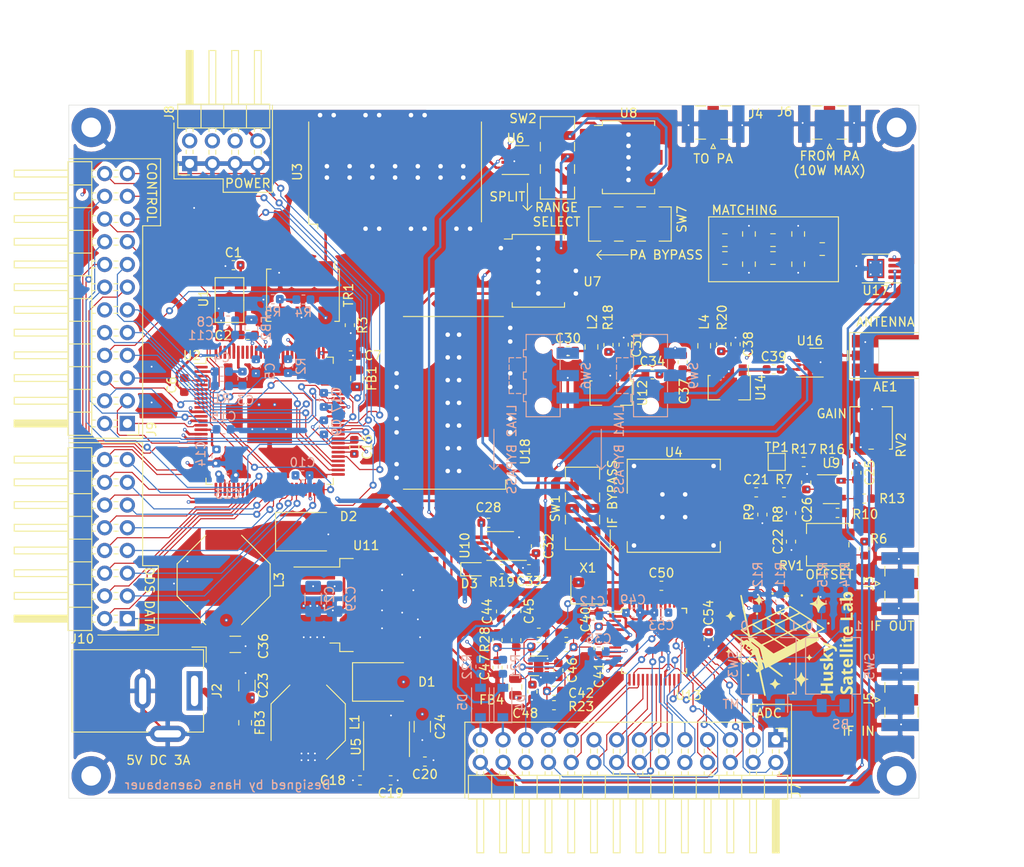
<source format=kicad_pcb>
(kicad_pcb (version 20171130) (host pcbnew "(5.1.6)-1")
  (layers (0 F.Cu signal) (1 In1.Cu signal) (2 In2.Cu signal) (31 B.Cu signal) (34 B.Paste user) (35 F.Paste user) (36 B.SilkS user) (37 F.SilkS user) (38 B.Mask user) (39 F.Mask user) (44 Edge.Cuts user))
  (net 0 "")
  (net 1 GND)
  (net 2 "Net-(AE1-Pad1)")
  (net 3 +3V3)
  (net 4 "Net-(C2-Pad2)")
  (net 5 "Net-(C2-Pad1)")
  (net 6 +1V8)
  (net 7 "Net-(C3-Pad1)")
  (net 8 "Net-(C4-Pad1)")
  (net 9 "Net-(C5-Pad1)")
  (net 10 /AV18)
  (net 11 "Net-(C7-Pad2)")
  (net 12 VA)
  (net 13 +5V)
  (net 14 "Net-(C19-Pad2)")
  (net 15 "Net-(C20-Pad2)")
  (net 16 "Net-(C21-Pad2)")
  (net 17 "Net-(C21-Pad1)")
  (net 18 "Net-(C22-Pad1)")
  (net 19 -5V)
  (net 20 "Net-(C30-Pad2)")
  (net 21 "Net-(C30-Pad1)")
  (net 22 "Net-(C32-Pad1)")
  (net 23 "Net-(C34-Pad2)")
  (net 24 "Net-(C34-Pad1)")
  (net 25 "Net-(C35-Pad1)")
  (net 26 "Net-(C37-Pad2)")
  (net 27 "Net-(C37-Pad1)")
  (net 28 "Net-(C39-Pad2)")
  (net 29 "Net-(C39-Pad1)")
  (net 30 /VRT)
  (net 31 /VRB)
  (net 32 "Net-(C42-Pad1)")
  (net 33 "Net-(C43-Pad1)")
  (net 34 "Net-(C45-Pad2)")
  (net 35 "Net-(C46-Pad2)")
  (net 36 "Net-(C47-Pad2)")
  (net 37 "Net-(D1-Pad1)")
  (net 38 "Net-(D2-Pad1)")
  (net 39 "Net-(D3-Pad2)")
  (net 40 /SW2)
  (net 41 "Net-(D4-Pad1)")
  (net 42 /SW1)
  (net 43 "Net-(D5-Pad1)")
  (net 44 "Net-(FB3-Pad2)")
  (net 45 "Net-(J3-Pad1)")
  (net 46 "Net-(J4-Pad1)")
  (net 47 "Net-(J6-Pad1)")
  (net 48 /SW3b)
  (net 49 /SW3a)
  (net 50 /CLKEN)
  (net 51 /ASW)
  (net 52 /PDADC)
  (net 53 /EF)
  (net 54 /PD)
  (net 55 /FF)
  (net 56 /REN)
  (net 57 /ADC_D7)
  (net 58 /WEN)
  (net 59 /ADC_D6)
  (net 60 /RCLK)
  (net 61 /ADC_D5)
  (net 62 /RESET)
  (net 63 /ADC_D4)
  (net 64 /DRDY)
  (net 65 /ADC_D3)
  (net 66 /WENSYNC)
  (net 67 /ADC_D2)
  (net 68 /OEDGE)
  (net 69 /ADC_D1)
  (net 70 /OE)
  (net 71 /ADC_D0)
  (net 72 /SYNC_CLK)
  (net 73 /DRHOLD)
  (net 74 /PLLLOCK)
  (net 75 /DRCTL)
  (net 76 /PDCLK)
  (net 77 /F1)
  (net 78 /DROVER)
  (net 79 /F0)
  (net 80 /RSOVER)
  (net 81 /TXE)
  (net 82 /SYNC_ERR)
  (net 83 /IO_UPDATE)
  (net 84 /OSK)
  (net 85 /IO_RST)
  (net 86 /PF2)
  (net 87 /~CS)
  (net 88 /PF1)
  (net 89 /SDO)
  (net 90 /PF0)
  (net 91 /SDIO)
  (net 92 /PWRDN)
  (net 93 /SCLK)
  (net 94 /RST)
  (net 95 /D15)
  (net 96 /D7)
  (net 97 /D14)
  (net 98 /D6)
  (net 99 /D13)
  (net 100 /D5)
  (net 101 /D12)
  (net 102 /D4)
  (net 103 /D11)
  (net 104 /D3)
  (net 105 /D10)
  (net 106 /D2)
  (net 107 /D9)
  (net 108 /D1)
  (net 109 /D8)
  (net 110 /D0)
  (net 111 "Net-(L2-Pad1)")
  (net 112 "Net-(L4-Pad1)")
  (net 113 "Net-(R2-Pad2)")
  (net 114 "Net-(R3-Pad1)")
  (net 115 "Net-(R4-Pad1)")
  (net 116 "Net-(R6-Pad1)")
  (net 117 "Net-(R7-Pad2)")
  (net 118 "Net-(R10-Pad2)")
  (net 119 /MT[1])
  (net 120 /MT[0])
  (net 121 "Net-(R13-Pad2)")
  (net 122 "Net-(R13-Pad1)")
  (net 123 /BS[1])
  (net 124 /BS[0])
  (net 125 "Net-(R16-Pad2)")
  (net 126 "Net-(R17-Pad1)")
  (net 127 "Net-(SW1-Pad2)")
  (net 128 "Net-(SW1-Pad5)")
  (net 129 "Net-(SW2-Pad3)")
  (net 130 "Net-(SW2-Pad2)")
  (net 131 "Net-(SW2-Pad1)")
  (net 132 "Net-(SW2-Pad6)")
  (net 133 "Net-(SW2-Pad5)")
  (net 134 "Net-(SW2-Pad4)")
  (net 135 "Net-(SW6-Pad2)")
  (net 136 "Net-(SW7-Pad1)")
  (net 137 "Net-(SW7-Pad5)")
  (net 138 "Net-(U3-Pad8)")
  (net 139 "Net-(U13-Pad46)")
  (net 140 "Net-(U16-Pad8)")
  (net 141 "Net-(Z1-Pad1)")
  (net 142 "Net-(Z5-Pad2)")
  (net 143 "Net-(J5-Pad1)")
  (net 144 "Net-(U17-Pad5)")
  (net 145 "Net-(SW1-Pad6)")
  (net 146 "Net-(TR1-Pad1)")
  (net 147 "Net-(U18-Pad8)")
  (module HS2_parts:logo (layer F.Cu) (at 135.5 157.75 90)
    (fp_text reference G*** hide)
    (fp_text value LOGO hide)
  )
  (module Inductor_SMD:L_Bourns-SRU8028_8.0x8.0mm (layer F.Cu) (at 81.75 166.5 90)
    (fp_text reference L1 (at 0 5.2 90) (layer F.SilkS))
    (fp_text value 10u)
    (pad 2 smd rect (at 3.9 0 90) (size 2 3.2) (layers F.Cu F.Paste F.Mask) (net 37 "Net-(D1-Pad1)"))
    (pad 1 smd rect (at -3.9 0 90) (size 2 3.2) (layers F.Cu F.Paste F.Mask) (net 1 GND))
  )
  (module RF_Mini-Circuits:Mini-Circuits_HF1139_LandPatternPL-230 (layer F.Cu) (at 97.9741 130.794 180)
    (fp_text reference U18 (at -8.0259 -5.456 90) (layer F.SilkS))
    (fp_text value SXBP-70W+)
    (pad 7 smd rect (at 4.0259 -2.794 90) (size 13.208 5.6642) (layers F.Cu) (net 1 GND))
    (pad 7 smd rect (at -4.0259 2.794 90) (size 13.208 5.6642) (layers F.Cu) (net 1 GND))
    (pad 7 smd rect (at 0 0 90) (size 18.796 2.3876) (layers F.Cu) (net 1 GND))
    (pad 7 thru_hole circle (at -0.635 -7.62 90) (size 1.016 1.016) (drill 0.508) (layers *.Cu) (net 1 GND))
    (pad 7 thru_hole circle (at 0.635 -7.62 90) (size 1.016 1.016) (drill 0.508) (layers *.Cu) (net 1 GND))
    (pad 7 thru_hole circle (at 0.635 -5.08 90) (size 1.016 1.016) (drill 0.508) (layers *.Cu) (net 1 GND))
    (pad 7 thru_hole circle (at -0.635 -5.08 90) (size 1.016 1.016) (drill 0.508) (layers *.Cu) (net 1 GND))
    (pad 7 thru_hole circle (at -0.635 -2.54 90) (size 1.016 1.016) (drill 0.508) (layers *.Cu) (net 1 GND))
    (pad 7 thru_hole circle (at 0.635 -2.54 90) (size 1.016 1.016) (drill 0.508) (layers *.Cu) (net 1 GND))
    (pad 7 thru_hole circle (at -0.635 7.62 90) (size 1.016 1.016) (drill 0.508) (layers *.Cu) (net 1 GND))
    (pad 7 thru_hole circle (at 0.635 7.62 90) (size 1.016 1.016) (drill 0.508) (layers *.Cu) (net 1 GND))
    (pad 7 thru_hole circle (at 0.635 5.08 90) (size 1.016 1.016) (drill 0.508) (layers *.Cu) (net 1 GND))
    (pad 7 thru_hole circle (at -0.635 5.08 90) (size 1.016 1.016) (drill 0.508) (layers *.Cu) (net 1 GND))
    (pad 7 thru_hole circle (at -0.635 2.54 90) (size 1.016 1.016) (drill 0.508) (layers *.Cu) (net 1 GND))
    (pad 7 thru_hole circle (at 0.635 2.54 90) (size 1.016 1.016) (drill 0.508) (layers *.Cu) (net 1 GND))
    (pad 7 thru_hole circle (at 0.635 0 90) (size 1.016 1.016) (drill 0.508) (layers *.Cu) (net 1 GND))
    (pad 7 thru_hole circle (at -0.635 0 90) (size 1.016 1.016) (drill 0.508) (layers *.Cu) (net 1 GND))
    (pad 3 thru_hole circle (at -6.35 -1.778 90) (size 1.016 1.016) (drill 0.508) (layers *.Cu) (net 1 GND))
    (pad 3 thru_hole circle (at -6.35 -3.302 90) (size 1.016 1.016) (drill 0.508) (layers *.Cu) (net 1 GND))
    (pad 2 thru_hole circle (at 6.35 -8.382 90) (size 1.016 1.016) (drill 0.508) (layers *.Cu) (net 1 GND))
    (pad 2 thru_hole circle (at 6.35 -6.858 90) (size 1.016 1.016) (drill 0.508) (layers *.Cu) (net 1 GND))
    (pad 4 thru_hole circle (at 6.35 -3.302 90) (size 1.016 1.016) (drill 0.508) (layers *.Cu) (net 1 GND))
    (pad 4 thru_hole circle (at 6.35 -1.778 90) (size 1.016 1.016) (drill 0.508) (layers *.Cu) (net 1 GND))
    (pad 6 thru_hole circle (at 6.35 3.302 90) (size 1.016 1.016) (drill 0.508) (layers *.Cu) (net 1 GND))
    (pad 6 thru_hole circle (at 6.35 1.778 90) (size 1.016 1.016) (drill 0.508) (layers *.Cu) (net 1 GND))
    (pad 5 thru_hole circle (at -6.35 1.778 90) (size 1.016 1.016) (drill 0.508) (layers *.Cu) (net 1 GND))
    (pad 5 thru_hole circle (at -6.35 3.302 90) (size 1.016 1.016) (drill 0.508) (layers *.Cu) (net 1 GND))
    (pad 7 thru_hole circle (at -6.35 8.382 90) (size 1.016 1.016) (drill 0.508) (layers *.Cu) (net 1 GND))
    (pad 7 thru_hole circle (at -6.35 6.858 90) (size 1.016 1.016) (drill 0.508) (layers *.Cu) (net 1 GND))
    (pad 8 smd rect (at 5.2705 7.62 90) (size 1.524 1.397) (layers F.Cu F.Paste F.Mask) (net 147 "Net-(U18-Pad8)") (clearance 3.3782))
    (pad 7 smd rect (at -5.2705 7.62 90) (size 1.524 1.397) (layers F.Cu F.Paste F.Mask) (net 1 GND))
    (pad 6 smd rect (at 5.2705 2.54 90) (size 1.524 1.397) (layers F.Cu F.Paste F.Mask) (net 1 GND))
    (pad 5 smd rect (at -5.2705 2.54 90) (size 1.524 1.397) (layers F.Cu F.Paste F.Mask) (net 1 GND))
    (pad 4 smd rect (at 5.2705 -2.54 90) (size 1.524 1.397) (layers F.Cu F.Paste F.Mask) (net 1 GND))
    (pad 3 smd rect (at -5.2705 -2.54 90) (size 1.524 1.397) (layers F.Cu F.Paste F.Mask) (net 1 GND))
    (pad 2 smd rect (at 5.2705 -7.62 90) (size 1.524 1.397) (layers F.Cu F.Paste F.Mask) (net 1 GND))
    (pad 1 smd rect (at -5.2705 -7.62 90) (size 1.524 1.397) (layers F.Cu F.Paste F.Mask) (net 135 "Net-(SW6-Pad2)") (clearance 3.3782))
  )
  (module Capacitor_SMD:C_0603_1608Metric (layer F.Cu) (at 126.5 157.2125 90)
    (fp_text reference C54 (at 2.9625 0 90) (layer F.SilkS))
    (fp_text value 100n)
    (pad 2 smd roundrect (at 0.7875 0 90) (size 0.875 0.95) (layers F.Cu F.Paste F.Mask) (net 3 +3V3))
    (pad 1 smd roundrect (at -0.7875 0 90) (size 0.875 0.95) (layers F.Cu F.Paste F.Mask) (net 1 GND))
  )
  (module Capacitor_SMD:C_0603_1608Metric (layer B.Cu) (at 121.2125 154.25)
    (fp_text reference C53 (at 0 1.43) (layer B.SilkS) (effects (justify mirror)))
    (fp_text value 100n)
    (pad 2 smd roundrect (at 0.7875 0) (size 0.875 0.95) (layers B.Cu B.Paste B.Mask) (net 3 +3V3))
    (pad 1 smd roundrect (at -0.7875 0) (size 0.875 0.95) (layers B.Cu B.Paste B.Mask) (net 1 GND))
  )
  (module Capacitor_SMD:C_0603_1608Metric (layer F.Cu) (at 121.2125 151.25)
    (fp_text reference C50 (at 0 -1.43) (layer F.SilkS))
    (fp_text value 100n)
    (pad 2 smd roundrect (at 0.7875 0) (size 0.875 0.95) (layers F.Cu F.Paste F.Mask) (net 3 +3V3))
    (pad 1 smd roundrect (at -0.7875 0) (size 0.875 0.95) (layers F.Cu F.Paste F.Mask) (net 1 GND))
  )
  (module Capacitor_SMD:C_0603_1608Metric (layer B.Cu) (at 118.0375 154.25 180)
    (fp_text reference C49 (at 0 1.43) (layer B.SilkS) (effects (justify mirror)))
    (fp_text value 100n)
    (pad 2 smd roundrect (at 0.7875 0 180) (size 0.875 0.95) (layers B.Cu B.Paste B.Mask) (net 3 +3V3))
    (pad 1 smd roundrect (at -0.7875 0 180) (size 0.875 0.95) (layers B.Cu B.Paste B.Mask) (net 1 GND))
  )
  (module MountingHole:MountingHole_2.2mm_M2_Pad (layer F.Cu) (at 147.5 100)
    (fp_text reference H4 hide)
    (fp_text value MountingHole_Pad)
    (pad 1 thru_hole circle (at 0 0) (size 4.4 4.4) (drill 2.2) (layers *.Cu *.Mask) (net 1 GND))
  )
  (module MountingHole:MountingHole_2.2mm_M2_Pad (layer F.Cu) (at 57.5 100)
    (fp_text reference H3 hide)
    (fp_text value MountingHole_Pad)
    (pad 1 thru_hole circle (at 0 0) (size 4.4 4.4) (drill 2.2) (layers *.Cu *.Mask) (net 1 GND))
  )
  (module MountingHole:MountingHole_2.2mm_M2_Pad (layer F.Cu) (at 147.5 172.5)
    (fp_text reference H2 hide)
    (fp_text value MountingHole_Pad)
    (pad 1 thru_hole circle (at 0 0) (size 4.4 4.4) (drill 2.2) (layers *.Cu *.Mask) (net 1 GND))
  )
  (module MountingHole:MountingHole_2.2mm_M2_Pad (layer F.Cu) (at 57.5 172.5)
    (fp_text reference H1 hide)
    (fp_text value MountingHole_Pad)
    (pad 1 thru_hole circle (at 0 0) (size 4.4 4.4) (drill 2.2) (layers *.Cu *.Mask) (net 1 GND))
  )
  (module Capacitor_SMD:C_1206_3216Metric (layer F.Cu) (at 73.6 157.8 180)
    (fp_text reference C36 (at -3.15 -0.2 90) (layer F.SilkS))
    (fp_text value 120u)
    (pad 2 smd roundrect (at 1.4 0 180) (size 1.25 1.75) (layers F.Cu F.Paste F.Mask) (roundrect_rratio 0.2) (net 3 +3V3))
    (pad 1 smd roundrect (at -1.4 0 180) (size 1.25 1.75) (layers F.Cu F.Paste F.Mask) (roundrect_rratio 0.2) (net 1 GND))
  )
  (module TestPoint:TestPoint_Pad_1.5x1.5mm (layer F.Cu) (at 134.1 137.4)
    (fp_text reference TP1 (at 0 -1.648) (layer F.SilkS))
    (fp_text value TestPoint)
    (pad 1 smd rect (at 0 0) (size 1.5 1.5) (layers F.Cu F.Mask) (net 126 "Net-(R17-Pad1)"))
  )
  (module Diode_SMD:D_SOD-123 (layer B.Cu) (at 101 164.3 90)
    (fp_text reference D5 (at 0.05 -2 270) (layer B.SilkS) (effects (justify mirror)))
    (fp_text value 1N4148)
    (pad 2 smd rect (at 1.65 0 90) (size 0.9 1.2) (layers B.Cu B.Paste B.Mask) (net 42 /SW1))
    (pad 1 smd rect (at -1.65 0 90) (size 0.9 1.2) (layers B.Cu B.Paste B.Mask) (net 43 "Net-(D5-Pad1)"))
  )
  (module Diode_SMD:D_SOD-123 (layer B.Cu) (at 103.5 164.3 90)
    (fp_text reference D4 (at 0 2 90) (layer B.SilkS) (effects (justify mirror)))
    (fp_text value 1N4148)
    (pad 2 smd rect (at 1.65 0 90) (size 0.9 1.2) (layers B.Cu B.Paste B.Mask) (net 40 /SW2))
    (pad 1 smd rect (at -1.65 0 90) (size 0.9 1.2) (layers B.Cu B.Paste B.Mask) (net 41 "Net-(D4-Pad1)"))
  )
  (module Diode_SMD:D_SMB (layer F.Cu) (at 81.65 145.2)
    (fp_text reference D2 (at 4.6 -1.7) (layer F.SilkS))
    (fp_text value D_Schottky)
    (pad 2 smd rect (at 2.15 0) (size 2.5 2.3) (layers F.Cu F.Paste F.Mask) (net 1 GND))
    (pad 1 smd rect (at -2.15 0) (size 2.5 2.3) (layers F.Cu F.Paste F.Mask) (net 38 "Net-(D2-Pad1)"))
  )
  (module Diode_SMD:D_SMB (layer F.Cu) (at 90.25 162)
    (fp_text reference D1 (at 4.75 0) (layer F.SilkS))
    (fp_text value D_Schottky)
    (pad 2 smd rect (at 2.15 0) (size 2.5 2.3) (layers F.Cu F.Paste F.Mask) (net 19 -5V))
    (pad 1 smd rect (at -2.15 0) (size 2.5 2.3) (layers F.Cu F.Paste F.Mask) (net 37 "Net-(D1-Pad1)"))
  )
  (module Resistor_SMD:R_0805_2012Metric (layer F.Cu) (at 139.1875 113.6)
    (fp_text reference Z9 hide)
    (fp_text value ~)
    (pad 2 smd roundrect (at 0.9375 0) (size 0.975 1.4) (layers F.Cu F.Paste F.Mask) (net 144 "Net-(U17-Pad5)"))
    (pad 1 smd roundrect (at -0.9375 0) (size 0.975 1.4) (layers F.Cu F.Paste F.Mask) (net 142 "Net-(Z5-Pad2)"))
  )
  (module Resistor_SMD:R_0805_2012Metric (layer F.Cu) (at 136.5 115.2875 90)
    (fp_text reference Z8 hide)
    (fp_text value ~)
    (pad 2 smd roundrect (at 0.9375 0 90) (size 0.975 1.4) (layers F.Cu F.Paste F.Mask) (net 142 "Net-(Z5-Pad2)"))
    (pad 1 smd roundrect (at -0.9375 0 90) (size 0.975 1.4) (layers F.Cu F.Paste F.Mask) (net 1 GND))
  )
  (module Resistor_SMD:R_0805_2012Metric (layer F.Cu) (at 136.5 111.9125 90)
    (fp_text reference Z7 hide)
    (fp_text value ~)
    (pad 2 smd roundrect (at 0.9375 0 90) (size 0.975 1.4) (layers F.Cu F.Paste F.Mask) (net 1 GND))
    (pad 1 smd roundrect (at -0.9375 0 90) (size 0.975 1.4) (layers F.Cu F.Paste F.Mask) (net 142 "Net-(Z5-Pad2)"))
  )
  (module Resistor_SMD:R_0805_2012Metric (layer F.Cu) (at 133.6875 114.6)
    (fp_text reference Z6 hide)
    (fp_text value ~)
    (pad 2 smd roundrect (at 0.9375 0) (size 0.975 1.4) (layers F.Cu F.Paste F.Mask) (net 142 "Net-(Z5-Pad2)"))
    (pad 1 smd roundrect (at -0.9375 0) (size 0.975 1.4) (layers F.Cu F.Paste F.Mask) (net 141 "Net-(Z1-Pad1)"))
  )
  (module Resistor_SMD:R_0805_2012Metric (layer F.Cu) (at 133.6875 112.6)
    (fp_text reference Z5 hide)
    (fp_text value ~)
    (pad 2 smd roundrect (at 0.9375 0) (size 0.975 1.4) (layers F.Cu F.Paste F.Mask) (net 142 "Net-(Z5-Pad2)"))
    (pad 1 smd roundrect (at -0.9375 0) (size 0.975 1.4) (layers F.Cu F.Paste F.Mask) (net 141 "Net-(Z1-Pad1)"))
  )
  (module Resistor_SMD:R_0805_2012Metric (layer F.Cu) (at 131 111.9125 90)
    (fp_text reference Z4 hide)
    (fp_text value ~)
    (pad 2 smd roundrect (at 0.9375 0 90) (size 0.975 1.4) (layers F.Cu F.Paste F.Mask) (net 1 GND))
    (pad 1 smd roundrect (at -0.9375 0 90) (size 0.975 1.4) (layers F.Cu F.Paste F.Mask) (net 141 "Net-(Z1-Pad1)"))
  )
  (module Resistor_SMD:R_0805_2012Metric (layer F.Cu) (at 131 115.2875 90)
    (fp_text reference Z3 hide)
    (fp_text value ~)
    (pad 2 smd roundrect (at 0.9375 0 90) (size 0.975 1.4) (layers F.Cu F.Paste F.Mask) (net 141 "Net-(Z1-Pad1)"))
    (pad 1 smd roundrect (at -0.9375 0 90) (size 0.975 1.4) (layers F.Cu F.Paste F.Mask) (net 1 GND))
  )
  (module Resistor_SMD:R_0805_2012Metric (layer F.Cu) (at 128.3125 114.6 180)
    (fp_text reference Z2 hide)
    (fp_text value ~)
    (pad 2 smd roundrect (at 0.9375 0 180) (size 0.975 1.4) (layers F.Cu F.Paste F.Mask) (net 137 "Net-(SW7-Pad5)"))
    (pad 1 smd roundrect (at -0.9375 0 180) (size 0.975 1.4) (layers F.Cu F.Paste F.Mask) (net 141 "Net-(Z1-Pad1)"))
  )
  (module Resistor_SMD:R_0805_2012Metric (layer F.Cu) (at 128.3125 112.6 180)
    (fp_text reference Z1 hide)
    (fp_text value ~)
    (pad 2 smd roundrect (at 0.9375 0 180) (size 0.975 1.4) (layers F.Cu F.Paste F.Mask) (net 137 "Net-(SW7-Pad5)"))
    (pad 1 smd roundrect (at -0.9375 0 180) (size 0.975 1.4) (layers F.Cu F.Paste F.Mask) (net 141 "Net-(Z1-Pad1)"))
  )
  (module Oscillator:Oscillator_SMD_Abracon_ASE-4Pin_3.2x2.5mm (layer F.Cu) (at 113 151.7)
    (fp_text reference X1 (at 0 -2.45) (layer F.SilkS))
    (fp_text value ASE-xxxMHz)
    (pad 4 smd rect (at -1.05 -0.825) (size 1.3 1.1) (layers F.Cu F.Paste F.Mask) (net 3 +3V3))
    (pad 3 smd rect (at 1.05 -0.825) (size 1.3 1.1) (layers F.Cu F.Paste F.Mask) (net 139 "Net-(U13-Pad46)"))
    (pad 2 smd rect (at 1.05 0.825) (size 1.3 1.1) (layers F.Cu F.Paste F.Mask) (net 1 GND))
    (pad 1 smd rect (at -1.05 0.825) (size 1.3 1.1) (layers F.Cu F.Paste F.Mask) (net 50 /CLKEN))
  )
  (module Package_SO:MSOP-8-1EP_3x3mm_P0.65mm_EP1.95x2.15mm_ThermalVias (layer F.Cu) (at 145.15 115.775 180)
    (fp_text reference U17 (at 0 -2.45) (layer F.SilkS))
    (fp_text value HMC784AMS8GE)
    (pad 9 smd rect (at 0 0 180) (size 1.6 1.8) (layers B.Cu) (net 1 GND))
    (pad 9 thru_hole circle (at 0.55 0.65 180) (size 0.5 0.5) (drill 0.2) (layers *.Cu) (net 1 GND))
    (pad 9 thru_hole circle (at -0.55 0.65 180) (size 0.5 0.5) (drill 0.2) (layers *.Cu) (net 1 GND))
    (pad 9 thru_hole circle (at 0.55 -0.65 180) (size 0.5 0.5) (drill 0.2) (layers *.Cu) (net 1 GND))
    (pad 9 thru_hole circle (at -0.55 -0.65 180) (size 0.5 0.5) (drill 0.2) (layers *.Cu) (net 1 GND))
    (pad 9 smd rect (at 0 0 180) (size 1.95 2.15) (layers F.Cu F.Mask) (net 1 GND))
    (pad 8 smd roundrect (at 2.15 -0.975 180) (size 1.45 0.4) (layers F.Cu F.Paste F.Mask) (net 140 "Net-(U16-Pad8)"))
    (pad 7 smd roundrect (at 2.15 -0.325 180) (size 1.45 0.4) (layers F.Cu F.Paste F.Mask) (net 1 GND))
    (pad 6 smd roundrect (at 2.15 0.325 180) (size 1.45 0.4) (layers F.Cu F.Paste F.Mask) (net 1 GND))
    (pad 5 smd roundrect (at 2.15 0.975 180) (size 1.45 0.4) (layers F.Cu F.Paste F.Mask) (net 144 "Net-(U17-Pad5)"))
    (pad 4 smd roundrect (at -2.15 0.975 180) (size 1.45 0.4) (layers F.Cu F.Paste F.Mask) (net 13 +5V))
    (pad 3 smd roundrect (at -2.15 0.325 180) (size 1.45 0.4) (layers F.Cu F.Paste F.Mask) (net 2 "Net-(AE1-Pad1)"))
    (pad 2 smd roundrect (at -2.15 -0.325 180) (size 1.45 0.4) (layers F.Cu F.Paste F.Mask) (net 48 /SW3b))
    (pad 1 smd roundrect (at -2.15 -0.975 180) (size 1.45 0.4) (layers F.Cu F.Paste F.Mask) (net 49 /SW3a))
  )
  (module Package_CSP:LFCSP-8-1EP_3x3mm_P0.5mm_EP1.45x1.74mm (layer F.Cu) (at 137.8 126.3)
    (fp_text reference U16 (at 0 -2.45) (layer F.SilkS))
    (fp_text value ADG901BCPZ)
    (pad 8 smd roundrect (at 1.2875 -0.75) (size 0.575 0.35) (layers F.Cu F.Paste F.Mask) (net 140 "Net-(U16-Pad8)"))
    (pad 7 smd roundrect (at 1.2875 -0.25) (size 0.575 0.35) (layers F.Cu F.Paste F.Mask) (net 1 GND))
    (pad 6 smd roundrect (at 1.2875 0.25) (size 0.575 0.35) (layers F.Cu F.Paste F.Mask) (net 1 GND))
    (pad 5 smd roundrect (at 1.2875 0.75) (size 0.575 0.35) (layers F.Cu F.Paste F.Mask) (net 1 GND))
    (pad 4 smd roundrect (at -1.2875 0.75) (size 0.575 0.35) (layers F.Cu F.Paste F.Mask) (net 28 "Net-(C39-Pad2)"))
    (pad 3 smd roundrect (at -1.2875 0.25) (size 0.575 0.35) (layers F.Cu F.Paste F.Mask) (net 1 GND))
    (pad 2 smd roundrect (at -1.2875 -0.25) (size 0.575 0.35) (layers F.Cu F.Paste F.Mask) (net 40 /SW2))
    (pad 1 smd roundrect (at -1.2875 -0.75) (size 0.575 0.35) (layers F.Cu F.Paste F.Mask) (net 6 +1V8))
    (pad 9 smd roundrect (at 0 0) (size 1.45 1.74) (layers F.Cu F.Mask) (roundrect_rratio 0.172414) (net 1 GND))
  )
  (module Package_DFN_QFN:DFN-8-1EP_2x2mm_P0.5mm_EP1.05x1.75mm (layer F.Cu) (at 107.5 160.2 180)
    (fp_text reference U15 hide)
    (fp_text value LM358_DFN)
    (pad 9 smd rect (at 0 0 180) (size 1.05 1.75) (layers F.Cu F.Mask) (net 1 GND))
    (pad 8 smd rect (at 0.9 -0.75 180) (size 0.5 0.3) (layers F.Cu F.Paste F.Mask) (net 12 VA))
    (pad 7 smd rect (at 0.9 -0.25 180) (size 0.5 0.3) (layers F.Cu F.Paste F.Mask) (net 31 /VRB))
    (pad 6 smd rect (at 0.9 0.25 180) (size 0.5 0.3) (layers F.Cu F.Paste F.Mask) (net 33 "Net-(C43-Pad1)"))
    (pad 5 smd rect (at 0.9 0.75 180) (size 0.5 0.3) (layers F.Cu F.Paste F.Mask) (net 36 "Net-(C47-Pad2)"))
    (pad 4 smd rect (at -0.9 0.75 180) (size 0.5 0.3) (layers F.Cu F.Paste F.Mask) (net 1 GND))
    (pad 3 smd rect (at -0.9 0.25 180) (size 0.5 0.3) (layers F.Cu F.Paste F.Mask) (net 35 "Net-(C46-Pad2)"))
    (pad 2 smd rect (at -0.9 -0.25 180) (size 0.5 0.3) (layers F.Cu F.Paste F.Mask) (net 32 "Net-(C42-Pad1)"))
    (pad 1 smd rect (at -0.9 -0.75 180) (size 0.5 0.3) (layers F.Cu F.Paste F.Mask) (net 30 /VRT))
  )
  (module Package_TO_SOT_SMD:SOT-89-3 (layer F.Cu) (at 128.8 128.8 270)
    (fp_text reference U14 (at 0.3 -3.5 90) (layer F.SilkS))
    (fp_text value GALI-74)
    (pad 2 smd custom (at -1.5625 0 270) (size 1.475 0.9) (layers F.Cu F.Paste F.Mask) (net 1 GND) (options (clearance outline) (anchor rect)) (primitives (gr_poly (pts (xy 0.7375 -0.8665) (xy 3.8625 -0.8665) (xy 3.8625 0.8665) (xy 0.7375 0.8665)) (width 0))))
    (pad 3 smd rect (at -1.65 1.5 270) (size 1.3 0.9) (layers F.Cu F.Paste F.Mask) (net 26 "Net-(C37-Pad2)"))
    (pad 1 smd rect (at -1.65 -1.5 270) (size 1.3 0.9) (layers F.Cu F.Paste F.Mask) (net 29 "Net-(C39-Pad1)"))
  )
  (module Package_QFP:TQFP-48_7x7mm_P0.5mm (layer F.Cu) (at 120.4 157.4)
    (fp_text reference U13 (at 3.85 6.1) (layer F.SilkS))
    (fp_text value ADC08B200CIVS_NOPB)
    (pad 48 smd rect (at -2.75 -4.35 90) (size 1.3 0.25) (layers F.Cu F.Paste F.Mask) (net 3 +3V3))
    (pad 47 smd rect (at -2.25 -4.35 90) (size 1.3 0.25) (layers F.Cu F.Paste F.Mask) (net 1 GND))
    (pad 46 smd rect (at -1.75 -4.35 90) (size 1.3 0.25) (layers F.Cu F.Paste F.Mask) (net 139 "Net-(U13-Pad46)"))
    (pad 45 smd rect (at -1.25 -4.35 90) (size 1.3 0.25) (layers F.Cu F.Paste F.Mask) (net 1 GND))
    (pad 44 smd rect (at -0.75 -4.35 90) (size 1.3 0.25) (layers F.Cu F.Paste F.Mask) (net 3 +3V3))
    (pad 43 smd rect (at -0.25 -4.35 90) (size 1.3 0.25) (layers F.Cu F.Paste F.Mask) (net 3 +3V3))
    (pad 42 smd rect (at 0.25 -4.35 90) (size 1.3 0.25) (layers F.Cu F.Paste F.Mask) (net 1 GND))
    (pad 41 smd rect (at 0.75 -4.35 90) (size 1.3 0.25) (layers F.Cu F.Paste F.Mask) (net 52 /PDADC))
    (pad 40 smd rect (at 1.25 -4.35 90) (size 1.3 0.25) (layers F.Cu F.Paste F.Mask) (net 3 +3V3))
    (pad 39 smd rect (at 1.75 -4.35 90) (size 1.3 0.25) (layers F.Cu F.Paste F.Mask) (net 119 /MT[1]))
    (pad 38 smd rect (at 2.25 -4.35 90) (size 1.3 0.25) (layers F.Cu F.Paste F.Mask) (net 120 /MT[0]))
    (pad 37 smd rect (at 2.75 -4.35 90) (size 1.3 0.25) (layers F.Cu F.Paste F.Mask) (net 70 /OE))
    (pad 36 smd rect (at 4.35 -2.75) (size 1.3 0.25) (layers F.Cu F.Paste F.Mask) (net 57 /ADC_D7))
    (pad 35 smd rect (at 4.35 -2.25) (size 1.3 0.25) (layers F.Cu F.Paste F.Mask) (net 59 /ADC_D6))
    (pad 34 smd rect (at 4.35 -1.75) (size 1.3 0.25) (layers F.Cu F.Paste F.Mask) (net 61 /ADC_D5))
    (pad 33 smd rect (at 4.35 -1.25) (size 1.3 0.25) (layers F.Cu F.Paste F.Mask) (net 63 /ADC_D4))
    (pad 32 smd rect (at 4.35 -0.75) (size 1.3 0.25) (layers F.Cu F.Paste F.Mask) (net 3 +3V3))
    (pad 31 smd rect (at 4.35 -0.25) (size 1.3 0.25) (layers F.Cu F.Paste F.Mask) (net 64 /DRDY))
    (pad 30 smd rect (at 4.35 0.25) (size 1.3 0.25) (layers F.Cu F.Paste F.Mask) (net 1 GND))
    (pad 29 smd rect (at 4.35 0.75) (size 1.3 0.25) (layers F.Cu F.Paste F.Mask) (net 65 /ADC_D3))
    (pad 28 smd rect (at 4.35 1.25) (size 1.3 0.25) (layers F.Cu F.Paste F.Mask) (net 67 /ADC_D2))
    (pad 27 smd rect (at 4.35 1.75) (size 1.3 0.25) (layers F.Cu F.Paste F.Mask) (net 69 /ADC_D1))
    (pad 26 smd rect (at 4.35 2.25) (size 1.3 0.25) (layers F.Cu F.Paste F.Mask) (net 71 /ADC_D0))
    (pad 25 smd rect (at 4.35 2.75) (size 1.3 0.25) (layers F.Cu F.Paste F.Mask) (net 51 /ASW))
    (pad 24 smd rect (at 2.75 4.35 90) (size 1.3 0.25) (layers F.Cu F.Paste F.Mask) (net 123 /BS[1]))
    (pad 23 smd rect (at 2.25 4.35 90) (size 1.3 0.25) (layers F.Cu F.Paste F.Mask) (net 124 /BS[0]))
    (pad 22 smd rect (at 1.75 4.35 90) (size 1.3 0.25) (layers F.Cu F.Paste F.Mask) (net 62 /RESET))
    (pad 21 smd rect (at 1.25 4.35 90) (size 1.3 0.25) (layers F.Cu F.Paste F.Mask) (net 1 GND))
    (pad 20 smd rect (at 0.75 4.35 90) (size 1.3 0.25) (layers F.Cu F.Paste F.Mask) (net 56 /REN))
    (pad 19 smd rect (at 0.25 4.35 90) (size 1.3 0.25) (layers F.Cu F.Paste F.Mask) (net 60 /RCLK))
    (pad 18 smd rect (at -0.25 4.35 90) (size 1.3 0.25) (layers F.Cu F.Paste F.Mask) (net 66 /WENSYNC))
    (pad 17 smd rect (at -0.75 4.35 90) (size 1.3 0.25) (layers F.Cu F.Paste F.Mask) (net 58 /WEN))
    (pad 16 smd rect (at -1.25 4.35 90) (size 1.3 0.25) (layers F.Cu F.Paste F.Mask) (net 55 /FF))
    (pad 15 smd rect (at -1.75 4.35 90) (size 1.3 0.25) (layers F.Cu F.Paste F.Mask) (net 53 /EF))
    (pad 14 smd rect (at -2.25 4.35 90) (size 1.3 0.25) (layers F.Cu F.Paste F.Mask) (net 68 /OEDGE))
    (pad 13 smd rect (at -2.75 4.35 90) (size 1.3 0.25) (layers F.Cu F.Paste F.Mask) (net 54 /PD))
    (pad 12 smd rect (at -4.35 2.75) (size 1.3 0.25) (layers F.Cu F.Paste F.Mask) (net 12 VA))
    (pad 11 smd rect (at -4.35 2.25) (size 1.3 0.25) (layers F.Cu F.Paste F.Mask) (net 1 GND))
    (pad 10 smd rect (at -4.35 1.75) (size 1.3 0.25) (layers F.Cu F.Paste F.Mask) (net 31 /VRB))
    (pad 9 smd rect (at -4.35 1.25) (size 1.3 0.25) (layers F.Cu F.Paste F.Mask) (net 25 "Net-(C35-Pad1)"))
    (pad 8 smd rect (at -4.35 0.75) (size 1.3 0.25) (layers F.Cu F.Paste F.Mask) (net 1 GND))
    (pad 7 smd rect (at -4.35 0.25) (size 1.3 0.25) (layers F.Cu F.Paste F.Mask) (net 1 GND))
    (pad 6 smd rect (at -4.35 -0.25) (size 1.3 0.25) (layers F.Cu F.Paste F.Mask) (net 127 "Net-(SW1-Pad2)"))
    (pad 5 smd rect (at -4.35 -0.75) (size 1.3 0.25) (layers F.Cu F.Paste F.Mask) (net 1 GND))
    (pad 4 smd rect (at -4.35 -1.25) (size 1.3 0.25) (layers F.Cu F.Paste F.Mask) (net 12 VA))
    (pad 3 smd rect (at -4.35 -1.75) (size 1.3 0.25) (layers F.Cu F.Paste F.Mask) (net 30 /VRT))
    (pad 2 smd rect (at -4.35 -2.25) (size 1.3 0.25) (layers F.Cu F.Paste F.Mask) (net 1 GND))
    (pad 1 smd rect (at -4.35 -2.75) (size 1.3 0.25) (layers F.Cu F.Paste F.Mask) (net 12 VA))
  )
  (module Package_TO_SOT_SMD:SOT-89-3 (layer F.Cu) (at 115.6 129.4 270)
    (fp_text reference U12 (at 0.3 -3.5 90) (layer F.SilkS))
    (fp_text value GALI-74)
    (pad 2 smd custom (at -1.5625 0 270) (size 1.475 0.9) (layers F.Cu F.Paste F.Mask) (net 1 GND) (options (clearance outline) (anchor rect)) (primitives (gr_poly (pts (xy 0.7375 -0.8665) (xy 3.8625 -0.8665) (xy 3.8625 0.8665) (xy 0.7375 0.8665)) (width 0))))
    (pad 3 smd rect (at -1.65 1.5 270) (size 1.3 0.9) (layers F.Cu F.Paste F.Mask) (net 20 "Net-(C30-Pad2)"))
    (pad 1 smd rect (at -1.65 -1.5 270) (size 1.3 0.9) (layers F.Cu F.Paste F.Mask) (net 24 "Net-(C34-Pad1)"))
  )
  (module Package_TO_SOT_SMD:TO-263-5_TabPin3 (layer F.Cu) (at 88.225 153.4)
    (fp_text reference U11 (at 0 -6.65) (layer F.SilkS))
    (fp_text value LM2595S-3.3)
    (pad 3 smd rect (at 3.375 0) (size 9.4 10.8) (layers F.Cu F.Mask) (net 1 GND))
    (pad 5 smd rect (at -5.775 3.4) (size 4.6 1.1) (layers F.Cu F.Paste F.Mask) (net 1 GND))
    (pad 4 smd rect (at -5.775 1.7) (size 4.6 1.1) (layers F.Cu F.Paste F.Mask) (net 3 +3V3))
    (pad 3 smd rect (at -5.775 0) (size 4.6 1.1) (layers F.Cu F.Paste F.Mask) (net 1 GND))
    (pad 2 smd rect (at -5.775 -1.7) (size 4.6 1.1) (layers F.Cu F.Paste F.Mask) (net 13 +5V))
    (pad 1 smd rect (at -5.775 -3.4) (size 4.6 1.1) (layers F.Cu F.Paste F.Mask) (net 38 "Net-(D2-Pad1)"))
  )
  (module Package_SO:MSOP-8_3x3mm_P0.65mm (layer F.Cu) (at 103.2 146.8 180)
    (fp_text reference U10 (at 3.95 0.05 90) (layer F.SilkS))
    (fp_text value LT1962-1.8)
    (pad 8 smd roundrect (at 2.1125 -0.975 180) (size 1.625 0.4) (layers F.Cu F.Paste F.Mask) (net 3 +3V3))
    (pad 7 smd roundrect (at 2.1125 -0.325 180) (size 1.625 0.4) (layers F.Cu F.Paste F.Mask))
    (pad 6 smd roundrect (at 2.1125 0.325 180) (size 1.625 0.4) (layers F.Cu F.Paste F.Mask))
    (pad 5 smd roundrect (at 2.1125 0.975 180) (size 1.625 0.4) (layers F.Cu F.Paste F.Mask) (net 3 +3V3))
    (pad 4 smd roundrect (at -2.1125 0.975 180) (size 1.625 0.4) (layers F.Cu F.Paste F.Mask) (net 1 GND))
    (pad 3 smd roundrect (at -2.1125 0.325 180) (size 1.625 0.4) (layers F.Cu F.Paste F.Mask) (net 22 "Net-(C32-Pad1)"))
    (pad 2 smd roundrect (at -2.1125 -0.325 180) (size 1.625 0.4) (layers F.Cu F.Paste F.Mask) (net 6 +1V8))
    (pad 1 smd roundrect (at -2.1125 -0.975 180) (size 1.625 0.4) (layers F.Cu F.Paste F.Mask) (net 6 +1V8))
  )
  (module Package_TO_SOT_SMD:SOT-23-5 (layer F.Cu) (at 140.2 140.45)
    (fp_text reference U9 (at 0 -2.9) (layer F.SilkS))
    (fp_text value LMH6702MF)
    (pad 5 smd rect (at 1.1 -0.95) (size 1.06 0.65) (layers F.Cu F.Paste F.Mask) (net 13 +5V))
    (pad 4 smd rect (at 1.1 0.95) (size 1.06 0.65) (layers F.Cu F.Paste F.Mask) (net 122 "Net-(R13-Pad1)"))
    (pad 3 smd rect (at -1.1 0.95) (size 1.06 0.65) (layers F.Cu F.Paste F.Mask) (net 117 "Net-(R7-Pad2)"))
    (pad 2 smd rect (at -1.1 0) (size 1.06 0.65) (layers F.Cu F.Paste F.Mask) (net 19 -5V))
    (pad 1 smd rect (at -1.1 -0.95) (size 1.06 0.65) (layers F.Cu F.Paste F.Mask) (net 125 "Net-(R16-Pad2)"))
  )
  (module RF_Mini-Circuits:Mini-Circuits_CD636_LandPatternPL-035 (layer F.Cu) (at 117.54 103.34)
    (fp_text reference U8 (at 0.004446 -4.953) (layer F.SilkS))
    (fp_text value ADP-2-1W)
    (pad 6 smd rect (at 0.9525 -2.54 270) (size 1.651 0.635) (layers F.Cu) (net 1 GND))
    (pad 6 smd rect (at 0 0 270) (size 6.731 1.27) (layers F.Cu) (net 1 GND))
    (pad 6 thru_hole circle (at 0 2.54 270) (size 1.016 1.016) (drill 0.508) (layers *.Cu) (net 1 GND))
    (pad 6 thru_hole circle (at 0 1.27 270) (size 1.016 1.016) (drill 0.508) (layers *.Cu) (net 1 GND))
    (pad 6 thru_hole circle (at 0 0 270) (size 1.016 1.016) (drill 0.508) (layers *.Cu) (net 1 GND))
    (pad 6 thru_hole circle (at 0 -1.27 270) (size 1.016 1.016) (drill 0.508) (layers *.Cu) (net 1 GND))
    (pad 6 thru_hole circle (at 0 -2.54 270) (size 1.016 1.016) (drill 0.508) (layers *.Cu) (net 1 GND))
    (pad 6 smd rect (at 2.54 -2.54 270) (size 1.651 2.54) (layers F.Cu F.Paste F.Mask) (net 1 GND))
    (pad 5 smd rect (at 2.54 0 270) (size 1.651 2.54) (layers F.Cu F.Paste F.Mask) (clearance 0.635))
    (pad 4 smd rect (at 2.54 2.54 270) (size 1.651 2.54) (layers F.Cu F.Paste F.Mask) (net 132 "Net-(SW2-Pad6)") (clearance 0.635))
    (pad 3 smd rect (at -2.54 2.54 270) (size 1.651 2.54) (layers F.Cu F.Paste F.Mask) (net 131 "Net-(SW2-Pad1)") (clearance 0.635))
    (pad 2 smd rect (at -2.54 0 270) (size 1.651 2.54) (layers F.Cu F.Paste F.Mask) (clearance 0.635))
    (pad 1 smd rect (at -2.54 -2.54 270) (size 1.651 2.54) (layers F.Cu F.Paste F.Mask) (net 129 "Net-(SW2-Pad3)") (clearance 0.635))
  )
  (module RF_Mini-Circuits:Mini-Circuits_CD542_LandPatternPL-052 (layer F.Cu) (at 107.468 116.03)
    (fp_text reference U7 (at 6.032 1.22) (layer F.SilkS))
    (fp_text value ADE-6)
    (pad 4 smd rect (at 2.032 1.27) (size 5.334 4.191) (layers F.Cu) (net 1 GND))
    (pad 1 smd rect (at -2.54 -2.54) (size 2.54 1.651) (layers F.Cu F.Paste F.Mask) (net 1 GND))
    (pad 2 smd rect (at -2.54 0) (size 2.54 1.651) (layers F.Cu F.Paste F.Mask) (net 128 "Net-(SW1-Pad5)") (clearance 0.635))
    (pad 3 smd rect (at -2.54 2.54) (size 2.54 1.651) (layers F.Cu F.Paste F.Mask) (net 147 "Net-(U18-Pad8)") (clearance 0.635))
    (pad 6 smd rect (at 2.54 -2.54) (size 2.54 1.651) (layers F.Cu F.Paste F.Mask) (net 133 "Net-(SW2-Pad5)") (clearance 0.635))
    (pad 5 smd rect (at 2.54 0) (size 2.54 1.651) (layers F.Cu F.Paste F.Mask) (net 1 GND))
    (pad 4 smd rect (at 2.54 2.54) (size 2.54 1.651) (layers F.Cu F.Paste F.Mask) (net 1 GND))
    (pad 1 thru_hole circle (at -4.191 -2.54) (size 1.016 1.016) (drill 0.508) (layers *.Cu) (net 1 GND))
    (pad 5 thru_hole circle (at 4.191 0) (size 1.016 1.016) (drill 0.508) (layers *.Cu) (net 1 GND))
    (pad 4 thru_hole circle (at 4.191 2.54) (size 1.016 1.016) (drill 0.508) (layers *.Cu) (net 1 GND))
    (pad 1 smd rect (at -2.032 -2.54) (size 5.334 1.651) (layers F.Cu) (net 1 GND))
    (pad 1 thru_hole circle (at 0 -2.54) (size 1.016 1.016) (drill 0.508) (layers *.Cu) (net 1 GND))
    (pad 1 thru_hole circle (at 0 -1.27) (size 1.016 1.016) (drill 0.508) (layers *.Cu) (net 1 GND))
    (pad 1 thru_hole circle (at 0 0) (size 1.016 1.016) (drill 0.508) (layers *.Cu) (net 1 GND))
    (pad 1 thru_hole circle (at 0 1.27) (size 1.016 1.016) (drill 0.508) (layers *.Cu) (net 1 GND))
    (pad 1 thru_hole circle (at 0 2.54) (size 1.016 1.016) (drill 0.508) (layers *.Cu) (net 1 GND))
    (pad 1 smd rect (at 0 0) (size 1.27 6.731) (layers F.Cu) (net 1 GND))
  )
  (module Package_CSP:LFCSP-8-1EP_3x3mm_P0.5mm_EP1.45x1.74mm (layer F.Cu) (at 104.9125 103.65)
    (fp_text reference U6 (at 0 -2.45) (layer F.SilkS))
    (fp_text value ADG919BCPZ)
    (pad 8 smd roundrect (at 1.2875 -0.75) (size 0.575 0.35) (layers F.Cu F.Paste F.Mask) (net 130 "Net-(SW2-Pad2)"))
    (pad 7 smd roundrect (at 1.2875 -0.25) (size 0.575 0.35) (layers F.Cu F.Paste F.Mask) (net 1 GND))
    (pad 6 smd roundrect (at 1.2875 0.25) (size 0.575 0.35) (layers F.Cu F.Paste F.Mask) (net 1 GND))
    (pad 5 smd roundrect (at 1.2875 0.75) (size 0.575 0.35) (layers F.Cu F.Paste F.Mask) (net 134 "Net-(SW2-Pad4)"))
    (pad 4 smd roundrect (at -1.2875 0.75) (size 0.575 0.35) (layers F.Cu F.Paste F.Mask) (net 138 "Net-(U3-Pad8)"))
    (pad 3 smd roundrect (at -1.2875 0.25) (size 0.575 0.35) (layers F.Cu F.Paste F.Mask) (net 1 GND))
    (pad 2 smd roundrect (at -1.2875 -0.25) (size 0.575 0.35) (layers F.Cu F.Paste F.Mask) (net 42 /SW1))
    (pad 1 smd roundrect (at -1.2875 -0.75) (size 0.575 0.35) (layers F.Cu F.Paste F.Mask) (net 6 +1V8))
    (pad 9 smd roundrect (at 0 0) (size 1.45 1.74) (layers F.Cu F.Mask) (roundrect_rratio 0.172414) (net 1 GND))
  )
  (module Package_SO:SOIC-8_3.9x4.9mm_P1.27mm (layer F.Cu) (at 90.5 168.4 90)
    (fp_text reference U5 (at -0.85 -3.4 90) (layer F.SilkS))
    (fp_text value TPS6735ID)
    (pad 8 smd roundrect (at 2.475 -1.905 90) (size 1.95 0.6) (layers F.Cu F.Paste F.Mask) (net 13 +5V))
    (pad 7 smd roundrect (at 2.475 -0.635 90) (size 1.95 0.6) (layers F.Cu F.Paste F.Mask) (net 37 "Net-(D1-Pad1)"))
    (pad 6 smd roundrect (at 2.475 0.635 90) (size 1.95 0.6) (layers F.Cu F.Paste F.Mask) (net 1 GND))
    (pad 5 smd roundrect (at 2.475 1.905 90) (size 1.95 0.6) (layers F.Cu F.Paste F.Mask) (net 19 -5V))
    (pad 4 smd roundrect (at -2.475 1.905 90) (size 1.95 0.6) (layers F.Cu F.Paste F.Mask) (net 15 "Net-(C20-Pad2)"))
    (pad 3 smd roundrect (at -2.475 0.635 90) (size 1.95 0.6) (layers F.Cu F.Paste F.Mask))
    (pad 2 smd roundrect (at -2.475 -0.635 90) (size 1.95 0.6) (layers F.Cu F.Paste F.Mask) (net 14 "Net-(C19-Pad2)"))
    (pad 1 smd roundrect (at -2.475 -1.905 90) (size 1.95 0.6) (layers F.Cu F.Paste F.Mask) (net 13 +5V))
  )
  (module RF_Mini-Circuits:Mini-Circuits_GP1212_LandPatternPL-176 (layer F.Cu) (at 122.6 142.3)
    (fp_text reference U4 (at 0 -5.969) (layer F.SilkS))
    (fp_text value RLP-30)
    (pad 1 smd rect (at -3.683 -3.175) (size 2.54 3.556) (layers F.Cu) (net 1 GND))
    (pad 1 smd rect (at 3.683 -3.175) (size 2.54 3.556) (layers F.Cu) (net 1 GND))
    (pad 1 smd rect (at 3.683 3.175) (size 2.54 3.556) (layers F.Cu) (net 1 GND))
    (pad 1 smd rect (at -3.683 3.175) (size 2.54 3.556) (layers F.Cu) (net 1 GND))
    (pad 1 smd rect (at 0 0) (size 4.826 9.906) (layers F.Cu) (net 1 GND))
    (pad 1 thru_hole circle (at -4.445 4.445) (size 1.016 1.016) (drill 0.508) (layers *.Cu) (net 1 GND))
    (pad 1 thru_hole circle (at 4.445 4.445) (size 1.016 1.016) (drill 0.508) (layers *.Cu) (net 1 GND))
    (pad 1 thru_hole circle (at 4.445 -4.445) (size 1.016 1.016) (drill 0.508) (layers *.Cu) (net 1 GND))
    (pad 1 thru_hole circle (at -4.445 -4.445) (size 1.016 1.016) (drill 0.508) (layers *.Cu) (net 1 GND))
    (pad 1 thru_hole circle (at -1.27 -1.27) (size 1.016 1.016) (drill 0.508) (layers *.Cu) (net 1 GND))
    (pad 1 thru_hole circle (at 1.27 -1.27) (size 1.016 1.016) (drill 0.508) (layers *.Cu) (net 1 GND))
    (pad 1 thru_hole circle (at 1.27 1.27) (size 1.016 1.016) (drill 0.508) (layers *.Cu) (net 1 GND))
    (pad 1 thru_hole circle (at -1.27 1.27) (size 1.016 1.016) (drill 0.508) (layers *.Cu) (net 1 GND))
    (pad 7 smd rect (at 4.064 -1.905) (size 1.778 1.016) (layers F.Cu F.Paste F.Mask) (net 1 GND))
    (pad 6 smd rect (at 4.064 0) (size 1.778 1.016) (layers F.Cu F.Paste F.Mask) (net 17 "Net-(C21-Pad1)") (clearance 0.762))
    (pad 5 smd rect (at 4.064 1.905) (size 1.778 1.016) (layers F.Cu F.Paste F.Mask) (net 1 GND))
    (pad 3 smd rect (at -4.064 1.905 180) (size 1.778 1.016) (layers F.Cu F.Paste F.Mask) (net 1 GND))
    (pad 2 smd rect (at -4.064 0 180) (size 1.778 1.016) (layers F.Cu F.Paste F.Mask) (net 145 "Net-(SW1-Pad6)") (clearance 0.762))
    (pad 1 smd rect (at -4.064 -1.905 180) (size 1.778 1.016) (layers F.Cu F.Paste F.Mask) (net 1 GND))
    (pad 4 smd rect (at 0 4.064 270) (size 1.778 1.016) (layers F.Cu F.Paste F.Mask) (net 1 GND))
    (pad 8 smd rect (at 0 -4.064 270) (size 1.778 1.016) (layers F.Cu F.Paste F.Mask) (net 1 GND))
  )
  (module RF_Mini-Circuits:Mini-Circuits_HF1139_LandPatternPL-230 (layer F.Cu) (at 91.456 104.9741 90)
    (fp_text reference U3 (at 0 -10.922 90) (layer F.SilkS))
    (fp_text value SXBP-70W+)
    (pad 7 smd rect (at 4.0259 -2.794) (size 13.208 5.6642) (layers F.Cu) (net 1 GND))
    (pad 7 smd rect (at -4.0259 2.794) (size 13.208 5.6642) (layers F.Cu) (net 1 GND))
    (pad 7 smd rect (at 0 0) (size 18.796 2.3876) (layers F.Cu) (net 1 GND))
    (pad 7 thru_hole circle (at -0.635 -7.62) (size 1.016 1.016) (drill 0.508) (layers *.Cu) (net 1 GND))
    (pad 7 thru_hole circle (at 0.635 -7.62) (size 1.016 1.016) (drill 0.508) (layers *.Cu) (net 1 GND))
    (pad 7 thru_hole circle (at 0.635 -5.08) (size 1.016 1.016) (drill 0.508) (layers *.Cu) (net 1 GND))
    (pad 7 thru_hole circle (at -0.635 -5.08) (size 1.016 1.016) (drill 0.508) (layers *.Cu) (net 1 GND))
    (pad 7 thru_hole circle (at -0.635 -2.54) (size 1.016 1.016) (drill 0.508) (layers *.Cu) (net 1 GND))
    (pad 7 thru_hole circle (at 0.635 -2.54) (size 1.016 1.016) (drill 0.508) (layers *.Cu) (net 1 GND))
    (pad 7 thru_hole circle (at -0.635 7.62) (size 1.016 1.016) (drill 0.508) (layers *.Cu) (net 1 GND))
    (pad 7 thru_hole circle (at 0.635 7.62) (size 1.016 1.016) (drill 0.508) (layers *.Cu) (net 1 GND))
    (pad 7 thru_hole circle (at 0.635 5.08) (size 1.016 1.016) (drill 0.508) (layers *.Cu) (net 1 GND))
    (pad 7 thru_hole circle (at -0.635 5.08) (size 1.016 1.016) (drill 0.508) (layers *.Cu) (net 1 GND))
    (pad 7 thru_hole circle (at -0.635 2.54) (size 1.016 1.016) (drill 0.508) (layers *.Cu) (net 1 GND))
    (pad 7 thru_hole circle (at 0.635 2.54) (size 1.016 1.016) (drill 0.508) (layers *.Cu) (net 1 GND))
    (pad 7 thru_hole circle (at 0.635 0) (size 1.016 1.016) (drill 0.508) (layers *.Cu) (net 1 GND))
    (pad 7 thru_hole circle (at -0.635 0) (size 1.016 1.016) (drill 0.508) (layers *.Cu) (net 1 GND))
    (pad 3 thru_hole circle (at -6.35 -1.778) (size 1.016 1.016) (drill 0.508) (layers *.Cu) (net 1 GND))
    (pad 3 thru_hole circle (at -6.35 -3.302) (size 1.016 1.016) (drill 0.508) (layers *.Cu) (net 1 GND))
    (pad 2 thru_hole circle (at 6.35 -8.382) (size 1.016 1.016) (drill 0.508) (layers *.Cu) (net 1 GND))
    (pad 2 thru_hole circle (at 6.35 -6.858) (size 1.016 1.016) (drill 0.508) (layers *.Cu) (net 1 GND))
    (pad 4 thru_hole circle (at 6.35 -3.302) (size 1.016 1.016) (drill 0.508) (layers *.Cu) (net 1 GND))
    (pad 4 thru_hole circle (at 6.35 -1.778) (size 1.016 1.016) (drill 0.508) (layers *.Cu) (net 1 GND))
    (pad 6 thru_hole circle (at 6.35 3.302) (size 1.016 1.016) (drill 0.508) (layers *.Cu) (net 1 GND))
    (pad 6 thru_hole circle (at 6.35 1.778) (size 1.016 1.016) (drill 0.508) (layers *.Cu) (net 1 GND))
    (pad 5 thru_hole circle (at -6.35 1.778) (size 1.016 1.016) (drill 0.508) (layers *.Cu) (net 1 GND))
    (pad 5 thru_hole circle (at -6.35 3.302) (size 1.016 1.016) (drill 0.508) (layers *.Cu) (net 1 GND))
    (pad 7 thru_hole circle (at -6.35 8.382) (size 1.016 1.016) (drill 0.508) (layers *.Cu) (net 1 GND))
    (pad 7 thru_hole circle (at -6.35 6.858) (size 1.016 1.016) (drill 0.508) (layers *.Cu) (net 1 GND))
    (pad 8 smd rect (at 5.2705 7.62) (size 1.524 1.397) (layers F.Cu F.Paste F.Mask) (net 138 "Net-(U3-Pad8)") (clearance 3.3782))
    (pad 7 smd rect (at -5.2705 7.62) (size 1.524 1.397) (layers F.Cu F.Paste F.Mask) (net 1 GND))
    (pad 6 smd rect (at 5.2705 2.54) (size 1.524 1.397) (layers F.Cu F.Paste F.Mask) (net 1 GND))
    (pad 5 smd rect (at -5.2705 2.54) (size 1.524 1.397) (layers F.Cu F.Paste F.Mask) (net 1 GND))
    (pad 4 smd rect (at 5.2705 -2.54) (size 1.524 1.397) (layers F.Cu F.Paste F.Mask) (net 1 GND))
    (pad 3 smd rect (at -5.2705 -2.54) (size 1.524 1.397) (layers F.Cu F.Paste F.Mask) (net 1 GND))
    (pad 2 smd rect (at 5.2705 -7.62) (size 1.524 1.397) (layers F.Cu F.Paste F.Mask) (net 1 GND))
    (pad 1 smd rect (at -5.2705 -7.62) (size 1.524 1.397) (layers F.Cu F.Paste F.Mask) (net 146 "Net-(TR1-Pad1)") (clearance 3.3782))
  )
  (module Package_QFP:TQFP-100-1EP_14x14mm_P0.5mm_EP5x5mm (layer F.Cu) (at 77.4375 132.8)
    (fp_text reference U2 (at -8.6875 -7.3) (layer F.SilkS))
    (fp_text value AD9910)
    (pad 101 smd rect (at 0 0) (size 5 5) (layers F.Cu F.Mask) (net 1 GND))
    (pad 100 smd roundrect (at -6 -7.6625) (size 0.3 1.475) (layers F.Cu F.Paste F.Mask))
    (pad 99 smd roundrect (at -5.5 -7.6625) (size 0.3 1.475) (layers F.Cu F.Paste F.Mask))
    (pad 98 smd roundrect (at -5 -7.6625) (size 0.3 1.475) (layers F.Cu F.Paste F.Mask))
    (pad 97 smd roundrect (at -4.5 -7.6625) (size 0.3 1.475) (layers F.Cu F.Paste F.Mask))
    (pad 96 smd roundrect (at -4 -7.6625) (size 0.3 1.475) (layers F.Cu F.Paste F.Mask) (net 1 GND))
    (pad 95 smd roundrect (at -3.5 -7.6625) (size 0.3 1.475) (layers F.Cu F.Paste F.Mask) (net 6 +1V8))
    (pad 94 smd roundrect (at -3 -7.6625) (size 0.3 1.475) (layers F.Cu F.Paste F.Mask))
    (pad 93 smd roundrect (at -2.5 -7.6625) (size 0.3 1.475) (layers F.Cu F.Paste F.Mask))
    (pad 92 smd roundrect (at -2 -7.6625) (size 0.3 1.475) (layers F.Cu F.Paste F.Mask) (net 10 /AV18))
    (pad 91 smd roundrect (at -1.5 -7.6625) (size 0.3 1.475) (layers F.Cu F.Paste F.Mask) (net 9 "Net-(C5-Pad1)"))
    (pad 90 smd roundrect (at -1 -7.6625) (size 0.3 1.475) (layers F.Cu F.Paste F.Mask) (net 5 "Net-(C2-Pad1)"))
    (pad 89 smd roundrect (at -0.5 -7.6625) (size 0.3 1.475) (layers F.Cu F.Paste F.Mask) (net 10 /AV18))
    (pad 88 smd roundrect (at 0 -7.6625) (size 0.3 1.475) (layers F.Cu F.Paste F.Mask) (net 1 GND))
    (pad 87 smd roundrect (at 0.5 -7.6625) (size 0.3 1.475) (layers F.Cu F.Paste F.Mask))
    (pad 86 smd roundrect (at 1 -7.6625) (size 0.3 1.475) (layers F.Cu F.Paste F.Mask))
    (pad 85 smd roundrect (at 1.5 -7.6625) (size 0.3 1.475) (layers F.Cu F.Paste F.Mask) (net 1 GND))
    (pad 84 smd roundrect (at 2 -7.6625) (size 0.3 1.475) (layers F.Cu F.Paste F.Mask) (net 113 "Net-(R2-Pad2)"))
    (pad 83 smd roundrect (at 2.5 -7.6625) (size 0.3 1.475) (layers F.Cu F.Paste F.Mask) (net 11 "Net-(C7-Pad2)"))
    (pad 82 smd roundrect (at 3 -7.6625) (size 0.3 1.475) (layers F.Cu F.Paste F.Mask) (net 1 GND))
    (pad 81 smd roundrect (at 3.5 -7.6625) (size 0.3 1.475) (layers F.Cu F.Paste F.Mask) (net 115 "Net-(R4-Pad1)"))
    (pad 80 smd roundrect (at 4 -7.6625) (size 0.3 1.475) (layers F.Cu F.Paste F.Mask) (net 114 "Net-(R3-Pad1)"))
    (pad 79 smd roundrect (at 4.5 -7.6625) (size 0.3 1.475) (layers F.Cu F.Paste F.Mask) (net 1 GND))
    (pad 78 smd roundrect (at 5 -7.6625) (size 0.3 1.475) (layers F.Cu F.Paste F.Mask) (net 1 GND))
    (pad 77 smd roundrect (at 5.5 -7.6625) (size 0.3 1.475) (layers F.Cu F.Paste F.Mask) (net 11 "Net-(C7-Pad2)"))
    (pad 76 smd roundrect (at 6 -7.6625) (size 0.3 1.475) (layers F.Cu F.Paste F.Mask) (net 11 "Net-(C7-Pad2)"))
    (pad 75 smd roundrect (at 7.6625 -6) (size 1.475 0.3) (layers F.Cu F.Paste F.Mask) (net 11 "Net-(C7-Pad2)"))
    (pad 74 smd roundrect (at 7.6625 -5.5) (size 1.475 0.3) (layers F.Cu F.Paste F.Mask) (net 11 "Net-(C7-Pad2)"))
    (pad 73 smd roundrect (at 7.6625 -5) (size 1.475 0.3) (layers F.Cu F.Paste F.Mask) (net 1 GND))
    (pad 72 smd roundrect (at 7.6625 -4.5) (size 1.475 0.3) (layers F.Cu F.Paste F.Mask))
    (pad 71 smd roundrect (at 7.6625 -4) (size 1.475 0.3) (layers F.Cu F.Paste F.Mask) (net 85 /IO_RST))
    (pad 70 smd roundrect (at 7.6625 -3.5) (size 1.475 0.3) (layers F.Cu F.Paste F.Mask) (net 87 /~CS))
    (pad 69 smd roundrect (at 7.6625 -3) (size 1.475 0.3) (layers F.Cu F.Paste F.Mask) (net 93 /SCLK))
    (pad 68 smd roundrect (at 7.6625 -2.5) (size 1.475 0.3) (layers F.Cu F.Paste F.Mask) (net 89 /SDO))
    (pad 67 smd roundrect (at 7.6625 -2) (size 1.475 0.3) (layers F.Cu F.Paste F.Mask) (net 91 /SDIO))
    (pad 66 smd roundrect (at 7.6625 -1.5) (size 1.475 0.3) (layers F.Cu F.Paste F.Mask) (net 3 +3V3))
    (pad 65 smd roundrect (at 7.6625 -1) (size 1.475 0.3) (layers F.Cu F.Paste F.Mask) (net 1 GND))
    (pad 64 smd roundrect (at 7.6625 -0.5) (size 1.475 0.3) (layers F.Cu F.Paste F.Mask) (net 6 +1V8))
    (pad 63 smd roundrect (at 7.6625 0) (size 1.475 0.3) (layers F.Cu F.Paste F.Mask) (net 73 /DRHOLD))
    (pad 62 smd roundrect (at 7.6625 0.5) (size 1.475 0.3) (layers F.Cu F.Paste F.Mask) (net 75 /DRCTL))
    (pad 61 smd roundrect (at 7.6625 1) (size 1.475 0.3) (layers F.Cu F.Paste F.Mask) (net 78 /DROVER))
    (pad 60 smd roundrect (at 7.6625 1.5) (size 1.475 0.3) (layers F.Cu F.Paste F.Mask) (net 84 /OSK))
    (pad 59 smd roundrect (at 7.6625 2) (size 1.475 0.3) (layers F.Cu F.Paste F.Mask) (net 83 /IO_UPDATE))
    (pad 58 smd roundrect (at 7.6625 2.5) (size 1.475 0.3) (layers F.Cu F.Paste F.Mask) (net 1 GND))
    (pad 57 smd roundrect (at 7.6625 3) (size 1.475 0.3) (layers F.Cu F.Paste F.Mask) (net 6 +1V8))
    (pad 56 smd roundrect (at 7.6625 3.5) (size 1.475 0.3) (layers F.Cu F.Paste F.Mask) (net 3 +3V3))
    (pad 55 smd roundrect (at 7.6625 4) (size 1.475 0.3) (layers F.Cu F.Paste F.Mask) (net 72 /SYNC_CLK))
    (pad 54 smd roundrect (at 7.6625 4.5) (size 1.475 0.3) (layers F.Cu F.Paste F.Mask) (net 90 /PF0))
    (pad 53 smd roundrect (at 7.6625 5) (size 1.475 0.3) (layers F.Cu F.Paste F.Mask) (net 88 /PF1))
    (pad 52 smd roundrect (at 7.6625 5.5) (size 1.475 0.3) (layers F.Cu F.Paste F.Mask) (net 86 /PF2))
    (pad 51 smd roundrect (at 7.6625 6) (size 1.475 0.3) (layers F.Cu F.Paste F.Mask) (net 1 GND))
    (pad 50 smd roundrect (at 6 7.6625) (size 0.3 1.475) (layers F.Cu F.Paste F.Mask) (net 79 /F0))
    (pad 49 smd roundrect (at 5.5 7.6625) (size 0.3 1.475) (layers F.Cu F.Paste F.Mask) (net 77 /F1))
    (pad 48 smd roundrect (at 5 7.6625) (size 0.3 1.475) (layers F.Cu F.Paste F.Mask) (net 110 /D0))
    (pad 47 smd roundrect (at 4.5 7.6625) (size 0.3 1.475) (layers F.Cu F.Paste F.Mask) (net 6 +1V8))
    (pad 46 smd roundrect (at 4 7.6625) (size 0.3 1.475) (layers F.Cu F.Paste F.Mask) (net 1 GND))
    (pad 45 smd roundrect (at 3.5 7.6625) (size 0.3 1.475) (layers F.Cu F.Paste F.Mask) (net 3 +3V3))
    (pad 44 smd roundrect (at 3 7.6625) (size 0.3 1.475) (layers F.Cu F.Paste F.Mask) (net 108 /D1))
    (pad 43 smd roundrect (at 2.5 7.6625) (size 0.3 1.475) (layers F.Cu F.Paste F.Mask) (net 106 /D2))
    (pad 42 smd roundrect (at 2 7.6625) (size 0.3 1.475) (layers F.Cu F.Paste F.Mask) (net 104 /D3))
    (pad 41 smd roundrect (at 1.5 7.6625) (size 0.3 1.475) (layers F.Cu F.Paste F.Mask) (net 81 /TXE))
    (pad 40 smd roundrect (at 1 7.6625) (size 0.3 1.475) (layers F.Cu F.Paste F.Mask) (net 76 /PDCLK))
    (pad 39 smd roundrect (at 0.5 7.6625) (size 0.3 1.475) (layers F.Cu F.Paste F.Mask) (net 102 /D4))
    (pad 38 smd roundrect (at 0 7.6625) (size 0.3 1.475) (layers F.Cu F.Paste F.Mask) (net 100 /D5))
    (pad 37 smd roundrect (at -0.5 7.6625) (size 0.3 1.475) (layers F.Cu F.Paste F.Mask) (net 98 /D6))
    (pad 36 smd roundrect (at -1 7.6625) (size 0.3 1.475) (layers F.Cu F.Paste F.Mask) (net 96 /D7))
    (pad 35 smd roundrect (at -1.5 7.6625) (size 0.3 1.475) (layers F.Cu F.Paste F.Mask) (net 109 /D8))
    (pad 34 smd roundrect (at -2 7.6625) (size 0.3 1.475) (layers F.Cu F.Paste F.Mask) (net 107 /D9))
    (pad 33 smd roundrect (at -2.5 7.6625) (size 0.3 1.475) (layers F.Cu F.Paste F.Mask) (net 105 /D10))
    (pad 32 smd roundrect (at -3 7.6625) (size 0.3 1.475) (layers F.Cu F.Paste F.Mask) (net 103 /D11))
    (pad 31 smd roundrect (at -3.5 7.6625) (size 0.3 1.475) (layers F.Cu F.Paste F.Mask) (net 101 /D12))
    (pad 30 smd roundrect (at -4 7.6625) (size 0.3 1.475) (layers F.Cu F.Paste F.Mask) (net 6 +1V8))
    (pad 29 smd roundrect (at -4.5 7.6625) (size 0.3 1.475) (layers F.Cu F.Paste F.Mask) (net 1 GND))
    (pad 28 smd roundrect (at -5 7.6625) (size 0.3 1.475) (layers F.Cu F.Paste F.Mask) (net 3 +3V3))
    (pad 27 smd roundrect (at -5.5 7.6625) (size 0.3 1.475) (layers F.Cu F.Paste F.Mask) (net 99 /D13))
    (pad 26 smd roundrect (at -6 7.6625) (size 0.3 1.475) (layers F.Cu F.Paste F.Mask) (net 97 /D14))
    (pad 25 smd roundrect (at -7.6625 6) (size 1.475 0.3) (layers F.Cu F.Paste F.Mask) (net 95 /D15))
    (pad 24 smd roundrect (at -7.6625 5.5) (size 1.475 0.3) (layers F.Cu F.Paste F.Mask) (net 80 /RSOVER))
    (pad 23 smd roundrect (at -7.6625 5) (size 1.475 0.3) (layers F.Cu F.Paste F.Mask) (net 6 +1V8))
    (pad 22 smd roundrect (at -7.6625 4.5) (size 1.475 0.3) (layers F.Cu F.Paste F.Mask) (net 1 GND))
    (pad 21 smd roundrect (at -7.6625 4) (size 1.475 0.3) (layers F.Cu F.Paste F.Mask) (net 3 +3V3))
    (pad 20 smd roundrect (at -7.6625 3.5) (size 1.475 0.3) (layers F.Cu F.Paste F.Mask))
    (pad 19 smd roundrect (at -7.6625 3) (size 1.475 0.3) (layers F.Cu F.Paste F.Mask) (net 74 /PLLLOCK))
    (pad 18 smd roundrect (at -7.6625 2.5) (size 1.475 0.3) (layers F.Cu F.Paste F.Mask) (net 92 /PWRDN))
    (pad 17 smd roundrect (at -7.6625 2) (size 1.475 0.3) (layers F.Cu F.Paste F.Mask) (net 6 +1V8))
    (pad 16 smd roundrect (at -7.6625 1.5) (size 1.475 0.3) (layers F.Cu F.Paste F.Mask) (net 1 GND))
    (pad 15 smd roundrect (at -7.6625 1) (size 1.475 0.3) (layers F.Cu F.Paste F.Mask) (net 3 +3V3))
    (pad 14 smd roundrect (at -7.6625 0.5) (size 1.475 0.3) (layers F.Cu F.Paste F.Mask) (net 94 /RST))
    (pad 13 smd roundrect (at -7.6625 0) (size 1.475 0.3) (layers F.Cu F.Paste F.Mask) (net 1 GND))
    (pad 12 smd roundrect (at -7.6625 -0.5) (size 1.475 0.3) (layers F.Cu F.Paste F.Mask) (net 82 /SYNC_ERR))
    (pad 11 smd roundrect (at -7.6625 -1) (size 1.475 0.3) (layers F.Cu F.Paste F.Mask) (net 3 +3V3))
    (pad 10 smd roundrect (at -7.6625 -1.5) (size 1.475 0.3) (layers F.Cu F.Paste F.Mask))
    (pad 9 smd roundrect (at -7.6625 -2) (size 1.475 0.3) (layers F.Cu F.Paste F.Mask))
    (pad 8 smd roundrect (at -7.6625 -2.5) (size 1.475 0.3) (layers F.Cu F.Paste F.Mask))
    (pad 7 smd roundrect (at -7.6625 -3) (size 1.475 0.3) (layers F.Cu F.Paste F.Mask))
    (pad 6 smd roundrect (at -7.6625 -3.5) (size 1.475 0.3) (layers F.Cu F.Paste F.Mask) (net 10 /AV18))
    (pad 5 smd roundrect (at -7.6625 -4) (size 1.475 0.3) (layers F.Cu F.Paste F.Mask) (net 1 GND))
    (pad 4 smd roundrect (at -7.6625 -4.5) (size 1.475 0.3) (layers F.Cu F.Paste F.Mask) (net 1 GND))
    (pad 3 smd roundrect (at -7.6625 -5) (size 1.475 0.3) (layers F.Cu F.Paste F.Mask) (net 10 /AV18))
    (pad 2 smd roundrect (at -7.6625 -5.5) (size 1.475 0.3) (layers F.Cu F.Paste F.Mask) (net 8 "Net-(C4-Pad1)"))
    (pad 1 smd roundrect (at -7.6625 -6) (size 1.475 0.3) (layers F.Cu F.Paste F.Mask))
  )
  (module HS2_parts:FOX_5.0x3.2_SMD-4 (layer F.Cu) (at 72.95 119.3 270)
    (fp_text reference U1 (at -0.2 2.9 90) (layer F.SilkS))
    (fp_text value TCXO)
    (pad 3 smd rect (at 2 -1.25 90) (size 1.6 1.3) (layers F.Cu F.Paste F.Mask) (net 4 "Net-(C2-Pad2)"))
    (pad 1 smd rect (at -2 1.25 270) (size 1.6 1.3) (layers F.Cu F.Paste F.Mask))
    (pad 2 smd rect (at 2 1.25 90) (size 1.6 1.3) (layers F.Cu F.Paste F.Mask) (net 1 GND))
    (pad 4 smd rect (at -2 -1.25 270) (size 1.6 1.3) (layers F.Cu F.Paste F.Mask) (net 3 +3V3))
  )
  (module RF_Mini-Circuits:Mini-Circuits_CD542_H2.84mm (layer F.Cu) (at 81.16 118.76 270)
    (fp_text reference TR1 (at -0.01 -5.09 90) (layer F.SilkS))
    (fp_text value ADT1-1WT)
    (pad 6 smd rect (at 2.54 -2.54 270) (size 2.54 1.65) (layers F.Cu F.Paste F.Mask) (net 114 "Net-(R3-Pad1)"))
    (pad 5 smd rect (at 2.54 0 270) (size 2.54 1.65) (layers F.Cu F.Paste F.Mask) (net 1 GND))
    (pad 4 smd rect (at 2.54 2.54 270) (size 2.54 1.65) (layers F.Cu F.Paste F.Mask) (net 115 "Net-(R4-Pad1)"))
    (pad 3 smd rect (at -2.54 2.54 270) (size 2.54 1.65) (layers F.Cu F.Paste F.Mask) (net 1 GND))
    (pad 2 smd rect (at -2.54 0 270) (size 2.54 1.65) (layers F.Cu F.Paste F.Mask))
    (pad 1 smd rect (at -2.54 -2.54 270) (size 2.54 1.65) (layers F.Cu F.Paste F.Mask) (net 146 "Net-(TR1-Pad1)"))
  )
  (module Button_Switch_SMD:SW_SPDT_CK-JS102011SAQN (layer B.Cu) (at 120 127.75 90)
    (fp_text reference SW9 (at 0 4.8 270) (layer B.SilkS) (effects (justify mirror)))
    (fp_text value SW_SPDT)
    (pad "" np_thru_hole circle (at 3.4 0 90) (size 0.9 0.9) (drill 0.9) (layers *.Cu *.Mask))
    (pad "" np_thru_hole circle (at -3.4 0 90) (size 0.9 0.9) (drill 0.9) (layers *.Cu *.Mask))
    (pad 3 smd rect (at 2.5 2.75 90) (size 1.25 2.5) (layers B.Cu B.Paste B.Mask) (net 27 "Net-(C37-Pad1)"))
    (pad 2 smd rect (at 0 2.75 90) (size 1.25 2.5) (layers B.Cu B.Paste B.Mask) (net 23 "Net-(C34-Pad2)"))
    (pad 1 smd rect (at -2.5 2.75 90) (size 1.25 2.5) (layers B.Cu B.Paste B.Mask) (net 28 "Net-(C39-Pad2)"))
  )
  (module Button_Switch_SMD:SW_DPDT_CK_JS202011JCQN (layer F.Cu) (at 117.7 110.8)
    (fp_text reference SW7 (at 5.8 -0.55 90) (layer F.SilkS))
    (fp_text value SW_DPDT_x2)
    (pad 3 smd rect (at 2.5 -1.2) (size 1 1.6) (layers F.Cu F.Paste F.Mask) (net 46 "Net-(J4-Pad1)"))
    (pad 2 smd rect (at 0 -1.2) (size 1 1.6) (layers F.Cu F.Paste F.Mask) (net 131 "Net-(SW2-Pad1)"))
    (pad 1 smd rect (at -2.5 -1.2) (size 1 1.6) (layers F.Cu F.Paste F.Mask) (net 136 "Net-(SW7-Pad1)"))
    (pad 6 smd rect (at 2.5 1.2) (size 1 1.6) (layers F.Cu F.Paste F.Mask) (net 47 "Net-(J6-Pad1)"))
    (pad 5 smd rect (at 0 1.2) (size 1 1.6) (layers F.Cu F.Paste F.Mask) (net 137 "Net-(SW7-Pad5)"))
    (pad 4 smd rect (at -2.5 1.2) (size 1 1.6) (layers F.Cu F.Paste F.Mask) (net 136 "Net-(SW7-Pad1)"))
  )
  (module Button_Switch_SMD:SW_SPDT_CK-JS102011SAQN (layer B.Cu) (at 108 127.75 90)
    (fp_text reference SW6 (at 0 4.8 270) (layer B.SilkS) (effects (justify mirror)))
    (fp_text value SW_SPDT)
    (pad "" np_thru_hole circle (at 3.4 0 90) (size 0.9 0.9) (drill 0.9) (layers *.Cu *.Mask))
    (pad "" np_thru_hole circle (at -3.4 0 90) (size 0.9 0.9) (drill 0.9) (layers *.Cu *.Mask))
    (pad 3 smd rect (at 2.5 2.75 90) (size 1.25 2.5) (layers B.Cu B.Paste B.Mask) (net 21 "Net-(C30-Pad1)"))
    (pad 2 smd rect (at 0 2.75 90) (size 1.25 2.5) (layers B.Cu B.Paste B.Mask) (net 135 "Net-(SW6-Pad2)"))
    (pad 1 smd rect (at -2.5 2.75 90) (size 1.25 2.5) (layers B.Cu B.Paste B.Mask) (net 23 "Net-(C34-Pad2)"))
  )
  (module Button_Switch_SMD:SW_DIP_SPSTx02_Slide_Omron_A6S-210x_W8.9mm_P2.54mm (layer B.Cu) (at 140.4 160.2 90)
    (fp_text reference SW5 (at -0.05 4.1 270) (layer B.SilkS) (effects (justify mirror)))
    (fp_text value SW_DIP_x02)
    (pad 4 smd rect (at 4.45 1.27 90) (size 1.5 1.1) (layers B.Cu B.Paste B.Mask) (net 123 /BS[1]))
    (pad 2 smd rect (at -4.45 -1.27 90) (size 1.5 1.1) (layers B.Cu B.Paste B.Mask) (net 3 +3V3))
    (pad 3 smd rect (at 4.45 -1.27 90) (size 1.5 1.1) (layers B.Cu B.Paste B.Mask) (net 124 /BS[0]))
    (pad 1 smd rect (at -4.45 1.27 90) (size 1.5 1.1) (layers B.Cu B.Paste B.Mask) (net 3 +3V3))
  )
  (module Button_Switch_SMD:SW_DIP_SPSTx02_Slide_Omron_A6S-210x_W8.9mm_P2.54mm (layer B.Cu) (at 133.2 160.2 90)
    (fp_text reference SW3 (at 0.2 -3.95 270) (layer B.SilkS) (effects (justify mirror)))
    (fp_text value SW_DIP_x02)
    (pad 4 smd rect (at 4.45 1.27 90) (size 1.5 1.1) (layers B.Cu B.Paste B.Mask) (net 119 /MT[1]))
    (pad 2 smd rect (at -4.45 -1.27 90) (size 1.5 1.1) (layers B.Cu B.Paste B.Mask) (net 3 +3V3))
    (pad 3 smd rect (at 4.45 -1.27 90) (size 1.5 1.1) (layers B.Cu B.Paste B.Mask) (net 120 /MT[0]))
    (pad 1 smd rect (at -4.45 1.27 90) (size 1.5 1.1) (layers B.Cu B.Paste B.Mask) (net 3 +3V3))
  )
  (module Button_Switch_SMD:SW_DPDT_CK_JS202011JCQN (layer F.Cu) (at 109.6 103.4 90)
    (fp_text reference SW2 (at 4.4 -3.85 180) (layer F.SilkS))
    (fp_text value SW_DPDT_x2)
    (pad 3 smd rect (at 2.5 -1.2 90) (size 1 1.6) (layers F.Cu F.Paste F.Mask) (net 129 "Net-(SW2-Pad3)"))
    (pad 2 smd rect (at 0 -1.2 90) (size 1 1.6) (layers F.Cu F.Paste F.Mask) (net 130 "Net-(SW2-Pad2)"))
    (pad 1 smd rect (at -2.5 -1.2 90) (size 1 1.6) (layers F.Cu F.Paste F.Mask) (net 131 "Net-(SW2-Pad1)"))
    (pad 6 smd rect (at 2.5 1.2 90) (size 1 1.6) (layers F.Cu F.Paste F.Mask) (net 132 "Net-(SW2-Pad6)"))
    (pad 5 smd rect (at 0 1.2 90) (size 1 1.6) (layers F.Cu F.Paste F.Mask) (net 133 "Net-(SW2-Pad5)"))
    (pad 4 smd rect (at -2.5 1.2 90) (size 1 1.6) (layers F.Cu F.Paste F.Mask) (net 134 "Net-(SW2-Pad4)"))
  )
  (module Button_Switch_SMD:SW_DPDT_CK_JS202011JCQN (layer F.Cu) (at 112.4 142.6 90)
    (fp_text reference SW1 (at 0 -3.05 90) (layer F.SilkS))
    (fp_text value SW_DPDT_x2)
    (pad 3 smd rect (at 2.5 -1.2 90) (size 1 1.6) (layers F.Cu F.Paste F.Mask) (net 126 "Net-(R17-Pad1)"))
    (pad 2 smd rect (at 0 -1.2 90) (size 1 1.6) (layers F.Cu F.Paste F.Mask) (net 127 "Net-(SW1-Pad2)"))
    (pad 1 smd rect (at -2.5 -1.2 90) (size 1 1.6) (layers F.Cu F.Paste F.Mask) (net 143 "Net-(J5-Pad1)"))
    (pad 6 smd rect (at 2.5 1.2 90) (size 1 1.6) (layers F.Cu F.Paste F.Mask) (net 145 "Net-(SW1-Pad6)"))
    (pad 5 smd rect (at 0 1.2 90) (size 1 1.6) (layers F.Cu F.Paste F.Mask) (net 128 "Net-(SW1-Pad5)"))
    (pad 4 smd rect (at -2.5 1.2 90) (size 1 1.6) (layers F.Cu F.Paste F.Mask) (net 45 "Net-(J3-Pad1)"))
  )
  (module Potentiometer_SMD:Potentiometer_Bourns_3314J_Vertical (layer F.Cu) (at 144.65 133.6 180)
    (fp_text reference RV2 (at -3.35 -1.9 90) (layer F.SilkS))
    (fp_text value 10)
    (pad 3 smd rect (at -1.15 -2 180) (size 1.3 2) (layers F.Cu F.Paste F.Mask) (net 121 "Net-(R13-Pad2)"))
    (pad 2 smd rect (at 0 2 180) (size 2 2) (layers F.Cu F.Paste F.Mask) (net 1 GND))
    (pad 1 smd rect (at 1.15 -2 180) (size 1.3 2) (layers F.Cu F.Paste F.Mask) (net 1 GND))
  )
  (module Potentiometer_SMD:Potentiometer_Bourns_3314J_Vertical (layer F.Cu) (at 139.8 146.65 270)
    (fp_text reference RV1 (at 2.35 4.05 180) (layer F.SilkS))
    (fp_text value 1k)
    (pad 3 smd rect (at -1.15 -2 270) (size 1.3 2) (layers F.Cu F.Paste F.Mask) (net 118 "Net-(R10-Pad2)"))
    (pad 2 smd rect (at 0 2 270) (size 2 2) (layers F.Cu F.Paste F.Mask) (net 18 "Net-(C22-Pad1)"))
    (pad 1 smd rect (at 1.15 -2 270) (size 1.3 2) (layers F.Cu F.Paste F.Mask) (net 116 "Net-(R6-Pad1)"))
  )
  (module Resistor_SMD:R_0603_1608Metric (layer F.Cu) (at 102.9 157.3125 270)
    (fp_text reference R28 (at -0.0625 1.4 90) (layer F.SilkS))
    (fp_text value 309)
    (pad 2 smd roundrect (at 0.7875 0 270) (size 0.875 0.95) (layers F.Cu F.Paste F.Mask) (net 36 "Net-(C47-Pad2)"))
    (pad 1 smd roundrect (at -0.7875 0 270) (size 0.875 0.95) (layers F.Cu F.Paste F.Mask) (net 1 GND))
  )
  (module Resistor_SMD:R_0603_1608Metric (layer F.Cu) (at 107.5 158.1)
    (fp_text reference R27 hide)
    (fp_text value 1.62k)
    (pad 2 smd roundrect (at 0.7875 0) (size 0.875 0.95) (layers F.Cu F.Paste F.Mask) (net 35 "Net-(C46-Pad2)"))
    (pad 1 smd roundrect (at -0.7875 0) (size 0.875 0.95) (layers F.Cu F.Paste F.Mask) (net 36 "Net-(C47-Pad2)"))
  )
  (module Resistor_SMD:R_0603_1608Metric (layer F.Cu) (at 107.5125 156.5 180)
    (fp_text reference R26 hide)
    (fp_text value 604)
    (pad 2 smd roundrect (at 0.7875 0 180) (size 0.875 0.95) (layers F.Cu F.Paste F.Mask) (net 34 "Net-(C45-Pad2)"))
    (pad 1 smd roundrect (at -0.7875 0 180) (size 0.875 0.95) (layers F.Cu F.Paste F.Mask) (net 35 "Net-(C46-Pad2)"))
  )
  (module Resistor_SMD:R_0603_1608Metric (layer F.Cu) (at 105 157.3125 270)
    (fp_text reference R25 hide)
    (fp_text value 470)
    (pad 2 smd roundrect (at 0.7875 0 270) (size 0.875 0.95) (layers F.Cu F.Paste F.Mask) (net 12 VA))
    (pad 1 smd roundrect (at -0.7875 0 270) (size 0.875 0.95) (layers F.Cu F.Paste F.Mask) (net 34 "Net-(C45-Pad2)"))
  )
  (module Resistor_SMD:R_0603_1608Metric (layer F.Cu) (at 110.5875 156.5 180)
    (fp_text reference R24 hide)
    (fp_text value 4.7k)
    (pad 2 smd roundrect (at 0.7875 0 180) (size 0.875 0.95) (layers F.Cu F.Paste F.Mask) (net 33 "Net-(C43-Pad1)"))
    (pad 1 smd roundrect (at -0.7875 0 180) (size 0.875 0.95) (layers F.Cu F.Paste F.Mask) (net 31 /VRB))
  )
  (module Resistor_SMD:R_0603_1608Metric (layer F.Cu) (at 109.2125 164.6)
    (fp_text reference R23 (at 3.0375 0.15) (layer F.SilkS))
    (fp_text value 4.7k)
    (pad 2 smd roundrect (at 0.7875 0) (size 0.875 0.95) (layers F.Cu F.Paste F.Mask) (net 32 "Net-(C42-Pad1)"))
    (pad 1 smd roundrect (at -0.7875 0) (size 0.875 0.95) (layers F.Cu F.Paste F.Mask) (net 30 /VRT))
  )
  (module Resistor_SMD:R_0603_1608Metric (layer B.Cu) (at 101 160.2875 90)
    (fp_text reference R22 (at 0 -1.5 90) (layer B.SilkS) (effects (justify mirror)))
    (fp_text value 1k)
    (pad 2 smd roundrect (at 0.7875 0 90) (size 0.875 0.95) (layers B.Cu B.Paste B.Mask) (net 6 +1V8))
    (pad 1 smd roundrect (at -0.7875 0 90) (size 0.875 0.95) (layers B.Cu B.Paste B.Mask) (net 42 /SW1))
  )
  (module Resistor_SMD:R_0603_1608Metric (layer B.Cu) (at 103.5 160.3 90)
    (fp_text reference R21 (at 0 1.43 270) (layer B.SilkS) (effects (justify mirror)))
    (fp_text value 1k)
    (pad 2 smd roundrect (at 0.7875 0 90) (size 0.875 0.95) (layers B.Cu B.Paste B.Mask) (net 6 +1V8))
    (pad 1 smd roundrect (at -0.7875 0 90) (size 0.875 0.95) (layers B.Cu B.Paste B.Mask) (net 40 /SW2))
  )
  (module Resistor_SMD:R_0603_1608Metric (layer F.Cu) (at 127.9 124.2375 90)
    (fp_text reference R20 (at 2.9875 0.1 90) (layer F.SilkS))
    (fp_text value 10)
    (pad 2 smd roundrect (at 0.7875 0 90) (size 0.875 0.95) (layers F.Cu F.Paste F.Mask) (net 112 "Net-(L4-Pad1)"))
    (pad 1 smd roundrect (at -0.7875 0 90) (size 0.875 0.95) (layers F.Cu F.Paste F.Mask) (net 13 +5V))
  )
  (module Resistor_SMD:R_0603_1608Metric (layer F.Cu) (at 103.3875 149.4 180)
    (fp_text reference R19 (at 0 -1.43) (layer F.SilkS))
    (fp_text value 50)
    (pad 2 smd roundrect (at 0.7875 0 180) (size 0.875 0.95) (layers F.Cu F.Paste F.Mask) (net 39 "Net-(D3-Pad2)"))
    (pad 1 smd roundrect (at -0.7875 0 180) (size 0.875 0.95) (layers F.Cu F.Paste F.Mask) (net 6 +1V8))
  )
  (module Resistor_SMD:R_0603_1608Metric (layer F.Cu) (at 115.3 124.3125 90)
    (fp_text reference R18 (at 3.0625 -0.05 90) (layer F.SilkS))
    (fp_text value 10)
    (pad 2 smd roundrect (at 0.7875 0 90) (size 0.875 0.95) (layers F.Cu F.Paste F.Mask) (net 111 "Net-(L2-Pad1)"))
    (pad 1 smd roundrect (at -0.7875 0 90) (size 0.875 0.95) (layers F.Cu F.Paste F.Mask) (net 13 +5V))
  )
  (module Resistor_SMD:R_0603_1608Metric (layer F.Cu) (at 137.1125 137.4)
    (fp_text reference R17 (at 0 -1.43) (layer F.SilkS))
    (fp_text value 22)
    (pad 2 smd roundrect (at 0.7875 0) (size 0.875 0.95) (layers F.Cu F.Paste F.Mask) (net 125 "Net-(R16-Pad2)"))
    (pad 1 smd roundrect (at -0.7875 0) (size 0.875 0.95) (layers F.Cu F.Paste F.Mask) (net 126 "Net-(R17-Pad1)"))
  )
  (module Resistor_SMD:R_0603_1608Metric (layer F.Cu) (at 140.2875 137.4 180)
    (fp_text reference R16 (at 0 1.4) (layer F.SilkS))
    (fp_text value 200)
    (pad 2 smd roundrect (at 0.7875 0 180) (size 0.875 0.95) (layers F.Cu F.Paste F.Mask) (net 125 "Net-(R16-Pad2)"))
    (pad 1 smd roundrect (at -0.7875 0 180) (size 0.875 0.95) (layers F.Cu F.Paste F.Mask) (net 122 "Net-(R13-Pad1)"))
  )
  (module Resistor_SMD:R_0603_1608Metric (layer B.Cu) (at 139.1 153.0875 270)
    (fp_text reference R15 (at -3.0875 -0.15 90) (layer B.SilkS) (effects (justify mirror)))
    (fp_text value 10k)
    (pad 2 smd roundrect (at 0.7875 0 270) (size 0.875 0.95) (layers B.Cu B.Paste B.Mask) (net 124 /BS[0]))
    (pad 1 smd roundrect (at -0.7875 0 270) (size 0.875 0.95) (layers B.Cu B.Paste B.Mask) (net 1 GND))
  )
  (module Resistor_SMD:R_0603_1608Metric (layer B.Cu) (at 141.8 153.1125 270)
    (fp_text reference R14 (at -3.1125 0.05 270) (layer B.SilkS) (effects (justify mirror)))
    (fp_text value 10k)
    (pad 2 smd roundrect (at 0.7875 0 270) (size 0.875 0.95) (layers B.Cu B.Paste B.Mask) (net 123 /BS[1]))
    (pad 1 smd roundrect (at -0.7875 0 270) (size 0.875 0.95) (layers B.Cu B.Paste B.Mask) (net 1 GND))
  )
  (module Resistor_SMD:R_0603_1608Metric (layer F.Cu) (at 143.8875 141.5)
    (fp_text reference R13 (at 3.1125 0) (layer F.SilkS))
    (fp_text value 12)
    (pad 2 smd roundrect (at 0.7875 0) (size 0.875 0.95) (layers F.Cu F.Paste F.Mask) (net 121 "Net-(R13-Pad2)"))
    (pad 1 smd roundrect (at -0.7875 0) (size 0.875 0.95) (layers F.Cu F.Paste F.Mask) (net 122 "Net-(R13-Pad1)"))
  )
  (module Resistor_SMD:R_0603_1608Metric (layer B.Cu) (at 131.9 152.9875 270)
    (fp_text reference R12 (at -2.9875 -0.1 90) (layer B.SilkS) (effects (justify mirror)))
    (fp_text value 10k)
    (pad 2 smd roundrect (at 0.7875 0 270) (size 0.875 0.95) (layers B.Cu B.Paste B.Mask) (net 120 /MT[0]))
    (pad 1 smd roundrect (at -0.7875 0 270) (size 0.875 0.95) (layers B.Cu B.Paste B.Mask) (net 1 GND))
  )
  (module Resistor_SMD:R_0603_1608Metric (layer B.Cu) (at 134.5 153 270)
    (fp_text reference R11 (at -3 0 270) (layer B.SilkS) (effects (justify mirror)))
    (fp_text value 10k)
    (pad 2 smd roundrect (at 0.7875 0 270) (size 0.875 0.95) (layers B.Cu B.Paste B.Mask) (net 119 /MT[1]))
    (pad 1 smd roundrect (at -0.7875 0 270) (size 0.875 0.95) (layers B.Cu B.Paste B.Mask) (net 1 GND))
  )
  (module Resistor_SMD:R_0603_1608Metric (layer F.Cu) (at 140.9 143.1)
    (fp_text reference R10 (at 3.1 0.15) (layer F.SilkS))
    (fp_text value 4.7k)
    (pad 2 smd roundrect (at 0.7875 0) (size 0.875 0.95) (layers F.Cu F.Paste F.Mask) (net 118 "Net-(R10-Pad2)"))
    (pad 1 smd roundrect (at -0.7875 0) (size 0.875 0.95) (layers F.Cu F.Paste F.Mask) (net 19 -5V))
  )
  (module Resistor_SMD:R_0603_1608Metric (layer F.Cu) (at 132.5 143.2875 270)
    (fp_text reference R9 (at -0.2875 1.5 90) (layer F.SilkS))
    (fp_text value 100)
    (pad 2 smd roundrect (at 0.7875 0 270) (size 0.875 0.95) (layers F.Cu F.Paste F.Mask) (net 1 GND))
    (pad 1 smd roundrect (at -0.7875 0 270) (size 0.875 0.95) (layers F.Cu F.Paste F.Mask) (net 16 "Net-(C21-Pad2)"))
  )
  (module Resistor_SMD:R_0603_1608Metric (layer F.Cu) (at 135.7 143.1125 270)
    (fp_text reference R8 (at 0.1375 1.45 90) (layer F.SilkS))
    (fp_text value 47)
    (pad 2 smd roundrect (at 0.7875 0 270) (size 0.875 0.95) (layers F.Cu F.Paste F.Mask) (net 18 "Net-(C22-Pad1)"))
    (pad 1 smd roundrect (at -0.7875 0 270) (size 0.875 0.95) (layers F.Cu F.Paste F.Mask) (net 117 "Net-(R7-Pad2)"))
  )
  (module Resistor_SMD:R_0603_1608Metric (layer F.Cu) (at 134.9125 140.8)
    (fp_text reference R7 (at 0 -1.43) (layer F.SilkS))
    (fp_text value 240)
    (pad 2 smd roundrect (at 0.7875 0) (size 0.875 0.95) (layers F.Cu F.Paste F.Mask) (net 117 "Net-(R7-Pad2)"))
    (pad 1 smd roundrect (at -0.7875 0) (size 0.875 0.95) (layers F.Cu F.Paste F.Mask) (net 16 "Net-(C21-Pad2)"))
  )
  (module Resistor_SMD:R_0603_1608Metric (layer F.Cu) (at 143.9 147.0875 90)
    (fp_text reference R6 (at 1.0875 1.6 180) (layer F.SilkS))
    (fp_text value 1k)
    (pad 2 smd roundrect (at 0.7875 0 90) (size 0.875 0.95) (layers F.Cu F.Paste F.Mask) (net 3 +3V3))
    (pad 1 smd roundrect (at -0.7875 0 90) (size 0.875 0.95) (layers F.Cu F.Paste F.Mask) (net 116 "Net-(R6-Pad1)"))
  )
  (module Resistor_SMD:R_0603_1608Metric (layer B.Cu) (at 77.7875 119.2)
    (fp_text reference R5 (at 0 1.43) (layer B.SilkS) (effects (justify mirror)))
    (fp_text value 49.9)
    (pad 2 smd roundrect (at 0.7875 0) (size 0.875 0.95) (layers B.Cu B.Paste B.Mask) (net 115 "Net-(R4-Pad1)"))
    (pad 1 smd roundrect (at -0.7875 0) (size 0.875 0.95) (layers B.Cu B.Paste B.Mask) (net 1 GND))
  )
  (module Resistor_SMD:R_0603_1608Metric (layer B.Cu) (at 81.2125 119.25)
    (fp_text reference R4 (at 0 1.43) (layer B.SilkS) (effects (justify mirror)))
    (fp_text value 49.9)
    (pad 2 smd roundrect (at 0.7875 0) (size 0.875 0.95) (layers B.Cu B.Paste B.Mask) (net 114 "Net-(R3-Pad1)"))
    (pad 1 smd roundrect (at -0.7875 0) (size 0.875 0.95) (layers B.Cu B.Paste B.Mask) (net 115 "Net-(R4-Pad1)"))
  )
  (module Resistor_SMD:R_0603_1608Metric (layer F.Cu) (at 86.4 122.1125 270)
    (fp_text reference R3 (at 0 -1.43 90) (layer F.SilkS))
    (fp_text value 49.9)
    (pad 2 smd roundrect (at 0.7875 0 270) (size 0.875 0.95) (layers F.Cu F.Paste F.Mask) (net 1 GND))
    (pad 1 smd roundrect (at -0.7875 0 270) (size 0.875 0.95) (layers F.Cu F.Paste F.Mask) (net 114 "Net-(R3-Pad1)"))
  )
  (module Resistor_SMD:R_0603_1608Metric (layer B.Cu) (at 79.5 126.6875 90)
    (fp_text reference R2 (at 0 1.43 90) (layer B.SilkS) (effects (justify mirror)))
    (fp_text value 1k)
    (pad 2 smd roundrect (at 0.7875 0 90) (size 0.875 0.95) (layers B.Cu B.Paste B.Mask) (net 113 "Net-(R2-Pad2)"))
    (pad 1 smd roundrect (at -0.7875 0 90) (size 0.875 0.95) (layers B.Cu B.Paste B.Mask) (net 1 GND))
  )
  (module Resistor_SMD:R_0603_1608Metric (layer B.Cu) (at 72.1125 128.9)
    (fp_text reference R1 (at 0 1.43) (layer B.SilkS) (effects (justify mirror)))
    (fp_text value 51)
    (pad 2 smd roundrect (at 0.7875 0) (size 0.875 0.95) (layers B.Cu B.Paste B.Mask) (net 7 "Net-(C3-Pad1)"))
    (pad 1 smd roundrect (at -0.7875 0) (size 0.875 0.95) (layers B.Cu B.Paste B.Mask) (net 8 "Net-(C4-Pad1)"))
  )
  (module Inductor_SMD:L_0805_2012Metric (layer F.Cu) (at 126 124.4125 270)
    (fp_text reference L4 (at -2.6625 0 90) (layer F.SilkS))
    (fp_text value 100u)
    (pad 2 smd roundrect (at 0.9375 0 270) (size 0.975 1.4) (layers F.Cu F.Paste F.Mask) (net 26 "Net-(C37-Pad2)"))
    (pad 1 smd roundrect (at -0.9375 0 270) (size 0.975 1.4) (layers F.Cu F.Paste F.Mask) (net 112 "Net-(L4-Pad1)"))
  )
  (module Inductor_SMD:L_Bourns-SRU1028_10.0x10.0mm (layer F.Cu) (at 72.3 150.6 270)
    (fp_text reference L3 (at 0 -6.2 90) (layer F.SilkS))
    (fp_text value 68u)
    (pad 2 smd rect (at 4.5 0 270) (size 1.8 3.6) (layers F.Cu F.Paste F.Mask) (net 3 +3V3))
    (pad 1 smd rect (at -4.5 0 270) (size 1.8 3.6) (layers F.Cu F.Paste F.Mask) (net 38 "Net-(D2-Pad1)"))
  )
  (module Inductor_SMD:L_0805_2012Metric (layer F.Cu) (at 113.4 124.5375 270)
    (fp_text reference L2 (at -2.7875 -0.1 90) (layer F.SilkS))
    (fp_text value 100u)
    (pad 2 smd roundrect (at 0.9375 0 270) (size 0.975 1.4) (layers F.Cu F.Paste F.Mask) (net 20 "Net-(C30-Pad2)"))
    (pad 1 smd roundrect (at -0.9375 0 270) (size 0.975 1.4) (layers F.Cu F.Paste F.Mask) (net 111 "Net-(L2-Pad1)"))
  )
  (module Connector_PinHeader_2.54mm:PinHeader_2x08_P2.54mm_Horizontal (layer F.Cu) (at 61.54 154.92 180)
    (fp_text reference J10 (at 5.04 -2.27) (layer F.SilkS))
    (fp_text value Conn_02x08_Odd_Even)
    (pad 16 thru_hole oval (at 2.54 17.78 180) (size 1.7 1.7) (drill 1) (layers *.Cu *.Mask) (net 95 /D15))
    (pad 15 thru_hole oval (at 0 17.78 180) (size 1.7 1.7) (drill 1) (layers *.Cu *.Mask) (net 96 /D7))
    (pad 14 thru_hole oval (at 2.54 15.24 180) (size 1.7 1.7) (drill 1) (layers *.Cu *.Mask) (net 97 /D14))
    (pad 13 thru_hole oval (at 0 15.24 180) (size 1.7 1.7) (drill 1) (layers *.Cu *.Mask) (net 98 /D6))
    (pad 12 thru_hole oval (at 2.54 12.7 180) (size 1.7 1.7) (drill 1) (layers *.Cu *.Mask) (net 99 /D13))
    (pad 11 thru_hole oval (at 0 12.7 180) (size 1.7 1.7) (drill 1) (layers *.Cu *.Mask) (net 100 /D5))
    (pad 10 thru_hole oval (at 2.54 10.16 180) (size 1.7 1.7) (drill 1) (layers *.Cu *.Mask) (net 101 /D12))
    (pad 9 thru_hole oval (at 0 10.16 180) (size 1.7 1.7) (drill 1) (layers *.Cu *.Mask) (net 102 /D4))
    (pad 8 thru_hole oval (at 2.54 7.62 180) (size 1.7 1.7) (drill 1) (layers *.Cu *.Mask) (net 103 /D11))
    (pad 7 thru_hole oval (at 0 7.62 180) (size 1.7 1.7) (drill 1) (layers *.Cu *.Mask) (net 104 /D3))
    (pad 6 thru_hole oval (at 2.54 5.08 180) (size 1.7 1.7) (drill 1) (layers *.Cu *.Mask) (net 105 /D10))
    (pad 5 thru_hole oval (at 0 5.08 180) (size 1.7 1.7) (drill 1) (layers *.Cu *.Mask) (net 106 /D2))
    (pad 4 thru_hole oval (at 2.54 2.54 180) (size 1.7 1.7) (drill 1) (layers *.Cu *.Mask) (net 107 /D9))
    (pad 3 thru_hole oval (at 0 2.54 180) (size 1.7 1.7) (drill 1) (layers *.Cu *.Mask) (net 108 /D1))
    (pad 2 thru_hole oval (at 2.54 0 180) (size 1.7 1.7) (drill 1) (layers *.Cu *.Mask) (net 109 /D8))
    (pad 1 thru_hole rect (at 0 0 180) (size 1.7 1.7) (drill 1) (layers *.Cu *.Mask) (net 110 /D0))
  )
  (module Connector_PinHeader_2.54mm:PinHeader_2x12_P2.54mm_Horizontal (layer F.Cu) (at 61.54 133.1 180)
    (fp_text reference J9 (at -2.71 -0.65 270) (layer F.SilkS))
    (fp_text value Conn_02x12_Odd_Even)
    (pad 24 thru_hole oval (at 2.54 27.94 180) (size 1.7 1.7) (drill 1) (layers *.Cu *.Mask) (net 72 /SYNC_CLK))
    (pad 23 thru_hole oval (at 0 27.94 180) (size 1.7 1.7) (drill 1) (layers *.Cu *.Mask) (net 73 /DRHOLD))
    (pad 22 thru_hole oval (at 2.54 25.4 180) (size 1.7 1.7) (drill 1) (layers *.Cu *.Mask) (net 74 /PLLLOCK))
    (pad 21 thru_hole oval (at 0 25.4 180) (size 1.7 1.7) (drill 1) (layers *.Cu *.Mask) (net 75 /DRCTL))
    (pad 20 thru_hole oval (at 2.54 22.86 180) (size 1.7 1.7) (drill 1) (layers *.Cu *.Mask) (net 76 /PDCLK))
    (pad 19 thru_hole oval (at 0 22.86 180) (size 1.7 1.7) (drill 1) (layers *.Cu *.Mask) (net 77 /F1))
    (pad 18 thru_hole oval (at 2.54 20.32 180) (size 1.7 1.7) (drill 1) (layers *.Cu *.Mask) (net 78 /DROVER))
    (pad 17 thru_hole oval (at 0 20.32 180) (size 1.7 1.7) (drill 1) (layers *.Cu *.Mask) (net 79 /F0))
    (pad 16 thru_hole oval (at 2.54 17.78 180) (size 1.7 1.7) (drill 1) (layers *.Cu *.Mask) (net 80 /RSOVER))
    (pad 15 thru_hole oval (at 0 17.78 180) (size 1.7 1.7) (drill 1) (layers *.Cu *.Mask) (net 81 /TXE))
    (pad 14 thru_hole oval (at 2.54 15.24 180) (size 1.7 1.7) (drill 1) (layers *.Cu *.Mask) (net 82 /SYNC_ERR))
    (pad 13 thru_hole oval (at 0 15.24 180) (size 1.7 1.7) (drill 1) (layers *.Cu *.Mask) (net 83 /IO_UPDATE))
    (pad 12 thru_hole oval (at 2.54 12.7 180) (size 1.7 1.7) (drill 1) (layers *.Cu *.Mask) (net 1 GND))
    (pad 11 thru_hole oval (at 0 12.7 180) (size 1.7 1.7) (drill 1) (layers *.Cu *.Mask) (net 84 /OSK))
    (pad 10 thru_hole oval (at 2.54 10.16 180) (size 1.7 1.7) (drill 1) (layers *.Cu *.Mask) (net 85 /IO_RST))
    (pad 9 thru_hole oval (at 0 10.16 180) (size 1.7 1.7) (drill 1) (layers *.Cu *.Mask) (net 86 /PF2))
    (pad 8 thru_hole oval (at 2.54 7.62 180) (size 1.7 1.7) (drill 1) (layers *.Cu *.Mask) (net 87 /~CS))
    (pad 7 thru_hole oval (at 0 7.62 180) (size 1.7 1.7) (drill 1) (layers *.Cu *.Mask) (net 88 /PF1))
    (pad 6 thru_hole oval (at 2.54 5.08 180) (size 1.7 1.7) (drill 1) (layers *.Cu *.Mask) (net 89 /SDO))
    (pad 5 thru_hole oval (at 0 5.08 180) (size 1.7 1.7) (drill 1) (layers *.Cu *.Mask) (net 90 /PF0))
    (pad 4 thru_hole oval (at 2.54 2.54 180) (size 1.7 1.7) (drill 1) (layers *.Cu *.Mask) (net 91 /SDIO))
    (pad 3 thru_hole oval (at 0 2.54 180) (size 1.7 1.7) (drill 1) (layers *.Cu *.Mask) (net 92 /PWRDN))
    (pad 2 thru_hole oval (at 2.54 0 180) (size 1.7 1.7) (drill 1) (layers *.Cu *.Mask) (net 93 /SCLK))
    (pad 1 thru_hole rect (at 0 0 180) (size 1.7 1.7) (drill 1) (layers *.Cu *.Mask) (net 94 /RST))
  )
  (module Connector_PinHeader_2.54mm:PinHeader_2x04_P2.54mm_Horizontal (layer F.Cu) (at 68.5 104.04 90)
    (fp_text reference J8 (at 5.655 -2.27 90) (layer F.SilkS))
    (fp_text value Conn_02x04_Odd_Even)
    (pad 8 thru_hole oval (at 2.54 7.62 90) (size 1.7 1.7) (drill 1) (layers *.Cu *.Mask) (net 19 -5V))
    (pad 7 thru_hole oval (at 0 7.62 90) (size 1.7 1.7) (drill 1) (layers *.Cu *.Mask) (net 1 GND))
    (pad 6 thru_hole oval (at 2.54 5.08 90) (size 1.7 1.7) (drill 1) (layers *.Cu *.Mask) (net 13 +5V))
    (pad 5 thru_hole oval (at 0 5.08 90) (size 1.7 1.7) (drill 1) (layers *.Cu *.Mask) (net 1 GND))
    (pad 4 thru_hole oval (at 2.54 2.54 90) (size 1.7 1.7) (drill 1) (layers *.Cu *.Mask) (net 3 +3V3))
    (pad 3 thru_hole oval (at 0 2.54 90) (size 1.7 1.7) (drill 1) (layers *.Cu *.Mask) (net 1 GND))
    (pad 2 thru_hole oval (at 2.54 0 90) (size 1.7 1.7) (drill 1) (layers *.Cu *.Mask) (net 6 +1V8))
    (pad 1 thru_hole rect (at 0 0 90) (size 1.7 1.7) (drill 1) (layers *.Cu *.Mask) (net 1 GND))
  )
  (module Connector_PinHeader_2.54mm:PinHeader_2x14_P2.54mm_Horizontal (layer F.Cu) (at 134 168.46 270)
    (fp_text reference J7 (at 5.655 -2.27 90) (layer F.SilkS))
    (fp_text value Conn_02x14_Odd_Even)
    (pad 28 thru_hole oval (at 2.54 33.02 270) (size 1.7 1.7) (drill 1) (layers *.Cu *.Mask) (net 48 /SW3b))
    (pad 27 thru_hole oval (at 0 33.02 270) (size 1.7 1.7) (drill 1) (layers *.Cu *.Mask) (net 43 "Net-(D5-Pad1)"))
    (pad 26 thru_hole oval (at 2.54 30.48 270) (size 1.7 1.7) (drill 1) (layers *.Cu *.Mask) (net 49 /SW3a))
    (pad 25 thru_hole oval (at 0 30.48 270) (size 1.7 1.7) (drill 1) (layers *.Cu *.Mask) (net 41 "Net-(D4-Pad1)"))
    (pad 24 thru_hole oval (at 2.54 27.94 270) (size 1.7 1.7) (drill 1) (layers *.Cu *.Mask) (net 1 GND))
    (pad 23 thru_hole oval (at 0 27.94 270) (size 1.7 1.7) (drill 1) (layers *.Cu *.Mask) (net 50 /CLKEN))
    (pad 22 thru_hole oval (at 2.54 25.4 270) (size 1.7 1.7) (drill 1) (layers *.Cu *.Mask) (net 51 /ASW))
    (pad 21 thru_hole oval (at 0 25.4 270) (size 1.7 1.7) (drill 1) (layers *.Cu *.Mask) (net 52 /PDADC))
    (pad 20 thru_hole oval (at 2.54 22.86 270) (size 1.7 1.7) (drill 1) (layers *.Cu *.Mask) (net 53 /EF))
    (pad 19 thru_hole oval (at 0 22.86 270) (size 1.7 1.7) (drill 1) (layers *.Cu *.Mask) (net 54 /PD))
    (pad 18 thru_hole oval (at 2.54 20.32 270) (size 1.7 1.7) (drill 1) (layers *.Cu *.Mask) (net 55 /FF))
    (pad 17 thru_hole oval (at 0 20.32 270) (size 1.7 1.7) (drill 1) (layers *.Cu *.Mask) (net 56 /REN))
    (pad 16 thru_hole oval (at 2.54 17.78 270) (size 1.7 1.7) (drill 1) (layers *.Cu *.Mask) (net 57 /ADC_D7))
    (pad 15 thru_hole oval (at 0 17.78 270) (size 1.7 1.7) (drill 1) (layers *.Cu *.Mask) (net 58 /WEN))
    (pad 14 thru_hole oval (at 2.54 15.24 270) (size 1.7 1.7) (drill 1) (layers *.Cu *.Mask) (net 59 /ADC_D6))
    (pad 13 thru_hole oval (at 0 15.24 270) (size 1.7 1.7) (drill 1) (layers *.Cu *.Mask) (net 60 /RCLK))
    (pad 12 thru_hole oval (at 2.54 12.7 270) (size 1.7 1.7) (drill 1) (layers *.Cu *.Mask) (net 61 /ADC_D5))
    (pad 11 thru_hole oval (at 0 12.7 270) (size 1.7 1.7) (drill 1) (layers *.Cu *.Mask) (net 62 /RESET))
    (pad 10 thru_hole oval (at 2.54 10.16 270) (size 1.7 1.7) (drill 1) (layers *.Cu *.Mask) (net 63 /ADC_D4))
    (pad 9 thru_hole oval (at 0 10.16 270) (size 1.7 1.7) (drill 1) (layers *.Cu *.Mask) (net 64 /DRDY))
    (pad 8 thru_hole oval (at 2.54 7.62 270) (size 1.7 1.7) (drill 1) (layers *.Cu *.Mask) (net 65 /ADC_D3))
    (pad 7 thru_hole oval (at 0 7.62 270) (size 1.7 1.7) (drill 1) (layers *.Cu *.Mask) (net 66 /WENSYNC))
    (pad 6 thru_hole oval (at 2.54 5.08 270) (size 1.7 1.7) (drill 1) (layers *.Cu *.Mask) (net 67 /ADC_D2))
    (pad 5 thru_hole oval (at 0 5.08 270) (size 1.7 1.7) (drill 1) (layers *.Cu *.Mask) (net 68 /OEDGE))
    (pad 4 thru_hole oval (at 2.54 2.54 270) (size 1.7 1.7) (drill 1) (layers *.Cu *.Mask) (net 69 /ADC_D1))
    (pad 3 thru_hole oval (at 0 2.54 270) (size 1.7 1.7) (drill 1) (layers *.Cu *.Mask) (net 70 /OE))
    (pad 2 thru_hole oval (at 2.54 0 270) (size 1.7 1.7) (drill 1) (layers *.Cu *.Mask) (net 71 /ADC_D0))
    (pad 1 thru_hole rect (at 0 0 270) (size 1.7 1.7) (drill 1) (layers *.Cu *.Mask) (net 1 GND))
  )
  (module Connector_Coaxial:SMA_Samtec_SMA-J-P-X-ST-EM1_EdgeMount (layer F.Cu) (at 140 99.6 180)
    (fp_text reference J6 (at 5 1.35) (layer F.SilkS))
    (fp_text value Conn_Coaxial)
    (pad 1 smd rect (at 0 0.2 180) (size 1.27 3.6) (layers F.Cu F.Paste F.Mask) (net 47 "Net-(J6-Pad1)"))
    (pad 2 smd rect (at 2.825 0 180) (size 1.35 4.2) (layers F.Cu F.Paste F.Mask) (net 1 GND))
    (pad 2 smd rect (at -2.825 0 180) (size 1.35 4.2) (layers F.Cu F.Paste F.Mask) (net 1 GND))
    (pad 2 smd rect (at 2.825 0 180) (size 1.35 4.2) (layers B.Cu B.Paste B.Mask) (net 1 GND))
    (pad 2 smd rect (at -2.825 0 180) (size 1.35 4.2) (layers B.Cu B.Paste B.Mask) (net 1 GND))
  )
  (module Connector_Coaxial:SMA_Samtec_SMA-J-P-X-ST-EM1_EdgeMount (layer F.Cu) (at 147.9 164 90)
    (fp_text reference J5 (at 0 -3.5 90) (layer F.SilkS))
    (fp_text value Conn_Coaxial)
    (pad 1 smd rect (at 0 0.2 90) (size 1.27 3.6) (layers F.Cu F.Paste F.Mask) (net 143 "Net-(J5-Pad1)"))
    (pad 2 smd rect (at 2.825 0 90) (size 1.35 4.2) (layers F.Cu F.Paste F.Mask) (net 1 GND))
    (pad 2 smd rect (at -2.825 0 90) (size 1.35 4.2) (layers F.Cu F.Paste F.Mask) (net 1 GND))
    (pad 2 smd rect (at 2.825 0 90) (size 1.35 4.2) (layers B.Cu B.Paste B.Mask) (net 1 GND))
    (pad 2 smd rect (at -2.825 0 90) (size 1.35 4.2) (layers B.Cu B.Paste B.Mask) (net 1 GND))
  )
  (module Connector_Coaxial:SMA_Samtec_SMA-J-P-X-ST-EM1_EdgeMount (layer F.Cu) (at 127 99.6 180)
    (fp_text reference J4 (at -4.75 1.1) (layer F.SilkS))
    (fp_text value Conn_Coaxial)
    (pad 1 smd rect (at 0 0.2 180) (size 1.27 3.6) (layers F.Cu F.Paste F.Mask) (net 46 "Net-(J4-Pad1)"))
    (pad 2 smd rect (at 2.825 0 180) (size 1.35 4.2) (layers F.Cu F.Paste F.Mask) (net 1 GND))
    (pad 2 smd rect (at -2.825 0 180) (size 1.35 4.2) (layers F.Cu F.Paste F.Mask) (net 1 GND))
    (pad 2 smd rect (at 2.825 0 180) (size 1.35 4.2) (layers B.Cu B.Paste B.Mask) (net 1 GND))
    (pad 2 smd rect (at -2.825 0 180) (size 1.35 4.2) (layers B.Cu B.Paste B.Mask) (net 1 GND))
  )
  (module Connector_Coaxial:SMA_Samtec_SMA-J-P-X-ST-EM1_EdgeMount (layer F.Cu) (at 147.9 151 90)
    (fp_text reference J3 (at 0 -3.5 90) (layer F.SilkS))
    (fp_text value Conn_Coaxial)
    (pad 1 smd rect (at 0 0.2 90) (size 1.27 3.6) (layers F.Cu F.Paste F.Mask) (net 45 "Net-(J3-Pad1)"))
    (pad 2 smd rect (at 2.825 0 90) (size 1.35 4.2) (layers F.Cu F.Paste F.Mask) (net 1 GND))
    (pad 2 smd rect (at -2.825 0 90) (size 1.35 4.2) (layers F.Cu F.Paste F.Mask) (net 1 GND))
    (pad 2 smd rect (at 2.825 0 90) (size 1.35 4.2) (layers B.Cu B.Paste B.Mask) (net 1 GND))
    (pad 2 smd rect (at -2.825 0 90) (size 1.35 4.2) (layers B.Cu B.Paste B.Mask) (net 1 GND))
  )
  (module Connector_BarrelJack:BarrelJack_Wuerth_6941xx301002 (layer F.Cu) (at 69.05 163 270)
    (fp_text reference J2 (at 0 -2.5 90) (layer F.SilkS))
    (fp_text value Barrel_Jack_Switch)
    (pad 1 thru_hole rect (at 0 0 270) (size 4.4 1.8) (drill oval 3.4 0.8) (layers *.Cu *.Mask) (net 44 "Net-(FB3-Pad2)"))
    (pad 2 thru_hole oval (at 0 5.8 270) (size 4 1.8) (drill oval 3 0.8) (layers *.Cu *.Mask) (net 1 GND))
    (pad 3 thru_hole oval (at 4.8 3) (size 4 1.8) (drill oval 3 0.8) (layers *.Cu *.Mask) (net 1 GND))
  )
  (module Inductor_SMD:L_0805_2012Metric (layer F.Cu) (at 104.9 162.5625 270)
    (fp_text reference FB4 (at 1.4375 2.65 180) (layer F.SilkS))
    (fp_text value Ferrite_Bead_Small)
    (pad 2 smd roundrect (at 0.9375 0 270) (size 0.975 1.4) (layers F.Cu F.Paste F.Mask) (net 3 +3V3))
    (pad 1 smd roundrect (at -0.9375 0 270) (size 0.975 1.4) (layers F.Cu F.Paste F.Mask) (net 12 VA))
  )
  (module Inductor_SMD:L_0805_2012Metric (layer F.Cu) (at 74.7 166.5625 270)
    (fp_text reference FB3 (at 0 -1.65 90) (layer F.SilkS))
    (fp_text value Ferrite_Bead_Small)
    (pad 2 smd roundrect (at 0.9375 0 270) (size 0.975 1.4) (layers F.Cu F.Paste F.Mask) (net 44 "Net-(FB3-Pad2)"))
    (pad 1 smd roundrect (at -0.9375 0 270) (size 0.975 1.4) (layers F.Cu F.Paste F.Mask) (net 13 +5V))
  )
  (module Inductor_SMD:L_0805_2012Metric (layer B.Cu) (at 75.4 122.4375 90)
    (fp_text reference FB2 (at 0 1.65 90) (layer B.SilkS) (effects (justify mirror)))
    (fp_text value Ferrite_Bead_Small)
    (pad 2 smd roundrect (at 0.9375 0 90) (size 0.975 1.4) (layers B.Cu B.Paste B.Mask) (net 6 +1V8))
    (pad 1 smd roundrect (at -0.9375 0 90) (size 0.975 1.4) (layers B.Cu B.Paste B.Mask) (net 10 /AV18))
  )
  (module Inductor_SMD:L_0805_2012Metric (layer F.Cu) (at 87.2 128.0625 270)
    (fp_text reference FB1 (at 0 -1.65 90) (layer F.SilkS))
    (fp_text value Ferrite_Bead_Small)
    (pad 2 smd roundrect (at 0.9375 0 270) (size 0.975 1.4) (layers F.Cu F.Paste F.Mask) (net 3 +3V3))
    (pad 1 smd roundrect (at -0.9375 0 270) (size 0.975 1.4) (layers F.Cu F.Paste F.Mask) (net 11 "Net-(C7-Pad2)"))
  )
  (module LED_SMD:LED_0603_1608Metric (layer F.Cu) (at 100.2875 149.4)
    (fp_text reference D3 (at -0.5375 1.6) (layer F.SilkS))
    (fp_text value LED)
    (pad 2 smd roundrect (at 0.7875 0) (size 0.875 0.95) (layers F.Cu F.Paste F.Mask) (net 39 "Net-(D3-Pad2)"))
    (pad 1 smd roundrect (at -0.7875 0) (size 0.875 0.95) (layers F.Cu F.Paste F.Mask) (net 1 GND))
  )
  (module Capacitor_SMD:C_0603_1608Metric (layer F.Cu) (at 106.8 163.0875 90)
    (fp_text reference C48 (at -2.4125 -0.8 180) (layer F.SilkS))
    (fp_text value 10u)
    (pad 2 smd roundrect (at 0.7875 0 90) (size 0.875 0.95) (layers F.Cu F.Paste F.Mask) (net 12 VA))
    (pad 1 smd roundrect (at -0.7875 0 90) (size 0.875 0.95) (layers F.Cu F.Paste F.Mask) (net 1 GND))
  )
  (module Capacitor_SMD:C_0603_1608Metric (layer F.Cu) (at 102.9 160.3875 90)
    (fp_text reference C47 (at 0 -1.43 90) (layer F.SilkS))
    (fp_text value 100n)
    (pad 2 smd roundrect (at 0.7875 0 90) (size 0.875 0.95) (layers F.Cu F.Paste F.Mask) (net 36 "Net-(C47-Pad2)"))
    (pad 1 smd roundrect (at -0.7875 0 90) (size 0.875 0.95) (layers F.Cu F.Paste F.Mask) (net 1 GND))
  )
  (module Capacitor_SMD:C_0603_1608Metric (layer F.Cu) (at 109.7 160.6875 90)
    (fp_text reference C46 (at 0 1.55 90) (layer F.SilkS))
    (fp_text value 100n)
    (pad 2 smd roundrect (at 0.7875 0 90) (size 0.875 0.95) (layers F.Cu F.Paste F.Mask) (net 35 "Net-(C46-Pad2)"))
    (pad 1 smd roundrect (at -0.7875 0 90) (size 0.875 0.95) (layers F.Cu F.Paste F.Mask) (net 1 GND))
  )
  (module Capacitor_SMD:C_0603_1608Metric (layer F.Cu) (at 105 154.0875 270)
    (fp_text reference C45 (at 0 -1.43 90) (layer F.SilkS))
    (fp_text value 1u)
    (pad 2 smd roundrect (at 0.7875 0 270) (size 0.875 0.95) (layers F.Cu F.Paste F.Mask) (net 34 "Net-(C45-Pad2)"))
    (pad 1 smd roundrect (at -0.7875 0 270) (size 0.875 0.95) (layers F.Cu F.Paste F.Mask) (net 1 GND))
  )
  (module Capacitor_SMD:C_0603_1608Metric (layer F.Cu) (at 103.3 154.1125 270)
    (fp_text reference C44 (at 0 1.55 90) (layer F.SilkS))
    (fp_text value 1u)
    (pad 2 smd roundrect (at 0.7875 0 270) (size 0.875 0.95) (layers F.Cu F.Paste F.Mask) (net 12 VA))
    (pad 1 smd roundrect (at -0.7875 0 270) (size 0.875 0.95) (layers F.Cu F.Paste F.Mask) (net 1 GND))
  )
  (module Capacitor_SMD:C_0603_1608Metric (layer F.Cu) (at 110.6125 158.1)
    (fp_text reference C43 hide)
    (fp_text value 10n)
    (pad 2 smd roundrect (at 0.7875 0) (size 0.875 0.95) (layers F.Cu F.Paste F.Mask) (net 31 /VRB))
    (pad 1 smd roundrect (at -0.7875 0) (size 0.875 0.95) (layers F.Cu F.Paste F.Mask) (net 33 "Net-(C43-Pad1)"))
  )
  (module Capacitor_SMD:C_0603_1608Metric (layer F.Cu) (at 109.2125 163 180)
    (fp_text reference C42 (at -3.0375 -0.25) (layer F.SilkS))
    (fp_text value 10n)
    (pad 2 smd roundrect (at 0.7875 0 180) (size 0.875 0.95) (layers F.Cu F.Paste F.Mask) (net 30 /VRT))
    (pad 1 smd roundrect (at -0.7875 0 180) (size 0.875 0.95) (layers F.Cu F.Paste F.Mask) (net 32 "Net-(C42-Pad1)"))
  )
  (module Capacitor_SMD:C_0603_1608Metric (layer F.Cu) (at 114.2 158.2125 270)
    (fp_text reference C41 (at 3.0375 -0.05 90) (layer F.SilkS))
    (fp_text value 1u)
    (pad 2 smd roundrect (at 0.7875 0 270) (size 0.875 0.95) (layers F.Cu F.Paste F.Mask) (net 31 /VRB))
    (pad 1 smd roundrect (at -0.7875 0 270) (size 0.875 0.95) (layers F.Cu F.Paste F.Mask) (net 1 GND))
  )
  (module Capacitor_SMD:C_0603_1608Metric (layer F.Cu) (at 114.2 155.0125 270)
    (fp_text reference C40 (at 0 1.45 90) (layer F.SilkS))
    (fp_text value 1u)
    (pad 2 smd roundrect (at 0.7875 0 270) (size 0.875 0.95) (layers F.Cu F.Paste F.Mask) (net 30 /VRT))
    (pad 1 smd roundrect (at -0.7875 0 270) (size 0.875 0.95) (layers F.Cu F.Paste F.Mask) (net 1 GND))
  )
  (module Capacitor_SMD:C_0603_1608Metric (layer F.Cu) (at 133.7625 127.05)
    (fp_text reference C39 (at 0 -1.43) (layer F.SilkS))
    (fp_text value 1n)
    (pad 2 smd roundrect (at 0.7875 0) (size 0.875 0.95) (layers F.Cu F.Paste F.Mask) (net 28 "Net-(C39-Pad2)"))
    (pad 1 smd roundrect (at -0.7875 0) (size 0.875 0.95) (layers F.Cu F.Paste F.Mask) (net 29 "Net-(C39-Pad1)"))
  )
  (module Capacitor_SMD:C_0603_1608Metric (layer F.Cu) (at 129.5 124.2375 270)
    (fp_text reference C38 (at 0 -1.43 90) (layer F.SilkS))
    (fp_text value 100n)
    (pad 2 smd roundrect (at 0.7875 0 270) (size 0.875 0.95) (layers F.Cu F.Paste F.Mask) (net 13 +5V))
    (pad 1 smd roundrect (at -0.7875 0 270) (size 0.875 0.95) (layers F.Cu F.Paste F.Mask) (net 1 GND))
  )
  (module Capacitor_SMD:C_0603_1608Metric (layer F.Cu) (at 123.6 126.25 270)
    (fp_text reference C37 (at 3.25 -0.15 90) (layer F.SilkS))
    (fp_text value 1n)
    (pad 2 smd roundrect (at 0.7875 0 270) (size 0.875 0.95) (layers F.Cu F.Paste F.Mask) (net 26 "Net-(C37-Pad2)"))
    (pad 1 smd roundrect (at -0.7875 0 270) (size 0.875 0.95) (layers F.Cu F.Paste F.Mask) (net 27 "Net-(C37-Pad1)"))
  )
  (module Capacitor_SMD:C_0603_1608Metric (layer B.Cu) (at 114.2125 158.6 180)
    (fp_text reference C35 (at 0 1.43 180) (layer B.SilkS) (effects (justify mirror)))
    (fp_text value 100n)
    (pad 2 smd roundrect (at 0.7875 0 180) (size 0.875 0.95) (layers B.Cu B.Paste B.Mask) (net 1 GND))
    (pad 1 smd roundrect (at -0.7875 0 180) (size 0.875 0.95) (layers B.Cu B.Paste B.Mask) (net 25 "Net-(C35-Pad1)"))
  )
  (module Capacitor_SMD:C_0603_1608Metric (layer F.Cu) (at 120.2125 127.6)
    (fp_text reference C34 (at 0 -1.43) (layer F.SilkS))
    (fp_text value 1n)
    (pad 2 smd roundrect (at 0.7875 0) (size 0.875 0.95) (layers F.Cu F.Paste F.Mask) (net 23 "Net-(C34-Pad2)"))
    (pad 1 smd roundrect (at -0.7875 0) (size 0.875 0.95) (layers F.Cu F.Paste F.Mask) (net 24 "Net-(C34-Pad1)"))
  )
  (module Capacitor_SMD:C_0603_1608Metric (layer F.Cu) (at 106.4125 149.4)
    (fp_text reference C33 (at 0 1.35) (layer F.SilkS))
    (fp_text value 10u)
    (pad 2 smd roundrect (at 0.7875 0) (size 0.875 0.95) (layers F.Cu F.Paste F.Mask) (net 6 +1V8))
    (pad 1 smd roundrect (at -0.7875 0) (size 0.875 0.95) (layers F.Cu F.Paste F.Mask) (net 1 GND))
  )
  (module Capacitor_SMD:C_0603_1608Metric (layer F.Cu) (at 107.2 146.8125 270)
    (fp_text reference C32 (at 0 -1.43 90) (layer F.SilkS))
    (fp_text value 10n)
    (pad 2 smd roundrect (at 0.7875 0 270) (size 0.875 0.95) (layers F.Cu F.Paste F.Mask) (net 6 +1V8))
    (pad 1 smd roundrect (at -0.7875 0 270) (size 0.875 0.95) (layers F.Cu F.Paste F.Mask) (net 22 "Net-(C32-Pad1)"))
  )
  (module Capacitor_SMD:C_0603_1608Metric (layer F.Cu) (at 117 124.2875 270)
    (fp_text reference C31 (at 0 -1.43 90) (layer F.SilkS))
    (fp_text value 100n)
    (pad 2 smd roundrect (at 0.7875 0 270) (size 0.875 0.95) (layers F.Cu F.Paste F.Mask) (net 13 +5V))
    (pad 1 smd roundrect (at -0.7875 0 270) (size 0.875 0.95) (layers F.Cu F.Paste F.Mask) (net 1 GND))
  )
  (module Capacitor_SMD:C_0603_1608Metric (layer F.Cu) (at 110.7875 125)
    (fp_text reference C30 (at 0 -1.43) (layer F.SilkS))
    (fp_text value 1n)
    (pad 2 smd roundrect (at 0.7875 0) (size 0.875 0.95) (layers F.Cu F.Paste F.Mask) (net 20 "Net-(C30-Pad2)"))
    (pad 1 smd roundrect (at -0.7875 0) (size 0.875 0.95) (layers F.Cu F.Paste F.Mask) (net 21 "Net-(C30-Pad1)"))
  )
  (module Capacitor_SMD:C_1206_3216Metric (layer B.Cu) (at 84.7 152.7 90)
    (fp_text reference C29 (at 0 1.82 90) (layer B.SilkS) (effects (justify mirror)))
    (fp_text value 100u)
    (pad 2 smd roundrect (at 1.4 0 90) (size 1.25 1.75) (layers B.Cu B.Paste B.Mask) (roundrect_rratio 0.2) (net 13 +5V))
    (pad 1 smd roundrect (at -1.4 0 90) (size 1.25 1.75) (layers B.Cu B.Paste B.Mask) (roundrect_rratio 0.2) (net 1 GND))
  )
  (module Capacitor_SMD:C_0603_1608Metric (layer F.Cu) (at 101.8875 144.2 180)
    (fp_text reference C28 (at 0 1.7) (layer F.SilkS))
    (fp_text value 10u)
    (pad 2 smd roundrect (at 0.7875 0 180) (size 0.875 0.95) (layers F.Cu F.Paste F.Mask) (net 3 +3V3))
    (pad 1 smd roundrect (at -0.7875 0 180) (size 0.875 0.95) (layers F.Cu F.Paste F.Mask) (net 1 GND))
  )
  (module Capacitor_SMD:C_1206_3216Metric (layer B.Cu) (at 82.3 152.7 90)
    (fp_text reference C27 (at 0 1.82 270) (layer B.SilkS) (effects (justify mirror)))
    (fp_text value 100u)
    (pad 2 smd roundrect (at 1.4 0 90) (size 1.25 1.75) (layers B.Cu B.Paste B.Mask) (roundrect_rratio 0.2) (net 13 +5V))
    (pad 1 smd roundrect (at -1.4 0 90) (size 1.25 1.75) (layers B.Cu B.Paste B.Mask) (roundrect_rratio 0.2) (net 1 GND))
  )
  (module Capacitor_SMD:C_0603_1608Metric (layer F.Cu) (at 137.4 139.6875 90)
    (fp_text reference C26 (at -3.0625 0.1 90) (layer F.SilkS))
    (fp_text value 100n)
    (pad 2 smd roundrect (at 0.7875 0 90) (size 0.875 0.95) (layers F.Cu F.Paste F.Mask) (net 1 GND))
    (pad 1 smd roundrect (at -0.7875 0 90) (size 0.875 0.95) (layers F.Cu F.Paste F.Mask) (net 19 -5V))
  )
  (module Capacitor_SMD:C_0603_1608Metric (layer F.Cu) (at 143 138.6125 90)
    (fp_text reference C25 (at 0 1.5 270) (layer F.SilkS))
    (fp_text value 100n)
    (pad 2 smd roundrect (at 0.7875 0 90) (size 0.875 0.95) (layers F.Cu F.Paste F.Mask) (net 1 GND))
    (pad 1 smd roundrect (at -0.7875 0 90) (size 0.875 0.95) (layers F.Cu F.Paste F.Mask) (net 13 +5V))
  )
  (module Capacitor_SMD:C_1206_3216Metric (layer F.Cu) (at 94.5 167 90)
    (fp_text reference C24 (at 0 2 90) (layer F.SilkS))
    (fp_text value 100u)
    (pad 2 smd roundrect (at 1.4 0 90) (size 1.25 1.75) (layers F.Cu F.Paste F.Mask) (roundrect_rratio 0.2) (net 19 -5V))
    (pad 1 smd roundrect (at -1.4 0 90) (size 1.25 1.75) (layers F.Cu F.Paste F.Mask) (roundrect_rratio 0.2) (net 1 GND))
  )
  (module Capacitor_SMD:C_1206_3216Metric (layer F.Cu) (at 74.9 162.4 270)
    (fp_text reference C23 (at 0 -1.82 90) (layer F.SilkS))
    (fp_text value 100u)
    (pad 2 smd roundrect (at 1.4 0 270) (size 1.25 1.75) (layers F.Cu F.Paste F.Mask) (roundrect_rratio 0.2) (net 13 +5V))
    (pad 1 smd roundrect (at -1.4 0 270) (size 1.25 1.75) (layers F.Cu F.Paste F.Mask) (roundrect_rratio 0.2) (net 1 GND))
  )
  (module Capacitor_SMD:C_0603_1608Metric (layer F.Cu) (at 135.7 146.3125 270)
    (fp_text reference C22 (at 0 1.45 90) (layer F.SilkS))
    (fp_text value 330n)
    (pad 2 smd roundrect (at 0.7875 0 270) (size 0.875 0.95) (layers F.Cu F.Paste F.Mask) (net 1 GND))
    (pad 1 smd roundrect (at -0.7875 0 270) (size 0.875 0.95) (layers F.Cu F.Paste F.Mask) (net 18 "Net-(C22-Pad1)"))
  )
  (module Capacitor_SMD:C_0603_1608Metric (layer F.Cu) (at 131.8125 140.8)
    (fp_text reference C21 (at 0 -1.43) (layer F.SilkS))
    (fp_text value 100n)
    (pad 2 smd roundrect (at 0.7875 0) (size 0.875 0.95) (layers F.Cu F.Paste F.Mask) (net 16 "Net-(C21-Pad2)"))
    (pad 1 smd roundrect (at -0.7875 0) (size 0.875 0.95) (layers F.Cu F.Paste F.Mask) (net 17 "Net-(C21-Pad1)"))
  )
  (module Capacitor_SMD:C_0603_1608Metric (layer F.Cu) (at 94.7875 170.9 180)
    (fp_text reference C20 (at 0 -1.43) (layer F.SilkS))
    (fp_text value 82p)
    (pad 2 smd roundrect (at 0.7875 0 180) (size 0.875 0.95) (layers F.Cu F.Paste F.Mask) (net 15 "Net-(C20-Pad2)"))
    (pad 1 smd roundrect (at -0.7875 0 180) (size 0.875 0.95) (layers F.Cu F.Paste F.Mask) (net 1 GND))
  )
  (module Capacitor_SMD:C_0603_1608Metric (layer F.Cu) (at 90.9625 173 180)
    (fp_text reference C19 (at 0 -1.43) (layer F.SilkS))
    (fp_text value 10u)
    (pad 2 smd roundrect (at 0.7875 0 180) (size 0.875 0.95) (layers F.Cu F.Paste F.Mask) (net 14 "Net-(C19-Pad2)"))
    (pad 1 smd roundrect (at -0.7875 0 180) (size 0.875 0.95) (layers F.Cu F.Paste F.Mask) (net 1 GND))
  )
  (module Capacitor_SMD:C_0603_1608Metric (layer F.Cu) (at 87.5375 173)
    (fp_text reference C18 (at -3.0375 0) (layer F.SilkS))
    (fp_text value 1u)
    (pad 2 smd roundrect (at 0.7875 0) (size 0.875 0.95) (layers F.Cu F.Paste F.Mask) (net 13 +5V))
    (pad 1 smd roundrect (at -0.7875 0) (size 0.875 0.95) (layers F.Cu F.Paste F.Mask) (net 1 GND))
  )
  (module Capacitor_SMD:C_0603_1608Metric (layer B.Cu) (at 83.5 130.4625 90)
    (fp_text reference C17 (at 0 1.43 -90) (layer B.SilkS) (effects (justify mirror)))
    (fp_text value 100n)
    (pad 2 smd roundrect (at 0.7875 0 90) (size 0.875 0.95) (layers B.Cu B.Paste B.Mask) (net 3 +3V3))
    (pad 1 smd roundrect (at -0.7875 0 90) (size 0.875 0.95) (layers B.Cu B.Paste B.Mask) (net 1 GND))
  )
  (module Capacitor_SMD:C_0603_1608Metric (layer F.Cu) (at 86.9 135.7125 270)
    (fp_text reference C16 (at 0 -1.43 90) (layer F.SilkS))
    (fp_text value 100n)
    (pad 2 smd roundrect (at 0.7875 0 270) (size 0.875 0.95) (layers F.Cu F.Paste F.Mask) (net 3 +3V3))
    (pad 1 smd roundrect (at -0.7875 0 270) (size 0.875 0.95) (layers F.Cu F.Paste F.Mask) (net 1 GND))
  )
  (module Capacitor_SMD:C_0603_1608Metric (layer B.Cu) (at 72.2875 133.75 180)
    (fp_text reference C15 (at 0 1.43 180) (layer B.SilkS) (effects (justify mirror)))
    (fp_text value 100n)
    (pad 2 smd roundrect (at 0.7875 0 180) (size 0.875 0.95) (layers B.Cu B.Paste B.Mask) (net 3 +3V3))
    (pad 1 smd roundrect (at -0.7875 0 180) (size 0.875 0.95) (layers B.Cu B.Paste B.Mask) (net 1 GND))
  )
  (module Capacitor_SMD:C_0603_1608Metric (layer B.Cu) (at 71.5 136.7875 90)
    (fp_text reference C14 (at 0.2875 -1.75 270) (layer B.SilkS) (effects (justify mirror)))
    (fp_text value 100n)
    (pad 2 smd roundrect (at 0.7875 0 90) (size 0.875 0.95) (layers B.Cu B.Paste B.Mask) (net 3 +3V3))
    (pad 1 smd roundrect (at -0.7875 0 90) (size 0.875 0.95) (layers B.Cu B.Paste B.Mask) (net 1 GND))
  )
  (module Capacitor_SMD:C_0603_1608Metric (layer B.Cu) (at 72.7125 139.25 180)
    (fp_text reference C13 (at -0.0375 -1.75) (layer B.SilkS) (effects (justify mirror)))
    (fp_text value 100n)
    (pad 2 smd roundrect (at 0.7875 0 180) (size 0.875 0.95) (layers B.Cu B.Paste B.Mask) (net 3 +3V3))
    (pad 1 smd roundrect (at -0.7875 0 180) (size 0.875 0.95) (layers B.Cu B.Paste B.Mask) (net 1 GND))
  )
  (module Capacitor_SMD:C_0603_1608Metric (layer B.Cu) (at 113.5125 154.6)
    (fp_text reference C12 (at -0.0125 -1.6) (layer B.SilkS) (effects (justify mirror)))
    (fp_text value 100n)
    (pad 2 smd roundrect (at 0.7875 0) (size 0.875 0.95) (layers B.Cu B.Paste B.Mask) (net 12 VA))
    (pad 1 smd roundrect (at -0.7875 0) (size 0.875 0.95) (layers B.Cu B.Paste B.Mask) (net 1 GND))
  )
  (module Capacitor_SMD:C_0603_1608Metric (layer B.Cu) (at 72.7875 123.2 180)
    (fp_text reference C11 (at 3.0375 -0.05) (layer B.SilkS) (effects (justify mirror)))
    (fp_text value 1u)
    (pad 2 smd roundrect (at 0.7875 0 180) (size 0.875 0.95) (layers B.Cu B.Paste B.Mask) (net 1 GND))
    (pad 1 smd roundrect (at -0.7875 0 180) (size 0.875 0.95) (layers B.Cu B.Paste B.Mask) (net 10 /AV18))
  )
  (module Capacitor_SMD:C_0603_1608Metric (layer B.Cu) (at 81.1125 138.9 180)
    (fp_text reference C10 (at 0 1.43 180) (layer B.SilkS) (effects (justify mirror)))
    (fp_text value 100n)
    (pad 2 smd roundrect (at 0.7875 0 180) (size 0.875 0.95) (layers B.Cu B.Paste B.Mask) (net 3 +3V3))
    (pad 1 smd roundrect (at -0.7875 0 180) (size 0.875 0.95) (layers B.Cu B.Paste B.Mask) (net 1 GND))
  )
  (module Capacitor_SMD:C_0603_1608Metric (layer B.Cu) (at 83.5 133.5375 90)
    (fp_text reference C9 (at 0 1.43 270) (layer B.SilkS) (effects (justify mirror)))
    (fp_text value 100n)
    (pad 2 smd roundrect (at 0.7875 0 90) (size 0.875 0.95) (layers B.Cu B.Paste B.Mask) (net 6 +1V8))
    (pad 1 smd roundrect (at -0.7875 0 90) (size 0.875 0.95) (layers B.Cu B.Paste B.Mask) (net 1 GND))
  )
  (module Capacitor_SMD:C_0603_1608Metric (layer B.Cu) (at 72.8 121.6)
    (fp_text reference C8 (at -2.55 0.15) (layer B.SilkS) (effects (justify mirror)))
    (fp_text value 100n)
    (pad 2 smd roundrect (at 0.7875 0) (size 0.875 0.95) (layers B.Cu B.Paste B.Mask) (net 10 /AV18))
    (pad 1 smd roundrect (at -0.7875 0) (size 0.875 0.95) (layers B.Cu B.Paste B.Mask) (net 1 GND))
  )
  (module Capacitor_SMD:C_0603_1608Metric (layer F.Cu) (at 86.4875 125.5 180)
    (fp_text reference C7 (at -2.5125 0) (layer F.SilkS))
    (fp_text value 1u)
    (pad 2 smd roundrect (at 0.7875 0 180) (size 0.875 0.95) (layers F.Cu F.Paste F.Mask) (net 11 "Net-(C7-Pad2)"))
    (pad 1 smd roundrect (at -0.7875 0 180) (size 0.875 0.95) (layers F.Cu F.Paste F.Mask) (net 1 GND))
  )
  (module Capacitor_SMD:C_0603_1608Metric (layer F.Cu) (at 67.9 128.8 270)
    (fp_text reference C6 (at 0 1.4 90) (layer F.SilkS))
    (fp_text value 100n)
    (pad 2 smd roundrect (at 0.7875 0 270) (size 0.875 0.95) (layers F.Cu F.Paste F.Mask) (net 10 /AV18))
    (pad 1 smd roundrect (at -0.7875 0 270) (size 0.875 0.95) (layers F.Cu F.Paste F.Mask) (net 1 GND))
  )
  (module Capacitor_SMD:C_0603_1608Metric (layer B.Cu) (at 75.9 126.7125 270)
    (fp_text reference C5 (at 0.5375 -1.6 270) (layer B.SilkS) (effects (justify mirror)))
    (fp_text value 0.1u)
    (pad 2 smd roundrect (at 0.7875 0 270) (size 0.875 0.95) (layers B.Cu B.Paste B.Mask) (net 1 GND))
    (pad 1 smd roundrect (at -0.7875 0 270) (size 0.875 0.95) (layers B.Cu B.Paste B.Mask) (net 9 "Net-(C5-Pad1)"))
  )
  (module Capacitor_SMD:C_0603_1608Metric (layer B.Cu) (at 72.0875 127.3)
    (fp_text reference C4 (at 0 -1.55) (layer B.SilkS) (effects (justify mirror)))
    (fp_text value 30n)
    (pad 2 smd roundrect (at 0.7875 0) (size 0.875 0.95) (layers B.Cu B.Paste B.Mask) (net 6 +1V8))
    (pad 1 smd roundrect (at -0.7875 0) (size 0.875 0.95) (layers B.Cu B.Paste B.Mask) (net 8 "Net-(C4-Pad1)"))
  )
  (module Capacitor_SMD:C_0603_1608Metric (layer B.Cu) (at 74.4 128.0875 90)
    (fp_text reference C3 (at -2.4125 0.35) (layer B.SilkS) (effects (justify mirror)))
    (fp_text value 0.15u)
    (pad 2 smd roundrect (at 0.7875 0 90) (size 0.875 0.95) (layers B.Cu B.Paste B.Mask) (net 6 +1V8))
    (pad 1 smd roundrect (at -0.7875 0 90) (size 0.875 0.95) (layers B.Cu B.Paste B.Mask) (net 7 "Net-(C3-Pad1)"))
  )
  (module Capacitor_SMD:C_0603_1608Metric (layer F.Cu) (at 75 123.2 180)
    (fp_text reference C2 (at 2.75 -0.05) (layer F.SilkS))
    (fp_text value 0.1u)
    (pad 2 smd roundrect (at 0.7875 0 180) (size 0.875 0.95) (layers F.Cu F.Paste F.Mask) (net 4 "Net-(C2-Pad2)"))
    (pad 1 smd roundrect (at -0.7875 0 180) (size 0.875 0.95) (layers F.Cu F.Paste F.Mask) (net 5 "Net-(C2-Pad1)"))
  )
  (module Capacitor_SMD:C_0603_1608Metric (layer F.Cu) (at 73.4 115.4 180)
    (fp_text reference C1 (at 0 1.4) (layer F.SilkS))
    (fp_text value 0.1u)
    (pad 2 smd roundrect (at 0.7875 0 180) (size 0.875 0.95) (layers F.Cu F.Paste F.Mask) (net 1 GND))
    (pad 1 smd roundrect (at -0.7875 0 180) (size 0.875 0.95) (layers F.Cu F.Paste F.Mask) (net 3 +3V3))
  )
  (module Connector_Coaxial:MMCX_Molex_73415-0961_Horizontal_0.8mm-PCB (layer F.Cu) (at 146.25 125.5 180)
    (fp_text reference AE1 (at 0 -3.5) (layer F.SilkS))
    (fp_text value Antenna_Shield)
    (fp_line (start -3.75 1.75) (end 0.75 1.75) (layer Edge.Cuts) (width 0.1))
    (fp_line (start 0.75 1.75) (end 0.75 -1.75) (layer Edge.Cuts) (width 0.1))
    (fp_line (start 0.75 -1.75) (end -3.75 -1.75) (layer Edge.Cuts) (width 0.1))
    (pad 2 smd custom (at 2.25 1.6 180) (size 3 1.4) (layers F.Cu F.Paste F.Mask) (net 1 GND) (options (clearance outline) (anchor rect)) (primitives (gr_poly (pts (xy -6 0.15) (xy -6 0.7) (xy -1.5 0.7) (xy -1.5 0.15)) (width 0))))
    (pad 2 smd custom (at 2.25 -1.6 180) (size 3 1.4) (layers F.Cu F.Paste F.Mask) (net 1 GND) (options (clearance outline) (anchor rect)) (primitives (gr_poly (pts (xy -6 -0.7) (xy -6 -0.15) (xy -1.5 -0.15) (xy -1.5 -0.7)) (width 0))))
    (pad 1 smd rect (at 2.75 0 180) (size 2 1.1) (layers F.Cu F.Paste F.Mask) (net 2 "Net-(AE1-Pad1)"))
  )
  (gr_text GAIN (at 140.25 132) (layer F.SilkS) (effects (font (size 1 1))))
  (gr_text OFFSET (at 140 150) (layer F.SilkS) (effects (font (size 1 1))))
  (gr_text "Designed by Hans Gaensbauer" (at 72.75 173.5) (layer B.SilkS) (effects (font (size 1 1)) (justify mirror)))
  (gr_line (start 77.75 107.25) (end 77.75 97.5) (layer F.SilkS) (width 0.12))
  (gr_line (start 72.25 107.25) (end 77.75 107.25) (layer F.SilkS) (width 0.12))
  (gr_line (start 72.25 107) (end 72.25 107.25) (layer F.SilkS) (width 0.12))
  (gr_line (start 72.25 105.75) (end 72.25 107) (layer F.SilkS) (width 0.12))
  (gr_line (start 66.75 105.75) (end 72.25 105.75) (layer F.SilkS) (width 0.12))
  (gr_line (start 66.75 99.5) (end 66.75 105.75) (layer F.SilkS) (width 0.12))
  (gr_text POWER (at 75 106.25) (layer F.SilkS) (effects (font (size 1 1))))
  (gr_line (start 65.25 103.5) (end 55 103.5) (layer F.SilkS) (width 0.12))
  (gr_line (start 65.25 111) (end 65.25 103.5) (layer F.SilkS) (width 0.12))
  (gr_line (start 63.25 111) (end 65.25 111) (layer F.SilkS) (width 0.12))
  (gr_line (start 63.25 134.75) (end 63.25 111) (layer F.SilkS) (width 0.12))
  (gr_line (start 55 134.75) (end 63.25 134.75) (layer F.SilkS) (width 0.12))
  (gr_text CONTROL (at 64.25 107.25 270) (layer F.SilkS) (effects (font (size 1 1))))
  (gr_line (start 63.25 135.25) (end 55 135.25) (layer F.SilkS) (width 0.12))
  (gr_line (start 63.25 149) (end 63.25 135.25) (layer F.SilkS) (width 0.12))
  (gr_line (start 65 149) (end 63.25 149) (layer F.SilkS) (width 0.12))
  (gr_line (start 65 156.75) (end 65 149) (layer F.SilkS) (width 0.12))
  (gr_line (start 58.25 156.75) (end 65 156.75) (layer F.SilkS) (width 0.12))
  (gr_text "DDS DATA" (at 64 152.75 270) (layer F.SilkS) (effects (font (size 1 1))))
  (gr_line (start 99.25 166.5) (end 99.25 175) (layer F.SilkS) (width 0.12))
  (gr_line (start 131.25 166.5) (end 99.25 166.5) (layer F.SilkS) (width 0.12))
  (gr_line (start 131.25 164.5) (end 131.25 166.5) (layer F.SilkS) (width 0.12))
  (gr_line (start 135.75 164.5) (end 131.25 164.5) (layer F.SilkS) (width 0.12))
  (gr_line (start 135.75 175) (end 135.75 164.5) (layer F.SilkS) (width 0.12))
  (gr_text ADC (at 133.25 165.5) (layer F.SilkS) (effects (font (size 1 1))))
  (gr_line (start 102.5 138.25) (end 102 137.75) (layer B.SilkS) (width 0.12))
  (gr_line (start 102.5 133.75) (end 102.5 138.25) (layer B.SilkS) (width 0.12))
  (gr_line (start 102.5 138.25) (end 103 137.75) (layer B.SilkS) (width 0.12))
  (gr_line (start 114.5 138.25) (end 114 137.75) (layer B.SilkS) (width 0.12))
  (gr_line (start 114.5 138.25) (end 115 137.75) (layer B.SilkS) (width 0.12))
  (gr_line (start 114.5 133.75) (end 114.5 138.25) (layer B.SilkS) (width 0.12))
  (gr_text "LNA2 BYPASS" (at 104.5 136 90) (layer B.SilkS) (effects (font (size 1 1)) (justify mirror)))
  (gr_text "LNA1 BYPASS" (at 116.5 136 90) (layer B.SilkS) (effects (font (size 1 1)) (justify mirror)))
  (gr_text ANTENNA (at 146.25 121.75) (layer F.SilkS) (effects (font (size 1 1))))
  (gr_text "5V DC 3A" (at 65 170.75) (layer F.SilkS) (effects (font (size 1 1))))
  (gr_text "IF OUT" (at 147 155.75) (layer F.SilkS) (effects (font (size 1 1))))
  (gr_text "IF IN" (at 143.25 167.5) (layer F.SilkS) (effects (font (size 1 1))))
  (gr_text 0 (at 137.75 155.75) (layer B.SilkS) (effects (font (size 1 1)) (justify mirror)))
  (gr_text 1 (at 143.25 155.75) (layer B.SilkS) (effects (font (size 1 1)) (justify mirror)))
  (gr_text 1 (at 136 155.75) (layer B.SilkS) (effects (font (size 1 1)) (justify mirror)))
  (gr_text 0 (at 130.5 155.75) (layer B.SilkS) (effects (font (size 1 1)) (justify mirror)))
  (gr_text BS (at 141.25 166.75) (layer B.SilkS) (effects (font (size 1 1)) (justify mirror)))
  (gr_text MT (at 129 164.5) (layer B.SilkS) (effects (font (size 1 1)) (justify mirror)))
  (gr_line (start 115.5 147.25) (end 115 146.75) (layer F.SilkS) (width 0.12))
  (gr_line (start 115.5 147.25) (end 116 146.75) (layer F.SilkS) (width 0.12))
  (gr_line (start 115.5 145) (end 115.5 147.25) (layer F.SilkS) (width 0.12))
  (gr_text "IF BYPASS" (at 115.75 141 90) (layer F.SilkS) (effects (font (size 1 1))))
  (gr_text MATCHING (at 130.5 109.25) (layer F.SilkS) (effects (font (size 1 1))))
  (gr_line (start 126.5 117.25) (end 126.5 110) (layer F.SilkS) (width 0.12))
  (gr_line (start 141 117.25) (end 126.5 117.25) (layer F.SilkS) (width 0.12))
  (gr_line (start 141 110) (end 141 117.25) (layer F.SilkS) (width 0.12))
  (gr_line (start 126.5 110) (end 141 110) (layer F.SilkS) (width 0.12))
  (gr_text "FROM PA\n(10W MAX)" (at 140 104) (layer F.SilkS) (effects (font (size 1 1))))
  (gr_text "TO PA" (at 127 103.5) (layer F.SilkS) (effects (font (size 1 1))))
  (gr_text SPLIT (at 104 107.75) (layer F.SilkS) (effects (font (size 1 1))))
  (gr_line (start 106.25 109.25) (end 105.75 108.75) (layer F.SilkS) (width 0.12))
  (gr_line (start 106.75 108.75) (end 106.25 109.25) (layer F.SilkS) (width 0.12))
  (gr_line (start 106.25 106.25) (end 106.25 109.25) (layer F.SilkS) (width 0.12))
  (gr_text "RANGE\nSELECT" (at 109.5 109.75) (layer F.SilkS) (effects (font (size 1 1))))
  (gr_line (start 114 114.25) (end 114.5 114.75) (layer F.SilkS) (width 0.12))
  (gr_line (start 114 114.25) (end 114.5 113.75) (layer F.SilkS) (width 0.12))
  (gr_line (start 117.5 114.25) (end 114 114.25) (layer F.SilkS) (width 0.12))
  (gr_text "PA BYPASS" (at 121.75 114.25) (layer F.SilkS) (effects (font (size 1 1))))
  (gr_line (start 150 97.5) (end 150 123.75) (layer Edge.Cuts) (width 0.05))
  (gr_line (start 55 175) (end 55 97.5) (layer Edge.Cuts) (width 0.05))
  (gr_line (start 150 175) (end 55 175) (layer Edge.Cuts) (width 0.05))
  (gr_line (start 150 127.25) (end 150 175) (layer Edge.Cuts) (width 0.05))
  (gr_line (start 55 97.5) (end 150 97.5) (layer Edge.Cuts) (width 0.05))
  (via (at 83.5 157) (size 0.4) (drill 0.2) (layers F.Cu B.Cu) (net 1))
  (via (at 81.25 157) (size 0.4) (drill 0.2) (layers F.Cu B.Cu) (net 1))
  (via (at 82 157) (size 0.4) (drill 0.2) (layers F.Cu B.Cu) (net 1))
  (via (at 83.5 153.5) (size 0.4) (drill 0.2) (layers F.Cu B.Cu) (net 1))
  (via (at 81.25 153.5) (size 0.4) (drill 0.2) (layers F.Cu B.Cu) (net 1))
  (via (at 82 153.5) (size 0.4) (drill 0.2) (layers F.Cu B.Cu) (net 1))
  (via (at 137 99.5) (size 0.4) (drill 0.2) (layers F.Cu B.Cu) (net 1))
  (via (at 142.75 99.5) (size 0.4) (drill 0.2) (layers F.Cu B.Cu) (net 1))
  (via (at 137.5 138.75) (size 0.4) (drill 0.2) (layers F.Cu B.Cu) (net 1))
  (via (at 143 137.75) (size 0.4) (drill 0.2) (layers F.Cu B.Cu) (net 1))
  (via (at 143.5 135.75) (size 0.4) (drill 0.2) (layers F.Cu B.Cu) (net 1))
  (via (at 144.75 131.5) (size 0.4) (drill 0.2) (layers F.Cu B.Cu) (net 1))
  (via (at 144 124) (size 0.4) (drill 0.2) (layers F.Cu B.Cu) (net 1))
  (via (at 144 127.25) (size 0.4) (drill 0.2) (layers F.Cu B.Cu) (net 1))
  (via (at 128.75 127.25) (size 0.4) (drill 0.2) (layers F.Cu B.Cu) (net 1))
  (via (at 129.5 123.5) (size 0.4) (drill 0.2) (layers F.Cu B.Cu) (net 1))
  (via (at 115.5 127.75) (size 0.4) (drill 0.2) (layers F.Cu B.Cu) (net 1))
  (via (at 81 170.75) (size 0.4) (drill 0.2) (layers F.Cu B.Cu) (net 1))
  (via (at 81.75 170.75) (size 0.4) (drill 0.2) (layers F.Cu B.Cu) (net 1))
  (via (at 82.5 170.75) (size 0.4) (drill 0.2) (layers F.Cu B.Cu) (net 1))
  (via (at 82.5 170) (size 0.4) (drill 0.2) (layers F.Cu B.Cu) (net 1))
  (via (at 81.75 170) (size 0.4) (drill 0.2) (layers F.Cu B.Cu) (net 1))
  (via (at 81 170) (size 0.4) (drill 0.2) (layers F.Cu B.Cu) (net 1))
  (via (at 86.75 173) (size 0.4) (drill 0.2) (layers F.Cu B.Cu) (net 1))
  (via (at 91.75 173) (size 0.4) (drill 0.2) (layers F.Cu B.Cu) (net 1))
  (via (at 91 165.75) (size 0.4) (drill 0.2) (layers F.Cu B.Cu) (net 1))
  (via (at 95.75 170.75) (size 0.4) (drill 0.2) (layers F.Cu B.Cu) (net 1))
  (via (at 94.5 168.5) (size 0.4) (drill 0.2) (layers F.Cu B.Cu) (net 1))
  (via (at 74.75 158) (size 0.4) (drill 0.2) (layers F.Cu B.Cu) (net 1))
  (via (at 74.75 161) (size 0.4) (drill 0.2) (layers F.Cu B.Cu) (net 1))
  (via (at 84 145.5) (size 0.4) (drill 0.2) (layers F.Cu B.Cu) (net 1))
  (via (at 82.75 157) (size 0.4) (drill 0.2) (layers F.Cu B.Cu) (net 1))
  (via (at 84.5 154) (size 0.4) (drill 0.2) (layers F.Cu B.Cu) (net 1))
  (via (at 82.75 153.5) (size 0.4) (drill 0.2) (layers F.Cu B.Cu) (net 1))
  (via (at 92.25 150) (size 0.4) (drill 0.2) (layers F.Cu B.Cu) (net 1))
  (via (at 93.5 151.75) (size 0.4) (drill 0.2) (layers F.Cu B.Cu) (net 1))
  (via (at 92.25 154.25) (size 0.4) (drill 0.2) (layers F.Cu B.Cu) (net 1))
  (via (at 94 155) (size 0.4) (drill 0.2) (layers F.Cu B.Cu) (net 1))
  (via (at 94.25 157) (size 0.4) (drill 0.2) (layers F.Cu B.Cu) (net 1))
  (via (at 90 156) (size 0.4) (drill 0.2) (layers F.Cu B.Cu) (net 1))
  (via (at 90 154) (size 0.4) (drill 0.2) (layers F.Cu B.Cu) (net 1))
  (via (at 90 151.75) (size 0.4) (drill 0.2) (layers F.Cu B.Cu) (net 1))
  (via (at 147.75 148.25) (size 0.4) (drill 0.2) (layers F.Cu B.Cu) (net 1))
  (via (at 147.75 153.75) (size 0.4) (drill 0.2) (layers F.Cu B.Cu) (net 1))
  (via (at 148 161) (size 0.4) (drill 0.2) (layers F.Cu B.Cu) (net 1))
  (via (at 148 166.75) (size 0.4) (drill 0.2) (layers F.Cu B.Cu) (net 1))
  (via (at 132.5 144.25) (size 0.4) (drill 0.2) (layers F.Cu B.Cu) (net 1))
  (via (at 135.75 147.25) (size 0.4) (drill 0.2) (layers F.Cu B.Cu) (net 1))
  (via (at 132 152.25) (size 0.4) (drill 0.2) (layers F.Cu B.Cu) (net 1))
  (via (at 139 152.5) (size 0.4) (drill 0.2) (layers F.Cu B.Cu) (net 1))
  (via (at 78 131) (size 0.4) (drill 0.2) (layers F.Cu B.Cu) (net 1))
  (via (at 76.25 131) (size 0.4) (drill 0.2) (layers F.Cu B.Cu) (net 1))
  (via (at 75.5 133.75) (size 0.4) (drill 0.2) (layers F.Cu B.Cu) (net 1))
  (via (at 79.25 133.75) (size 0.4) (drill 0.2) (layers F.Cu B.Cu) (net 1))
  (via (at 78.25 133.75) (size 0.4) (drill 0.2) (layers F.Cu B.Cu) (net 1))
  (via (at 76.75 133.75) (size 0.4) (drill 0.2) (layers F.Cu B.Cu) (net 1))
  (via (at 86.5 123) (size 0.4) (drill 0.2) (layers F.Cu B.Cu) (net 1))
  (via (at 72 123.25) (size 0.4) (drill 0.2) (layers F.Cu B.Cu) (net 1))
  (via (at 72.5 115.5) (size 0.4) (drill 0.2) (layers F.Cu B.Cu) (net 1))
  (via (at 76.75 119.25) (size 0.4) (drill 0.2) (layers F.Cu B.Cu) (net 1))
  (via (at 81 121.25) (size 0.4) (drill 0.2) (layers F.Cu B.Cu) (net 1))
  (via (at 78.5 116.25) (size 0.4) (drill 0.2) (layers F.Cu B.Cu) (net 1))
  (via (at 143 115.5) (size 0.4) (drill 0.2) (layers F.Cu B.Cu) (net 1))
  (via (at 131 111) (size 0.4) (drill 0.2) (layers F.Cu B.Cu) (net 1))
  (via (at 136.5 111) (size 0.4) (drill 0.2) (layers F.Cu B.Cu) (net 1))
  (via (at 136.5 116.25) (size 0.4) (drill 0.2) (layers F.Cu B.Cu) (net 1))
  (via (at 131 116.25) (size 0.4) (drill 0.2) (layers F.Cu B.Cu) (net 1))
  (via (at 130.25 99.75) (size 0.4) (drill 0.2) (layers F.Cu B.Cu) (net 1))
  (via (at 124.25 99.75) (size 0.4) (drill 0.2) (layers F.Cu B.Cu) (net 1))
  (via (at 73.659998 138.87314) (size 0.8) (drill 0.4) (layers F.Cu B.Cu) (net 1))
  (segment (start 72.9375 140.4625) (end 72.9375 139.595638) (width 0.127) (layer F.Cu) (net 1))
  (segment (start 72.9375 139.595638) (end 73.659998 138.87314) (width 0.127) (layer F.Cu) (net 1))
  (segment (start 86.525 135.3) (end 86.9 134.925) (width 0.127) (layer F.Cu) (net 1))
  (segment (start 85.1 135.3) (end 86.525 135.3) (width 0.127) (layer F.Cu) (net 1))
  (segment (start 68.1875 128.3) (end 67.9 128.0125) (width 0.127) (layer F.Cu) (net 1))
  (segment (start 69.775 128.3) (end 68.1875 128.3) (width 0.127) (layer F.Cu) (net 1))
  (segment (start 69.775 128.8) (end 69.775 128.3) (width 0.127) (layer F.Cu) (net 1))
  (segment (start 114.425 157.65) (end 114.2 157.425) (width 0.127) (layer F.Cu) (net 1))
  (segment (start 116.05 157.65) (end 114.425 157.65) (width 0.127) (layer F.Cu) (net 1))
  (segment (start 115.125 155.15) (end 114.2 154.225) (width 0.127) (layer F.Cu) (net 1))
  (segment (start 116.05 155.15) (end 115.125 155.15) (width 0.127) (layer F.Cu) (net 1))
  (segment (start 103.325 153.3) (end 103.3 153.325) (width 0.127) (layer F.Cu) (net 1))
  (segment (start 105 153.3) (end 103.325 153.3) (width 0.127) (layer F.Cu) (net 1))
  (segment (start 107.5 159.973) (end 107.5 160.2) (width 0.127) (layer F.Cu) (net 1))
  (segment (start 108.023 159.45) (end 107.5 159.973) (width 0.127) (layer F.Cu) (net 1))
  (segment (start 108.4 159.45) (end 108.023 159.45) (width 0.127) (layer F.Cu) (net 1))
  (segment (start 103.6875 144.2) (end 105.3125 145.825) (width 0.25) (layer F.Cu) (net 1))
  (segment (start 102.675 144.2) (end 103.6875 144.2) (width 0.25) (layer F.Cu) (net 1))
  (segment (start 63.25 165) (end 66.05 167.8) (width 0.25) (layer F.Cu) (net 1))
  (segment (start 63.25 163) (end 63.25 165) (width 0.25) (layer F.Cu) (net 1))
  (segment (start 143 116.1) (end 143 115.5) (width 0.29337) (layer F.Cu) (net 1))
  (via (at 71.75 120.25) (size 0.4) (drill 0.2) (layers F.Cu B.Cu) (net 1))
  (segment (start 71.75 121.25) (end 71.7 121.3) (width 0.29337) (layer F.Cu) (net 1))
  (segment (start 71.75 120.25) (end 71.75 121.25) (width 0.29337) (layer F.Cu) (net 1))
  (via (at 75.9 127.5) (size 0.4) (drill 0.2) (layers F.Cu B.Cu) (net 1))
  (segment (start 75.908868 127.5) (end 75.9 127.5) (width 0.29337) (layer F.Cu) (net 1))
  (segment (start 77.4375 125.971368) (end 75.908868 127.5) (width 0.29337) (layer F.Cu) (net 1))
  (segment (start 78.941132 127.475) (end 79.5 127.475) (width 0.29337) (layer F.Cu) (net 1))
  (segment (start 77.4375 125.971368) (end 78.941132 127.475) (width 0.29337) (layer F.Cu) (net 1))
  (via (at 79.5 127.475) (size 0.4) (drill 0.2) (layers F.Cu B.Cu) (net 1))
  (segment (start 77.4375 125.1375) (end 77.4375 125.971368) (width 0.29337) (layer F.Cu) (net 1))
  (segment (start 78.9375 126.9125) (end 79.5 127.475) (width 0.29337) (layer F.Cu) (net 1))
  (segment (start 78.9375 125.1375) (end 78.9375 126.9125) (width 0.29337) (layer F.Cu) (net 1))
  (segment (start 80.4375 126.5375) (end 79.5 127.475) (width 0.29337) (layer F.Cu) (net 1))
  (segment (start 80.4375 125.1375) (end 80.4375 126.5375) (width 0.29337) (layer F.Cu) (net 1))
  (segment (start 80.433868 127.475) (end 79.5 127.475) (width 0.29337) (layer F.Cu) (net 1))
  (segment (start 82.4375 125.471368) (end 80.433868 127.475) (width 0.29337) (layer F.Cu) (net 1))
  (segment (start 82.4375 125.1375) (end 82.4375 125.471368) (width 0.29337) (layer F.Cu) (net 1))
  (segment (start 72.383868 123.25) (end 72 123.25) (width 0.29337) (layer F.Cu) (net 1))
  (segment (start 73.4375 124.303632) (end 72.383868 123.25) (width 0.29337) (layer F.Cu) (net 1))
  (segment (start 73.4375 125.1375) (end 73.4375 124.303632) (width 0.29337) (layer F.Cu) (net 1))
  (via (at 70 128.5) (size 0.4) (drill 0.2) (layers F.Cu B.Cu) (net 1))
  (segment (start 69.775 128.3) (end 69.8 128.3) (width 0.29337) (layer F.Cu) (net 1))
  (segment (start 69.8 128.3) (end 70 128.5) (width 0.29337) (layer F.Cu) (net 1))
  (via (at 67.5 126) (size 0.4) (drill 0.2) (layers F.Cu B.Cu) (net 1))
  (segment (start 70 128.5) (end 67.5 126) (width 0.29337) (layer B.Cu) (net 1))
  (via (at 83.5 131.25) (size 0.4) (drill 0.2) (layers F.Cu B.Cu) (net 1))
  (segment (start 84.05 131.8) (end 83.5 131.25) (width 0.25) (layer F.Cu) (net 1))
  (segment (start 85.1 131.8) (end 84.05 131.8) (width 0.25) (layer F.Cu) (net 1))
  (via (at 86.75 125.5) (size 0.4) (drill 0.2) (layers F.Cu B.Cu) (net 1))
  (segment (start 73.075 133.75) (end 75.5 133.75) (width 0.25) (layer B.Cu) (net 1))
  (segment (start 126.15 157.65) (end 126.5 158) (width 0.25) (layer F.Cu) (net 1))
  (segment (start 124.75 157.65) (end 126.15 157.65) (width 0.25) (layer F.Cu) (net 1))
  (segment (start 126.5 158) (end 126.5 158) (width 0.25) (layer F.Cu) (net 1))
  (via (at 126.5 158) (size 0.4) (drill 0.2) (layers F.Cu B.Cu) (net 1))
  (segment (start 121.65 160.85) (end 122 160.5) (width 0.25) (layer F.Cu) (net 1))
  (segment (start 121.65 161.75) (end 121.65 160.85) (width 0.25) (layer F.Cu) (net 1))
  (via (at 122 160.5) (size 0.4) (drill 0.2) (layers F.Cu B.Cu) (net 1))
  (via (at 122 158.75) (size 0.4) (drill 0.2) (layers F.Cu B.Cu) (net 1))
  (segment (start 122 160.5) (end 122 158.75) (width 0.25) (layer B.Cu) (net 1))
  (segment (start 122 158) (end 122 158.75) (width 0.25) (layer B.Cu) (net 1))
  (segment (start 120.425 154.25) (end 120.425 156.425) (width 0.25) (layer B.Cu) (net 1))
  (segment (start 120.425 156.425) (end 122 158) (width 0.25) (layer B.Cu) (net 1))
  (segment (start 118.825 154.25) (end 120.425 154.25) (width 0.25) (layer B.Cu) (net 1))
  (segment (start 120.65 153.05) (end 120.65 154.025) (width 0.25) (layer F.Cu) (net 1))
  (via (at 120.425 154.25) (size 0.4) (drill 0.2) (layers F.Cu B.Cu) (net 1))
  (segment (start 120.65 154.025) (end 120.425 154.25) (width 0.25) (layer F.Cu) (net 1))
  (via (at 118.825 154.25) (size 0.4) (drill 0.2) (layers F.Cu B.Cu) (net 1))
  (segment (start 119.15 153.05) (end 119.15 153.925) (width 0.25) (layer F.Cu) (net 1))
  (segment (start 119.15 153.925) (end 118.825 154.25) (width 0.25) (layer F.Cu) (net 1))
  (segment (start 118.45 154.25) (end 118.825 154.25) (width 0.25) (layer F.Cu) (net 1))
  (segment (start 118.15 153.95) (end 118.45 154.25) (width 0.25) (layer F.Cu) (net 1))
  (segment (start 118.15 153.05) (end 118.15 153.95) (width 0.25) (layer F.Cu) (net 1))
  (segment (start 120.65 151.475) (end 120.65 153.05) (width 0.25) (layer F.Cu) (net 1))
  (segment (start 120.425 151.25) (end 120.65 151.475) (width 0.25) (layer F.Cu) (net 1))
  (segment (start 109.525 161.475) (end 109.5 161.5) (width 0.25) (layer F.Cu) (net 1))
  (via (at 109.5 161.5) (size 0.4) (drill 0.2) (layers F.Cu B.Cu) (net 1))
  (segment (start 109.7 161.475) (end 109.525 161.475) (width 0.25) (layer F.Cu) (net 1))
  (via (at 108.5 159.399998) (size 0.4) (drill 0.2) (layers F.Cu B.Cu) (net 1))
  (segment (start 108.4 159.45) (end 108.449998 159.45) (width 0.25) (layer F.Cu) (net 1))
  (segment (start 108.449998 159.45) (end 108.5 159.399998) (width 0.25) (layer F.Cu) (net 1))
  (via (at 106.75 164) (size 0.4) (drill 0.2) (layers F.Cu B.Cu) (net 1))
  (segment (start 106.8 163.875) (end 106.8 163.95) (width 0.25) (layer F.Cu) (net 1))
  (segment (start 106.8 163.95) (end 106.75 164) (width 0.25) (layer F.Cu) (net 1))
  (segment (start 141.8 152.325) (end 141.925 152.325) (width 0.25) (layer B.Cu) (net 1))
  (segment (start 141.925 152.325) (end 142.575 152.325) (width 0.25) (layer B.Cu) (net 1))
  (via (at 141.925 152.325) (size 0.4) (drill 0.2) (layers F.Cu B.Cu) (net 1))
  (via (at 135.25 152.25) (size 0.4) (drill 0.2) (layers F.Cu B.Cu) (net 1))
  (segment (start 134.5375 152.25) (end 134.5 152.2125) (width 0.127) (layer B.Cu) (net 1))
  (segment (start 135.25 152.25) (end 134.5375 152.25) (width 0.127) (layer B.Cu) (net 1))
  (segment (start 81.4375 140.4625) (end 81.4375 139.3625) (width 0.127) (layer F.Cu) (net 1))
  (via (at 81.9 138.9) (size 0.4) (drill 0.2) (layers F.Cu B.Cu) (net 1))
  (segment (start 81.4375 139.3625) (end 81.9 138.9) (width 0.127) (layer F.Cu) (net 1))
  (segment (start 82 138.8) (end 81.9 138.9) (width 0.127) (layer F.Cu) (net 1))
  (segment (start 85.1 138.8) (end 82 138.8) (width 0.127) (layer F.Cu) (net 1))
  (segment (start 84.3625 135.3) (end 83.521502 134.459002) (width 0.127) (layer F.Cu) (net 1))
  (segment (start 83.521502 134.459002) (end 83.521502 134.303498) (width 0.127) (layer F.Cu) (net 1))
  (via (at 83.521502 134.303498) (size 0.4) (drill 0.2) (layers F.Cu B.Cu) (net 1))
  (segment (start 85.1 135.3) (end 84.3625 135.3) (width 0.127) (layer F.Cu) (net 1))
  (segment (start 82.4375 125.875) (end 82.4375 125.1375) (width 0.127) (layer F.Cu) (net 1))
  (segment (start 84.3625 127.8) (end 82.4375 125.875) (width 0.127) (layer F.Cu) (net 1))
  (segment (start 85.1 127.8) (end 84.3625 127.8) (width 0.127) (layer F.Cu) (net 1))
  (via (at 72.0125 121.6) (size 0.4) (drill 0.2) (layers F.Cu B.Cu) (net 1))
  (segment (start 71.7 121.3) (end 71.7125 121.3) (width 0.127) (layer F.Cu) (net 1))
  (segment (start 71.7125 121.3) (end 72.0125 121.6) (width 0.127) (layer F.Cu) (net 1))
  (segment (start 106.2 103.9) (end 106.2 103.4) (width 0.127) (layer F.Cu) (net 1))
  (segment (start 103.625 103.9) (end 104.6625 103.9) (width 0.127) (layer F.Cu) (net 1))
  (segment (start 104.9125 103.65) (end 104.78125 103.78125) (width 0.127) (layer F.Cu) (net 1))
  (via (at 104.78125 103.78125) (size 0.4) (drill 0.2) (layers F.Cu B.Cu) (net 1))
  (segment (start 104.6625 103.9) (end 104.78125 103.78125) (width 0.127) (layer F.Cu) (net 1))
  (segment (start 105.1625 103.9) (end 104.9125 103.65) (width 0.127) (layer F.Cu) (net 1))
  (segment (start 106.2 103.9) (end 105.1625 103.9) (width 0.127) (layer F.Cu) (net 1))
  (segment (start 113.32 118.57) (end 111.659 118.57) (width 0.29337) (layer F.Cu) (net 1))
  (segment (start 117 123.5) (end 117 123.5) (width 0.29337) (layer F.Cu) (net 1))
  (segment (start 117 122.25) (end 113.32 118.57) (width 0.29337) (layer F.Cu) (net 1))
  (segment (start 117 123.5) (end 117 122.25) (width 0.29337) (layer F.Cu) (net 1))
  (via (at 117 123.5) (size 0.4) (drill 0.2) (layers F.Cu B.Cu) (net 1))
  (via (at 139 126.25) (size 0.4) (drill 0.2) (layers F.Cu B.Cu) (net 1))
  (segment (start 139.0875 126.3375) (end 139 126.25) (width 0.29337) (layer F.Cu) (net 1))
  (segment (start 139.0875 126.55) (end 139.0875 126.3375) (width 0.29337) (layer F.Cu) (net 1))
  (segment (start 138.95 126.3) (end 139 126.25) (width 0.29337) (layer F.Cu) (net 1))
  (segment (start 137.8 126.3) (end 138.95 126.3) (width 0.29337) (layer F.Cu) (net 1))
  (segment (start 137.55 126.55) (end 136.5125 126.55) (width 0.127) (layer F.Cu) (net 1))
  (segment (start 137.8 126.3) (end 137.55 126.55) (width 0.127) (layer F.Cu) (net 1))
  (segment (start 139.0875 126.1625) (end 139 126.25) (width 0.127) (layer F.Cu) (net 1))
  (segment (start 139.0875 126.05) (end 139.0875 126.1625) (width 0.127) (layer F.Cu) (net 1))
  (segment (start 139.0875 127.05) (end 139.0875 126.55) (width 0.127) (layer F.Cu) (net 1))
  (segment (start 105 150.025) (end 105.625 149.4) (width 0.25) (layer F.Cu) (net 1))
  (segment (start 105 153.3) (end 105 150.025) (width 0.25) (layer F.Cu) (net 1))
  (segment (start 103.3 153.2) (end 99.5 149.4) (width 0.25) (layer F.Cu) (net 1))
  (segment (start 103.3 153.325) (end 103.3 153.2) (width 0.25) (layer F.Cu) (net 1))
  (segment (start 102.9 156.525) (end 102.525 156.525) (width 0.25) (layer F.Cu) (net 1))
  (segment (start 102.525 156.525) (end 102 156) (width 0.25) (layer F.Cu) (net 1))
  (segment (start 102 154.625) (end 103.3 153.325) (width 0.25) (layer F.Cu) (net 1))
  (segment (start 102 156) (end 102 154.625) (width 0.25) (layer F.Cu) (net 1))
  (segment (start 102.9 161.175) (end 102.675 161.175) (width 0.25) (layer F.Cu) (net 1))
  (segment (start 102 160.5) (end 102 156) (width 0.25) (layer F.Cu) (net 1))
  (segment (start 102.675 161.175) (end 102 160.5) (width 0.25) (layer F.Cu) (net 1))
  (via (at 107.75 161.5) (size 0.4) (drill 0.2) (layers F.Cu B.Cu) (net 1))
  (segment (start 107.5 160.2) (end 107.5 161.25) (width 0.25) (layer F.Cu) (net 1))
  (segment (start 107.5 161.25) (end 107.75 161.5) (width 0.25) (layer F.Cu) (net 1))
  (segment (start 107.75 161.5) (end 109.5 161.5) (width 0.25) (layer B.Cu) (net 1))
  (segment (start 114.05 154.075) (end 114.2 154.225) (width 0.25) (layer F.Cu) (net 1))
  (segment (start 114.05 152.525) (end 114.05 154.075) (width 0.25) (layer F.Cu) (net 1))
  (via (at 112.725 154.6) (size 0.4) (drill 0.2) (layers F.Cu B.Cu) (net 1))
  (segment (start 114.2 154.225) (end 113.1 154.225) (width 0.25) (layer F.Cu) (net 1))
  (segment (start 113.1 154.225) (end 112.725 154.6) (width 0.25) (layer F.Cu) (net 1))
  (segment (start 71.417027 137.575) (end 71.39999 137.557963) (width 0.127) (layer B.Cu) (net 1))
  (via (at 71.39999 137.557963) (size 0.8) (drill 0.4) (layers F.Cu B.Cu) (net 1))
  (segment (start 71.5 137.575) (end 71.417027 137.575) (width 0.127) (layer B.Cu) (net 1))
  (segment (start 71.142027 137.3) (end 71.39999 137.557963) (width 0.127) (layer F.Cu) (net 1))
  (segment (start 69.775 137.3) (end 71.142027 137.3) (width 0.127) (layer F.Cu) (net 1))
  (segment (start 68.7 132.8) (end 68.5 133) (width 0.29337) (layer F.Cu) (net 1))
  (via (at 67.955031 133.796434) (size 0.4) (drill 0.2) (layers F.Cu B.Cu) (net 1))
  (segment (start 69.775 132.8) (end 68.7 132.8) (width 0.29337) (layer F.Cu) (net 1))
  (via (at 68.5 133) (size 0.4) (drill 0.2) (layers F.Cu B.Cu) (net 1))
  (segment (start 69.775 134.3) (end 68.458597 134.3) (width 0.29337) (layer F.Cu) (net 1))
  (segment (start 68.458597 134.3) (end 67.955031 133.796434) (width 0.29337) (layer F.Cu) (net 1))
  (segment (start 102.9 161.175) (end 102.9 163.65) (width 0.29337) (layer F.Cu) (net 1))
  (segment (start 102.9 163.65) (end 104 164.75) (width 0.29337) (layer F.Cu) (net 1))
  (segment (start 106 164.75) (end 106.75 164) (width 0.29337) (layer F.Cu) (net 1))
  (segment (start 104 164.75) (end 106 164.75) (width 0.29337) (layer F.Cu) (net 1))
  (via (at 114.75 160) (size 0.4) (drill 0.2) (layers F.Cu B.Cu) (net 1))
  (segment (start 116.05 159.65) (end 115.1 159.65) (width 0.29337) (layer F.Cu) (net 1))
  (segment (start 115.1 159.65) (end 114.75 160) (width 0.29337) (layer F.Cu) (net 1))
  (segment (start 114.75 159.925) (end 113.425 158.6) (width 0.29337) (layer B.Cu) (net 1))
  (segment (start 114.75 160) (end 114.75 159.925) (width 0.29337) (layer B.Cu) (net 1))
  (via (at 114.25 157.5) (size 0.4) (drill 0.2) (layers F.Cu B.Cu) (net 1))
  (segment (start 114.2 157.425) (end 114.2 157.45) (width 0.29337) (layer F.Cu) (net 1))
  (segment (start 114.2 157.45) (end 114.25 157.5) (width 0.29337) (layer F.Cu) (net 1))
  (segment (start 116.05 157.65) (end 116.05 158.15) (width 0.127) (layer F.Cu) (net 1))
  (segment (start 114.498 157.425) (end 114.2 157.425) (width 0.127) (layer F.Cu) (net 1))
  (segment (start 115.273 156.65) (end 114.498 157.425) (width 0.127) (layer F.Cu) (net 1))
  (segment (start 116.05 156.65) (end 115.273 156.65) (width 0.127) (layer F.Cu) (net 1))
  (segment (start 105.625 149.4) (end 105.625 149.375) (width 0.127) (layer F.Cu) (net 1))
  (via (at 105.75 149.25) (size 0.4) (drill 0.2) (layers F.Cu B.Cu) (net 1))
  (segment (start 105.625 149.375) (end 105.75 149.25) (width 0.127) (layer F.Cu) (net 1))
  (via (at 105.3125 145.825) (size 0.4) (drill 0.2) (layers F.Cu B.Cu) (net 1))
  (segment (start 118.51663 100.8) (end 120.08 100.8) (width 0.29337) (layer F.Cu) (net 1))
  (segment (start 117.54 101.77663) (end 118.51663 100.8) (width 0.29337) (layer F.Cu) (net 1))
  (segment (start 117.54 103.34) (end 117.54 101.77663) (width 0.29337) (layer F.Cu) (net 1))
  (segment (start 81.9375 125.1375) (end 82.4375 125.1375) (width 0.29337) (layer F.Cu) (net 1))
  (segment (start 86.75 125.5) (end 87.275 125.5) (width 0.29337) (layer F.Cu) (net 1))
  (via (at 68.25 148.5) (size 0.4) (drill 0.2) (layers F.Cu B.Cu) (net 1))
  (via (at 68.25 153.5) (size 0.4) (drill 0.2) (layers F.Cu B.Cu) (net 1))
  (via (at 64.25 126.75) (size 0.4) (drill 0.2) (layers F.Cu B.Cu) (net 1))
  (via (at 66.75 151) (size 0.4) (drill 0.2) (layers F.Cu B.Cu) (net 1))
  (via (at 64.25 130.75) (size 0.4) (drill 0.2) (layers F.Cu B.Cu) (net 1))
  (via (at 69 109) (size 0.4) (drill 0.2) (layers F.Cu B.Cu) (net 1))
  (segment (start 148.45 115.45) (end 147.3 115.45) (width 0.29337) (layer F.Cu) (net 2))
  (segment (start 149 116) (end 148.45 115.45) (width 0.29337) (layer F.Cu) (net 2))
  (segment (start 149 118.5) (end 149 116) (width 0.29337) (layer F.Cu) (net 2))
  (segment (start 141.5 125.5) (end 141.25 125.25) (width 0.29337) (layer F.Cu) (net 2))
  (segment (start 141.25 125.25) (end 141.25 121.25) (width 0.29337) (layer F.Cu) (net 2))
  (segment (start 147.75 119.75) (end 149 118.5) (width 0.29337) (layer F.Cu) (net 2))
  (segment (start 143.5 125.5) (end 141.5 125.5) (width 0.29337) (layer F.Cu) (net 2))
  (segment (start 141.25 121.25) (end 142.75 119.75) (width 0.29337) (layer F.Cu) (net 2))
  (segment (start 142.75 119.75) (end 147.75 119.75) (width 0.29337) (layer F.Cu) (net 2))
  (segment (start 131.93 164.65) (end 141.67 164.65) (width 0.127) (layer B.Cu) (net 3))
  (segment (start 72.4375 140.4625) (end 72.4375 139.446325) (width 0.127) (layer F.Cu) (net 3))
  (via (at 71.747736 138.756561) (size 0.8) (drill 0.4) (layers F.Cu B.Cu) (net 3))
  (segment (start 72.4375 139.446325) (end 71.747736 138.756561) (width 0.127) (layer F.Cu) (net 3))
  (segment (start 71.925 138.933825) (end 71.747736 138.756561) (width 0.127) (layer B.Cu) (net 3))
  (segment (start 71.925 139.25) (end 71.925 138.933825) (width 0.127) (layer B.Cu) (net 3))
  (via (at 71.5 136) (size 0.8) (drill 0.4) (layers F.Cu B.Cu) (net 3))
  (segment (start 69.775 136.8) (end 70.7 136.8) (width 0.127) (layer F.Cu) (net 3))
  (segment (start 70.7 136.8) (end 71.5 136) (width 0.127) (layer F.Cu) (net 3))
  (segment (start 86.7 136.3) (end 85.1 136.3) (width 0.127) (layer F.Cu) (net 3))
  (segment (start 86.9 136.5) (end 86.7 136.3) (width 0.127) (layer F.Cu) (net 3))
  (segment (start 101.0875 147.775) (end 101.975 147.775) (width 0.25) (layer F.Cu) (net 3))
  (segment (start 101.9 145.825) (end 101.0875 145.825) (width 0.25) (layer F.Cu) (net 3))
  (segment (start 102.22501 147.52499) (end 102.22501 146.15001) (width 0.25) (layer F.Cu) (net 3))
  (segment (start 102.22501 146.15001) (end 101.9 145.825) (width 0.25) (layer F.Cu) (net 3))
  (segment (start 101.975 147.775) (end 102.22501 147.52499) (width 0.25) (layer F.Cu) (net 3))
  (segment (start 101.1 145.8125) (end 101.0875 145.825) (width 0.25) (layer F.Cu) (net 3))
  (segment (start 101.1 144.2) (end 101.1 145.8125) (width 0.25) (layer F.Cu) (net 3))
  (segment (start 72.3 157.7) (end 72.2 157.8) (width 0.25) (layer F.Cu) (net 3))
  (segment (start 72.3 155.1) (end 72.3 157.7) (width 0.25) (layer F.Cu) (net 3))
  (via (at 71 134) (size 0.4) (drill 0.2) (layers F.Cu B.Cu) (net 3))
  (segment (start 69.775 133.8) (end 70.8 133.8) (width 0.25) (layer F.Cu) (net 3))
  (segment (start 70.8 133.8) (end 71 134) (width 0.25) (layer F.Cu) (net 3))
  (segment (start 71.25 134) (end 71.5 133.75) (width 0.25) (layer B.Cu) (net 3))
  (segment (start 71 134) (end 71.25 134) (width 0.25) (layer B.Cu) (net 3))
  (segment (start 71 135.5) (end 71.5 136) (width 0.25) (layer F.Cu) (net 3))
  (segment (start 71 134) (end 71 135.5) (width 0.25) (layer F.Cu) (net 3))
  (segment (start 126.275 156.65) (end 124.75 156.65) (width 0.25) (layer F.Cu) (net 3))
  (segment (start 126.5 156.425) (end 126.275 156.65) (width 0.25) (layer F.Cu) (net 3))
  (segment (start 121.65 151.6) (end 121.65 153.05) (width 0.25) (layer F.Cu) (net 3))
  (segment (start 122 151.25) (end 121.65 151.6) (width 0.25) (layer F.Cu) (net 3))
  (via (at 122 154.25) (size 0.4) (drill 0.2) (layers F.Cu B.Cu) (net 3))
  (segment (start 121.65 153.05) (end 121.65 153.9) (width 0.25) (layer F.Cu) (net 3))
  (segment (start 121.65 153.9) (end 122 154.25) (width 0.25) (layer F.Cu) (net 3))
  (segment (start 80.9375 140.4625) (end 80.9375 139.5125) (width 0.127) (layer F.Cu) (net 3))
  (via (at 80.325 138.9) (size 0.4) (drill 0.2) (layers F.Cu B.Cu) (net 3))
  (segment (start 80.9375 139.5125) (end 80.325 138.9) (width 0.127) (layer F.Cu) (net 3))
  (via (at 86.25 131.25) (size 0.4) (drill 0.2) (layers F.Cu B.Cu) (net 3))
  (segment (start 83.5 129.675) (end 84.675 129.675) (width 0.127) (layer B.Cu) (net 3))
  (segment (start 84.675 129.675) (end 86.25 131.25) (width 0.127) (layer B.Cu) (net 3))
  (segment (start 85.15 131.25) (end 85.1 131.3) (width 0.127) (layer F.Cu) (net 3))
  (segment (start 86.25 131.25) (end 85.15 131.25) (width 0.127) (layer F.Cu) (net 3))
  (via (at 126.5 156.425) (size 0.4) (drill 0.2) (layers F.Cu B.Cu) (net 3))
  (via (at 131.93 164.65) (size 0.4) (drill 0.2) (layers F.Cu B.Cu) (net 3))
  (segment (start 119.65 153.05) (end 120.15 153.05) (width 0.25) (layer F.Cu) (net 3))
  (via (at 143.9 146.3) (size 0.4) (drill 0.2) (layers F.Cu B.Cu) (net 3))
  (segment (start 72.3 155.1) (end 72.6 155.1) (width 0.5) (layer F.Cu) (net 3))
  (via (at 72.6 155.1) (size 0.4) (drill 0.2) (layers F.Cu B.Cu) (net 3))
  (segment (start 82.45 155.1) (end 72.6 155.1) (width 0.25) (layer F.Cu) (net 3))
  (via (at 74.1875 115.4) (size 0.4) (drill 0.2) (layers F.Cu B.Cu) (net 3))
  (segment (start 74.2 115.4125) (end 74.1875 115.4) (width 0.29337) (layer F.Cu) (net 3))
  (segment (start 74.2 117.3) (end 74.2 115.4125) (width 0.29337) (layer F.Cu) (net 3))
  (via (at 86.9 136.5) (size 0.4) (drill 0.2) (layers F.Cu B.Cu) (net 3))
  (via (at 87.2 129) (size 0.4) (drill 0.2) (layers F.Cu B.Cu) (net 3))
  (via (at 83.5 129.675) (size 0.4) (drill 0.2) (layers F.Cu B.Cu) (net 3))
  (via (at 68.602201 131.384583) (size 0.4) (drill 0.2) (layers F.Cu B.Cu) (net 3))
  (segment (start 68.602201 131.667425) (end 68.602201 131.384583) (width 0.29337) (layer F.Cu) (net 3))
  (segment (start 69.775 131.8) (end 68.734776 131.8) (width 0.29337) (layer F.Cu) (net 3))
  (segment (start 68.734776 131.8) (end 68.602201 131.667425) (width 0.29337) (layer F.Cu) (net 3))
  (segment (start 101.1 144.2) (end 101.1 143.725) (width 0.25) (layer F.Cu) (net 3))
  (segment (start 84.224035 155.1) (end 82.45 155.1) (width 0.29337) (layer F.Cu) (net 3))
  (segment (start 85.75 147.25) (end 85.75 153.574035) (width 0.29337) (layer F.Cu) (net 3))
  (segment (start 85.75 153.574035) (end 84.224035 155.1) (width 0.29337) (layer F.Cu) (net 3))
  (segment (start 91.25 141.75) (end 85.75 147.25) (width 0.29337) (layer F.Cu) (net 3))
  (segment (start 99.125 141.75) (end 99.1875 141.8125) (width 0.29337) (layer F.Cu) (net 3))
  (segment (start 91.25 141.75) (end 99.125 141.75) (width 0.29337) (layer F.Cu) (net 3))
  (segment (start 101.1 143.725) (end 99.1875 141.8125) (width 0.25) (layer F.Cu) (net 3))
  (via (at 105.75 150.75) (size 0.4) (drill 0.2) (layers F.Cu B.Cu) (net 3))
  (segment (start 111.95 150.875) (end 105.875 150.875) (width 0.29337) (layer F.Cu) (net 3))
  (segment (start 105.875 150.875) (end 105.75 150.75) (width 0.29337) (layer F.Cu) (net 3))
  (via (at 101.1 144.2) (size 0.4) (drill 0.2) (layers F.Cu B.Cu) (net 3))
  (segment (start 105.75 150.75) (end 101.1 146.1) (width 0.29337) (layer B.Cu) (net 3))
  (segment (start 101.1 146.1) (end 101.1 144.2) (width 0.29337) (layer B.Cu) (net 3))
  (via (at 111.95 150.875) (size 0.4) (drill 0.2) (layers F.Cu B.Cu) (net 3))
  (segment (start 119.65 154.35) (end 119 155) (width 0.25) (layer F.Cu) (net 3))
  (segment (start 119 155) (end 118.054068 155) (width 0.25) (layer F.Cu) (net 3))
  (segment (start 119.65 153.05) (end 119.65 154.35) (width 0.25) (layer F.Cu) (net 3))
  (segment (start 118.054068 155) (end 117.271681 154.217613) (width 0.25) (layer F.Cu) (net 3))
  (segment (start 117.65 153.839294) (end 117.271681 154.217613) (width 0.25) (layer F.Cu) (net 3))
  (segment (start 117.65 153.05) (end 117.65 153.839294) (width 0.25) (layer F.Cu) (net 3))
  (via (at 117.271681 154.217613) (size 0.4) (drill 0.2) (layers F.Cu B.Cu) (net 3))
  (via (at 105 163.75) (size 0.4) (drill 0.2) (layers F.Cu B.Cu) (net 3))
  (segment (start 104.9 163.65) (end 105 163.75) (width 0.127) (layer F.Cu) (net 3))
  (segment (start 104.9 163.5) (end 104.9 163.65) (width 0.127) (layer F.Cu) (net 3))
  (segment (start 74.2125 121.3125) (end 74.2 121.3) (width 0.29337) (layer F.Cu) (net 4))
  (segment (start 74.2125 123.2) (end 74.2125 121.3125) (width 0.29337) (layer F.Cu) (net 4))
  (segment (start 75.7875 123.75) (end 75.7875 123.2) (width 0.127) (layer F.Cu) (net 5))
  (segment (start 76.4375 124.4) (end 75.7875 123.75) (width 0.127) (layer F.Cu) (net 5))
  (segment (start 76.4375 125.1375) (end 76.4375 124.4) (width 0.127) (layer F.Cu) (net 5))
  (segment (start 103.4875 159.5) (end 103.5 159.5125) (width 0.127) (layer B.Cu) (net 6))
  (segment (start 101 159.5) (end 103.4875 159.5) (width 0.127) (layer B.Cu) (net 6))
  (segment (start 105.3125 147.125) (end 105.3125 147.775) (width 0.25) (layer F.Cu) (net 6))
  (segment (start 107.025 147.775) (end 107.2 147.6) (width 0.25) (layer F.Cu) (net 6))
  (segment (start 105.3125 147.775) (end 107.025 147.775) (width 0.25) (layer F.Cu) (net 6))
  (segment (start 107.2 147.6) (end 107.2 149.4) (width 0.25) (layer F.Cu) (net 6))
  (segment (start 105.3125 148.2625) (end 104.175 149.4) (width 0.25) (layer F.Cu) (net 6))
  (segment (start 105.3125 147.775) (end 105.3125 148.2625) (width 0.25) (layer F.Cu) (net 6))
  (segment (start 74.4 127.3) (end 72.875 127.3) (width 0.29337) (layer B.Cu) (net 6))
  (via (at 74.4 127.3) (size 0.4) (drill 0.2) (layers F.Cu B.Cu) (net 6))
  (segment (start 73.9375 125.1375) (end 73.9375 126.8375) (width 0.29337) (layer F.Cu) (net 6))
  (segment (start 73.9375 126.8375) (end 74.4 127.3) (width 0.29337) (layer F.Cu) (net 6))
  (via (at 83.5 132.75) (size 0.4) (drill 0.2) (layers F.Cu B.Cu) (net 6))
  (segment (start 85.1 132.3) (end 83.95 132.3) (width 0.25) (layer F.Cu) (net 6))
  (segment (start 83.95 132.3) (end 83.5 132.75) (width 0.25) (layer F.Cu) (net 6))
  (segment (start 84.3625 135.8) (end 82.25 133.6875) (width 0.127) (layer F.Cu) (net 6))
  (segment (start 85.1 135.8) (end 84.3625 135.8) (width 0.127) (layer F.Cu) (net 6))
  (via (at 82.25 133.5) (size 0.4) (drill 0.2) (layers F.Cu B.Cu) (net 6))
  (segment (start 82.25 133.6875) (end 82.25 133.5) (width 0.127) (layer F.Cu) (net 6))
  (segment (start 83 132.75) (end 83.5 132.75) (width 0.127) (layer B.Cu) (net 6))
  (segment (start 82.25 133.5) (end 83 132.75) (width 0.127) (layer B.Cu) (net 6))
  (segment (start 136.5125 125.55) (end 134.7125 123.75) (width 0.25) (layer F.Cu) (net 6))
  (via (at 130.75 125.75) (size 0.4) (drill 0.2) (layers F.Cu B.Cu) (net 6))
  (segment (start 134.7125 123.75) (end 132.75 123.75) (width 0.25) (layer F.Cu) (net 6))
  (segment (start 132.75 123.75) (end 130.75 125.75) (width 0.25) (layer F.Cu) (net 6))
  (via (at 107.2 147.6) (size 0.4) (drill 0.2) (layers F.Cu B.Cu) (net 6))
  (via (at 68.25 137.5) (size 0.4) (drill 0.2) (layers F.Cu B.Cu) (net 6))
  (segment (start 69.775 137.8) (end 68.55 137.8) (width 0.29337) (layer F.Cu) (net 6))
  (segment (start 68.55 137.8) (end 68.25 137.5) (width 0.29337) (layer F.Cu) (net 6))
  (via (at 75.4 121.5) (size 0.4) (drill 0.2) (layers F.Cu B.Cu) (net 6))
  (segment (start 72.860162 141.873706) (end 68.376294 141.873706) (width 0.29337) (layer F.Cu) (net 6))
  (segment (start 73.4375 140.4625) (end 73.4375 141.296368) (width 0.29337) (layer F.Cu) (net 6))
  (segment (start 73.4375 141.296368) (end 72.860162 141.873706) (width 0.29337) (layer F.Cu) (net 6))
  (via (at 68.376294 141.873706) (size 0.4) (drill 0.2) (layers F.Cu B.Cu) (net 6))
  (via (at 104.25 101.75) (size 0.4) (drill 0.2) (layers F.Cu B.Cu) (net 6))
  (segment (start 104.25 102.275) (end 103.646695 102.878305) (width 0.29337) (layer F.Cu) (net 6))
  (segment (start 104.25 101.75) (end 104.25 102.275) (width 0.29337) (layer F.Cu) (net 6))
  (via (at 67.803159 134.417707) (size 0.4) (drill 0.2) (layers F.Cu B.Cu) (net 6))
  (segment (start 68.185452 134.8) (end 67.803159 134.417707) (width 0.29337) (layer F.Cu) (net 6))
  (segment (start 69.775 134.8) (end 68.185452 134.8) (width 0.29337) (layer F.Cu) (net 6))
  (via (at 88.25 136.25) (size 0.4) (drill 0.2) (layers F.Cu B.Cu) (net 6))
  (segment (start 87.715805 135.715805) (end 88.25 136.25) (width 0.29337) (layer F.Cu) (net 6))
  (segment (start 86.409533 135.715805) (end 87.715805 135.715805) (width 0.29337) (layer F.Cu) (net 6))
  (segment (start 85.1 135.8) (end 86.325338 135.8) (width 0.29337) (layer F.Cu) (net 6))
  (segment (start 86.325338 135.8) (end 86.409533 135.715805) (width 0.29337) (layer F.Cu) (net 6))
  (via (at 82 141.5) (size 0.4) (drill 0.2) (layers F.Cu B.Cu) (net 6))
  (segment (start 81.9375 141.4375) (end 81.9375 140.4625) (width 0.29337) (layer F.Cu) (net 6))
  (segment (start 82 141.5) (end 81.9375 141.4375) (width 0.29337) (layer F.Cu) (net 6))
  (segment (start 101 159.5) (end 101 159) (width 0.127) (layer B.Cu) (net 6))
  (via (at 99.5 157.5) (size 0.4) (drill 0.2) (layers F.Cu B.Cu) (net 6))
  (segment (start 101 159) (end 99.5 157.5) (width 0.127) (layer B.Cu) (net 6))
  (via (at 99.25 153) (size 0.4) (drill 0.2) (layers F.Cu B.Cu) (net 6))
  (segment (start 99.25 153) (end 99.25 150.5) (width 0.5) (layer B.Cu) (net 6))
  (segment (start 99.25 150.5) (end 90.5 141.75) (width 0.5) (layer B.Cu) (net 6))
  (via (at 85 141.5) (size 0.4) (drill 0.2) (layers F.Cu B.Cu) (net 6))
  (segment (start 90.5 141.75) (end 85.25 141.75) (width 0.5) (layer B.Cu) (net 6))
  (segment (start 85.25 141.75) (end 85 141.5) (width 0.5) (layer B.Cu) (net 6))
  (segment (start 74.375 128.9) (end 74.4 128.875) (width 0.29337) (layer B.Cu) (net 7))
  (segment (start 72.9 128.9) (end 74.375 128.9) (width 0.29337) (layer B.Cu) (net 7))
  (segment (start 71.3 128.875) (end 71.325 128.9) (width 0.5) (layer B.Cu) (net 8))
  (segment (start 71.3 127.3) (end 71.3 128.875) (width 0.5) (layer B.Cu) (net 8))
  (segment (start 71.3 127.3) (end 71.05 127.3) (width 0.29337) (layer B.Cu) (net 8))
  (via (at 71 127.25) (size 0.4) (drill 0.2) (layers F.Cu B.Cu) (net 8))
  (segment (start 71.05 127.3) (end 71 127.25) (width 0.29337) (layer B.Cu) (net 8))
  (segment (start 70.95 127.3) (end 69.775 127.3) (width 0.29337) (layer F.Cu) (net 8))
  (segment (start 71 127.25) (end 70.95 127.3) (width 0.29337) (layer F.Cu) (net 8))
  (segment (start 75.9375 125.1375) (end 75.9375 126.133771) (width 0.29337) (layer F.Cu) (net 9))
  (via (at 75.953611 126.149882) (size 0.4) (drill 0.2) (layers F.Cu B.Cu) (net 9))
  (segment (start 75.9375 126.133771) (end 75.953611 126.149882) (width 0.29337) (layer F.Cu) (net 9))
  (segment (start 68.1875 129.3) (end 67.9 129.5875) (width 0.127) (layer F.Cu) (net 10))
  (segment (start 69.775 129.3) (end 68.1875 129.3) (width 0.127) (layer F.Cu) (net 10))
  (segment (start 75.225 123.2) (end 75.4 123.375) (width 0.127) (layer B.Cu) (net 10))
  (segment (start 73.575 123.2) (end 75.225 123.2) (width 0.127) (layer B.Cu) (net 10))
  (via (at 77 124) (size 0.4) (drill 0.2) (layers F.Cu B.Cu) (net 10))
  (segment (start 75.4 123.375) (end 76.375 123.375) (width 0.127) (layer B.Cu) (net 10))
  (segment (start 76.375 123.375) (end 77 124) (width 0.127) (layer B.Cu) (net 10))
  (segment (start 77 125.075) (end 76.9375 125.1375) (width 0.127) (layer F.Cu) (net 10))
  (segment (start 77 124) (end 77 125.075) (width 0.127) (layer F.Cu) (net 10))
  (segment (start 73.5875 123.1875) (end 73.575 123.2) (width 0.127) (layer B.Cu) (net 10))
  (segment (start 73.5875 121.6) (end 73.5875 123.1875) (width 0.127) (layer B.Cu) (net 10))
  (segment (start 75.4 123.375) (end 75.4 124.018004) (width 0.127) (layer B.Cu) (net 10))
  (segment (start 75.4 124.018004) (end 75.517121 124.135125) (width 0.127) (layer B.Cu) (net 10))
  (segment (start 75.4375 125.1375) (end 75.4375 124.214746) (width 0.127) (layer F.Cu) (net 10))
  (segment (start 75.4375 124.214746) (end 75.517121 124.135125) (width 0.127) (layer F.Cu) (net 10))
  (via (at 75.517121 124.135125) (size 0.4) (drill 0.2) (layers F.Cu B.Cu) (net 10))
  (segment (start 69.775 127.8) (end 70.55 127.8) (width 0.127) (layer F.Cu) (net 10))
  (segment (start 70.491228 129.3) (end 69.775 129.3) (width 0.127) (layer F.Cu) (net 10))
  (segment (start 70.77601 129.015218) (end 70.491228 129.3) (width 0.127) (layer F.Cu) (net 10))
  (segment (start 70.55 127.858772) (end 70.77601 128.084782) (width 0.127) (layer F.Cu) (net 10))
  (segment (start 70.55 127.8) (end 70.55 127.858772) (width 0.127) (layer F.Cu) (net 10))
  (segment (start 70.77601 128.084782) (end 70.77601 129.015218) (width 0.127) (layer F.Cu) (net 10))
  (segment (start 73.575 123.2) (end 73.575 123.675) (width 0.29337) (layer B.Cu) (net 10))
  (segment (start 73.575 123.675) (end 71.75 125.5) (width 0.29337) (layer B.Cu) (net 10))
  (via (at 69.75 125.5) (size 0.4) (drill 0.2) (layers F.Cu B.Cu) (net 10))
  (segment (start 71.75 125.5) (end 69.75 125.5) (width 0.29337) (layer B.Cu) (net 10))
  (segment (start 69.75 125.5) (end 69 125.5) (width 0.29337) (layer F.Cu) (net 10))
  (segment (start 67.078305 128.765805) (end 67.9 129.5875) (width 0.29337) (layer F.Cu) (net 10))
  (segment (start 67.078305 127.421695) (end 67.078305 128.765805) (width 0.29337) (layer F.Cu) (net 10))
  (segment (start 69 125.5) (end 67.078305 127.421695) (width 0.29337) (layer F.Cu) (net 10))
  (segment (start 85.1 127.3) (end 85.1 126.8) (width 0.25) (layer F.Cu) (net 11))
  (segment (start 85.1 126.1) (end 85.7 125.5) (width 0.25) (layer F.Cu) (net 11))
  (segment (start 85.1 126.8) (end 85.1 126.1) (width 0.25) (layer F.Cu) (net 11))
  (segment (start 86.875 126.8) (end 87.2 127.125) (width 0.25) (layer F.Cu) (net 11))
  (segment (start 85.1 126.8) (end 86.875 126.8) (width 0.25) (layer F.Cu) (net 11))
  (segment (start 82.9375 125.1375) (end 83.4375 125.1375) (width 0.25) (layer F.Cu) (net 11))
  (segment (start 85.3375 125.1375) (end 85.7 125.5) (width 0.25) (layer F.Cu) (net 11))
  (segment (start 83.4375 125.1375) (end 85.3375 125.1375) (width 0.25) (layer F.Cu) (net 11))
  (via (at 79.5 123.75) (size 0.4) (drill 0.2) (layers F.Cu B.Cu) (net 11))
  (segment (start 79.9375 125.1375) (end 79.9375 124.1875) (width 0.25) (layer F.Cu) (net 11))
  (segment (start 79.9375 124.1875) (end 79.5 123.75) (width 0.25) (layer F.Cu) (net 11))
  (via (at 83.25 125.25) (size 0.4) (drill 0.2) (layers F.Cu B.Cu) (net 11))
  (segment (start 106.6 162.1) (end 106.6 160.95) (width 0.127) (layer F.Cu) (net 12))
  (segment (start 106.8 162.3) (end 106.6 162.1) (width 0.127) (layer F.Cu) (net 12))
  (segment (start 104.9 158.2) (end 105 158.1) (width 0.127) (layer F.Cu) (net 12))
  (segment (start 104.9 159.925) (end 104.9 158.2) (width 0.127) (layer F.Cu) (net 12))
  (segment (start 103.63851 156.73851) (end 105 158.1) (width 0.127) (layer F.Cu) (net 12))
  (segment (start 103.63851 155.23851) (end 103.63851 156.73851) (width 0.127) (layer F.Cu) (net 12))
  (segment (start 103.3 154.9) (end 103.63851 155.23851) (width 0.127) (layer F.Cu) (net 12))
  (segment (start 104.9 159.925) (end 104.9 161.625) (width 0.127) (layer F.Cu) (net 12))
  (segment (start 105.925 161.625) (end 104.9 161.625) (width 0.127) (layer F.Cu) (net 12))
  (segment (start 106.6 160.95) (end 105.925 161.625) (width 0.127) (layer F.Cu) (net 12))
  (via (at 115.25 160.75) (size 0.4) (drill 0.2) (layers F.Cu B.Cu) (net 12))
  (segment (start 116.05 160.15) (end 115.85 160.15) (width 0.29337) (layer F.Cu) (net 12))
  (segment (start 115.85 160.15) (end 115.25 160.75) (width 0.29337) (layer F.Cu) (net 12))
  (via (at 106.8 162.3) (size 0.4) (drill 0.2) (layers F.Cu B.Cu) (net 12))
  (segment (start 116.977349 154.678314) (end 117.25 154.950965) (width 0.29337) (layer F.Cu) (net 12))
  (segment (start 116.078314 154.678314) (end 116.977349 154.678314) (width 0.29337) (layer F.Cu) (net 12))
  (segment (start 116.05 154.65) (end 116.078314 154.678314) (width 0.29337) (layer F.Cu) (net 12))
  (segment (start 116.99337 156.15) (end 116.05 156.15) (width 0.29337) (layer F.Cu) (net 12))
  (segment (start 117.25 155.89337) (end 116.99337 156.15) (width 0.29337) (layer F.Cu) (net 12))
  (segment (start 116.99337 160.15) (end 118.5 158.64337) (width 0.29337) (layer F.Cu) (net 12))
  (segment (start 116.05 160.15) (end 116.99337 160.15) (width 0.29337) (layer F.Cu) (net 12))
  (segment (start 118.5 158.64337) (end 118.5 156.5) (width 0.29337) (layer F.Cu) (net 12))
  (segment (start 117.75 155.75) (end 117.25 155.75) (width 0.29337) (layer F.Cu) (net 12))
  (segment (start 118.5 156.5) (end 117.75 155.75) (width 0.29337) (layer F.Cu) (net 12))
  (segment (start 117.25 154.950965) (end 117.25 155.75) (width 0.29337) (layer F.Cu) (net 12))
  (segment (start 117.25 155.75) (end 117.25 155.89337) (width 0.29337) (layer F.Cu) (net 12))
  (via (at 115.25 154.25) (size 0.4) (drill 0.2) (layers F.Cu B.Cu) (net 12))
  (segment (start 116.05 154.65) (end 115.65 154.65) (width 0.29337) (layer F.Cu) (net 12))
  (segment (start 115.65 154.65) (end 115.25 154.25) (width 0.29337) (layer F.Cu) (net 12))
  (segment (start 114.65 154.25) (end 114.3 154.6) (width 0.29337) (layer B.Cu) (net 12))
  (segment (start 115.25 154.25) (end 114.65 154.25) (width 0.29337) (layer B.Cu) (net 12))
  (segment (start 141.4 139.4) (end 141.3 139.5) (width 0.127) (layer F.Cu) (net 13))
  (segment (start 143 139.4) (end 141.4 139.4) (width 0.127) (layer F.Cu) (net 13))
  (segment (start 88.325 171.145) (end 88.595 170.875) (width 0.25) (layer F.Cu) (net 13))
  (segment (start 88.325 173) (end 88.325 171.145) (width 0.25) (layer F.Cu) (net 13))
  (segment (start 88.595 170.875) (end 88.595 166.345) (width 0.25) (layer F.Cu) (net 13))
  (segment (start 88.595 166.345) (end 88.595 165.925) (width 0.25) (layer F.Cu) (net 13))
  (segment (start 74.9 165.425) (end 74.7 165.625) (width 0.25) (layer F.Cu) (net 13))
  (segment (start 74.9 163.8) (end 74.9 165.425) (width 0.25) (layer F.Cu) (net 13))
  (segment (start 129.5 125.025) (end 127.9 125.025) (width 0.25) (layer F.Cu) (net 13))
  (segment (start 115.325 125.075) (end 115.3 125.1) (width 0.25) (layer F.Cu) (net 13))
  (segment (start 117 125.075) (end 115.325 125.075) (width 0.25) (layer F.Cu) (net 13))
  (segment (start 82.45 151.7) (end 82.45 151.45) (width 0.25) (layer F.Cu) (net 13))
  (via (at 82.3 151.3) (size 0.4) (drill 0.2) (layers F.Cu B.Cu) (net 13))
  (segment (start 82.45 151.45) (end 82.3 151.3) (width 0.25) (layer F.Cu) (net 13))
  (via (at 84.7 151.3) (size 0.4) (drill 0.2) (layers F.Cu B.Cu) (net 13))
  (segment (start 82.45 151.7) (end 84.3 151.7) (width 0.25) (layer F.Cu) (net 13))
  (segment (start 84.3 151.7) (end 84.7 151.3) (width 0.25) (layer F.Cu) (net 13))
  (segment (start 75 165.925) (end 74.7 165.625) (width 0.25) (layer F.Cu) (net 13))
  (segment (start 88.595 165.925) (end 75 165.925) (width 0.75) (layer F.Cu) (net 13))
  (via (at 75.5 163.75) (size 0.4) (drill 0.2) (layers F.Cu B.Cu) (net 13))
  (segment (start 74.9 163.8) (end 75.45 163.8) (width 0.25) (layer F.Cu) (net 13))
  (segment (start 75.45 163.8) (end 75.5 163.75) (width 0.25) (layer F.Cu) (net 13))
  (via (at 115.3 125.1) (size 0.4) (drill 0.2) (layers F.Cu B.Cu) (net 13))
  (via (at 127.9 125.025) (size 0.4) (drill 0.2) (layers F.Cu B.Cu) (net 13))
  (via (at 147.25 114.5) (size 0.4) (drill 0.2) (layers F.Cu B.Cu) (net 13))
  (segment (start 147.25 114.75) (end 147.3 114.8) (width 0.25) (layer F.Cu) (net 13))
  (segment (start 147.25 114.5) (end 147.25 114.75) (width 0.25) (layer F.Cu) (net 13))
  (via (at 141.3 139.5) (size 0.4) (drill 0.2) (layers F.Cu B.Cu) (net 13))
  (segment (start 89.865 172.69) (end 90.175 173) (width 0.25) (layer F.Cu) (net 14))
  (segment (start 89.865 170.875) (end 89.865 172.69) (width 0.25) (layer F.Cu) (net 14))
  (segment (start 93.975 170.875) (end 94 170.9) (width 0.25) (layer F.Cu) (net 15))
  (segment (start 92.405 170.875) (end 93.975 170.875) (width 0.25) (layer F.Cu) (net 15))
  (segment (start 132.5 140.9) (end 132.6 140.8) (width 0.127) (layer F.Cu) (net 16))
  (segment (start 132.5 142.5) (end 132.5 140.9) (width 0.127) (layer F.Cu) (net 16))
  (segment (start 132.6 140.8) (end 134.125 140.8) (width 0.127) (layer F.Cu) (net 16))
  (segment (start 131.025 140.8) (end 130.45 140.8) (width 0.29337) (layer F.Cu) (net 17))
  (segment (start 128.95 142.3) (end 126.664 142.3) (width 0.29337) (layer F.Cu) (net 17))
  (segment (start 130.45 140.8) (end 128.95 142.3) (width 0.29337) (layer F.Cu) (net 17))
  (segment (start 135.7 143.9) (end 135.7 145.525) (width 0.127) (layer F.Cu) (net 18))
  (segment (start 136.675 145.525) (end 137.8 146.65) (width 0.127) (layer F.Cu) (net 18))
  (segment (start 135.7 145.525) (end 136.675 145.525) (width 0.127) (layer F.Cu) (net 18))
  (segment (start 137.425 140.45) (end 137.4 140.475) (width 0.127) (layer F.Cu) (net 19))
  (segment (start 139.1 140.45) (end 137.55 140.45) (width 0.127) (layer F.Cu) (net 19))
  (segment (start 139.479302 140.45) (end 139.1 140.45) (width 0.127) (layer F.Cu) (net 19))
  (segment (start 140.1125 141.083198) (end 139.479302 140.45) (width 0.127) (layer F.Cu) (net 19))
  (segment (start 140.1125 143.1) (end 140.1125 141.083198) (width 0.127) (layer F.Cu) (net 19))
  (segment (start 92.73 165.6) (end 92.405 165.925) (width 0.25) (layer F.Cu) (net 19))
  (segment (start 94.5 165.6) (end 92.73 165.6) (width 0.25) (layer F.Cu) (net 19))
  (segment (start 92.4 165.92) (end 92.405 165.925) (width 0.25) (layer F.Cu) (net 19))
  (segment (start 92.4 162) (end 92.4 165.92) (width 0.25) (layer F.Cu) (net 19))
  (segment (start 137.55 140.45) (end 137.425 140.45) (width 0.127) (layer F.Cu) (net 19))
  (via (at 137.55 140.45) (size 0.4) (drill 0.2) (layers F.Cu B.Cu) (net 19))
  (via (at 92.4 162) (size 0.4) (drill 0.2) (layers F.Cu B.Cu) (net 19))
  (segment (start 76.12 101.5) (end 73.87 99.25) (width 0.29337) (layer F.Cu) (net 19))
  (segment (start 73.87 99.25) (end 66 99.25) (width 0.29337) (layer F.Cu) (net 19))
  (segment (start 63.138904 99.25) (end 56.75 105.638904) (width 0.29337) (layer F.Cu) (net 19))
  (segment (start 66 99.25) (end 63.138904 99.25) (width 0.29337) (layer F.Cu) (net 19))
  (via (at 56.5 107.5) (size 0.4) (drill 0.2) (layers F.Cu B.Cu) (net 19))
  (segment (start 56.75 105.638904) (end 56.75 107.25) (width 0.29337) (layer F.Cu) (net 19))
  (segment (start 56.75 107.25) (end 56.5 107.5) (width 0.29337) (layer F.Cu) (net 19))
  (via (at 94.5 165.6) (size 0.4) (drill 0.2) (layers F.Cu B.Cu) (net 19))
  (segment (start 112.925 125) (end 113.4 125.475) (width 0.25) (layer F.Cu) (net 20))
  (segment (start 111.575 125) (end 112.925 125) (width 0.25) (layer F.Cu) (net 20))
  (segment (start 113.4 127.05) (end 114.1 127.75) (width 0.29337) (layer F.Cu) (net 20))
  (segment (start 113.4 125.475) (end 113.4 127.05) (width 0.29337) (layer F.Cu) (net 20))
  (segment (start 110 125) (end 110.25 125) (width 0.25) (layer F.Cu) (net 21))
  (via (at 110.75 125.5) (size 0.4) (drill 0.2) (layers F.Cu B.Cu) (net 21))
  (segment (start 110.25 125) (end 110.75 125.5) (width 0.25) (layer F.Cu) (net 21))
  (segment (start 106.75 146.475) (end 107.2 146.025) (width 0.25) (layer F.Cu) (net 22))
  (segment (start 105.3125 146.475) (end 106.75 146.475) (width 0.25) (layer F.Cu) (net 22))
  (segment (start 118.55 127.2) (end 122.75 127.2) (width 0.29337) (layer B.Cu) (net 23))
  (segment (start 110.75 130.5) (end 115.25 130.5) (width 0.29337) (layer B.Cu) (net 23))
  (segment (start 115.25 130.5) (end 118.55 127.2) (width 0.29337) (layer B.Cu) (net 23))
  (via (at 121 127.6) (size 0.4) (drill 0.2) (layers F.Cu B.Cu) (net 23))
  (segment (start 122.75 127.2) (end 121.4 127.2) (width 0.29337) (layer B.Cu) (net 23))
  (segment (start 121.4 127.2) (end 121 127.6) (width 0.29337) (layer B.Cu) (net 23))
  (segment (start 119.275 127.75) (end 119.425 127.6) (width 0.29337) (layer F.Cu) (net 24))
  (segment (start 117.1 127.75) (end 119.275 127.75) (width 0.29337) (layer F.Cu) (net 24))
  (via (at 117.25 158.5) (size 0.4) (drill 0.2) (layers F.Cu B.Cu) (net 25))
  (segment (start 115 158.6) (end 117.15 158.6) (width 0.127) (layer B.Cu) (net 25))
  (segment (start 117.15 158.6) (end 117.25 158.5) (width 0.127) (layer B.Cu) (net 25))
  (segment (start 117.1 158.65) (end 116.05 158.65) (width 0.127) (layer F.Cu) (net 25))
  (segment (start 117.25 158.5) (end 117.1 158.65) (width 0.127) (layer F.Cu) (net 25))
  (segment (start 123.7125 127.15) (end 123.6 127.0375) (width 0.29337) (layer F.Cu) (net 26))
  (segment (start 127.3 127.15) (end 123.7125 127.15) (width 0.29337) (layer F.Cu) (net 26))
  (segment (start 127.3 126.65) (end 126 125.35) (width 0.29337) (layer F.Cu) (net 26))
  (segment (start 127.3 127.15) (end 127.3 126.65) (width 0.29337) (layer F.Cu) (net 26))
  (via (at 122.75 124.7) (size 0.4) (drill 0.2) (layers F.Cu B.Cu) (net 27))
  (segment (start 123.6 125.4625) (end 123.5125 125.4625) (width 0.29337) (layer F.Cu) (net 27))
  (segment (start 123.5125 125.4625) (end 122.75 124.7) (width 0.29337) (layer F.Cu) (net 27))
  (segment (start 122.75 129.7) (end 127.3 129.7) (width 0.29337) (layer B.Cu) (net 28))
  (via (at 134.55 127.05) (size 0.4) (drill 0.2) (layers F.Cu B.Cu) (net 28))
  (segment (start 127.3 129.7) (end 129.95 127.05) (width 0.29337) (layer B.Cu) (net 28))
  (segment (start 129.95 127.05) (end 134.55 127.05) (width 0.29337) (layer B.Cu) (net 28))
  (segment (start 136.5125 127.05) (end 134.55 127.05) (width 0.25) (layer F.Cu) (net 28))
  (segment (start 132.875 127.15) (end 132.975 127.05) (width 0.29337) (layer F.Cu) (net 29))
  (segment (start 130.3 127.15) (end 132.875 127.15) (width 0.29337) (layer F.Cu) (net 29))
  (segment (start 114.35 155.65) (end 116.05 155.65) (width 0.127) (layer F.Cu) (net 30))
  (segment (start 114.2 155.8) (end 114.35 155.65) (width 0.127) (layer F.Cu) (net 30))
  (segment (start 108.4 162.975) (end 108.425 163) (width 0.127) (layer F.Cu) (net 30))
  (segment (start 108.4 160.95) (end 108.4 162.975) (width 0.127) (layer F.Cu) (net 30))
  (via (at 108.425 163.075) (size 0.8) (drill 0.4) (layers F.Cu B.Cu) (net 30))
  (segment (start 108.425 163) (end 108.425 163.075) (width 0.127) (layer F.Cu) (net 30))
  (segment (start 108.425 164.6) (end 108.425 163.075) (width 0.127) (layer F.Cu) (net 30))
  (via (at 114.2 155.8) (size 0.8) (drill 0.4) (layers F.Cu B.Cu) (net 30))
  (segment (start 112.063502 160.002183) (end 112.063502 157.936498) (width 0.127) (layer B.Cu) (net 30))
  (segment (start 112.063502 157.936498) (end 114.2 155.8) (width 0.127) (layer B.Cu) (net 30))
  (segment (start 108.990685 163.075) (end 112.063502 160.002183) (width 0.127) (layer B.Cu) (net 30))
  (segment (start 108.425 163.075) (end 108.990685 163.075) (width 0.127) (layer B.Cu) (net 30))
  (segment (start 111.4 156.525) (end 111.375 156.5) (width 0.127) (layer F.Cu) (net 31))
  (segment (start 111.4 158.1) (end 111.4 156.525) (width 0.127) (layer F.Cu) (net 31))
  (segment (start 113.3 158.1) (end 114.2 159) (width 0.127) (layer F.Cu) (net 31))
  (segment (start 111.4 158.1) (end 113.3 158.1) (width 0.127) (layer F.Cu) (net 31))
  (segment (start 114.35 159.15) (end 116.05 159.15) (width 0.127) (layer F.Cu) (net 31))
  (segment (start 114.2 159) (end 114.35 159.15) (width 0.127) (layer F.Cu) (net 31))
  (segment (start 105.78735 160.45) (end 105.668392 160.331042) (width 0.127) (layer F.Cu) (net 31))
  (via (at 105.668392 160.331042) (size 0.8) (drill 0.4) (layers F.Cu B.Cu) (net 31))
  (segment (start 106.6 160.45) (end 105.78735 160.45) (width 0.127) (layer F.Cu) (net 31))
  (via (at 111.4 158.1) (size 0.8) (drill 0.4) (layers F.Cu B.Cu) (net 31))
  (segment (start 109.168958 160.331042) (end 111.4 158.1) (width 0.127) (layer B.Cu) (net 31))
  (segment (start 105.668392 160.331042) (end 109.168958 160.331042) (width 0.127) (layer B.Cu) (net 31))
  (segment (start 109.09298 160.45) (end 109.39298 160.75) (width 0.127) (layer F.Cu) (net 32))
  (segment (start 108.4 160.45) (end 109.09298 160.45) (width 0.127) (layer F.Cu) (net 32))
  (segment (start 110.43851 162.56149) (end 110 163) (width 0.127) (layer F.Cu) (net 32))
  (segment (start 110.43851 161.05649) (end 110.43851 162.56149) (width 0.127) (layer F.Cu) (net 32))
  (segment (start 110.13202 160.75) (end 110.43851 161.05649) (width 0.127) (layer F.Cu) (net 32))
  (segment (start 109.39298 160.75) (end 110.13202 160.75) (width 0.127) (layer F.Cu) (net 32))
  (segment (start 110 164.6) (end 110 163) (width 0.127) (layer F.Cu) (net 32))
  (segment (start 109.825 156.525) (end 109.8 156.5) (width 0.127) (layer F.Cu) (net 33))
  (segment (start 109.825 158.1) (end 109.825 156.525) (width 0.127) (layer F.Cu) (net 33))
  (segment (start 106.22702 157.25) (end 107.13202 157.25) (width 0.127) (layer F.Cu) (net 33))
  (segment (start 105.86351 157.61351) (end 106.22702 157.25) (width 0.127) (layer F.Cu) (net 33))
  (segment (start 107.5 156.88202) (end 107.5 156.14298) (width 0.127) (layer F.Cu) (net 33))
  (segment (start 109.06149 155.76149) (end 109.8 156.5) (width 0.127) (layer F.Cu) (net 33))
  (segment (start 107.88149 155.76149) (end 109.06149 155.76149) (width 0.127) (layer F.Cu) (net 33))
  (segment (start 105.86351 159.586498) (end 105.86351 157.61351) (width 0.127) (layer F.Cu) (net 33))
  (segment (start 106.227012 159.95) (end 105.86351 159.586498) (width 0.127) (layer F.Cu) (net 33))
  (segment (start 107.5 156.14298) (end 107.88149 155.76149) (width 0.127) (layer F.Cu) (net 33))
  (segment (start 106.6 159.95) (end 106.227012 159.95) (width 0.127) (layer F.Cu) (net 33))
  (segment (start 107.13202 157.25) (end 107.5 156.88202) (width 0.127) (layer F.Cu) (net 33))
  (segment (start 106.7 156.525) (end 106.725 156.5) (width 0.127) (layer F.Cu) (net 34))
  (segment (start 105 156.525) (end 106.7 156.525) (width 0.127) (layer F.Cu) (net 34))
  (segment (start 105 154.875) (end 105 156.525) (width 0.127) (layer F.Cu) (net 34))
  (segment (start 109.65 159.95) (end 109.7 159.9) (width 0.127) (layer F.Cu) (net 35))
  (segment (start 108.4 159.95) (end 109.65 159.95) (width 0.127) (layer F.Cu) (net 35))
  (segment (start 109.7 159.5125) (end 108.2875 158.1) (width 0.127) (layer F.Cu) (net 35))
  (segment (start 109.7 159.9) (end 109.7 159.5125) (width 0.127) (layer F.Cu) (net 35))
  (segment (start 108.2875 156.5125) (end 108.3 156.5) (width 0.127) (layer F.Cu) (net 35))
  (segment (start 108.2875 158.1) (end 108.2875 156.5125) (width 0.127) (layer F.Cu) (net 35))
  (via (at 102.75 158.25) (size 0.8) (drill 0.4) (layers F.Cu B.Cu) (net 36))
  (segment (start 102.9 158.1) (end 102.75 158.25) (width 0.127) (layer F.Cu) (net 36))
  (segment (start 106.6 159.45) (end 106.6 157.9875) (width 0.127) (layer F.Cu) (net 36))
  (segment (start 106.311654 158.25) (end 106.587077 157.974577) (width 0.127) (layer B.Cu) (net 36))
  (segment (start 102.75 158.25) (end 106.311654 158.25) (width 0.127) (layer B.Cu) (net 36))
  (segment (start 106.6 157.9875) (end 106.587077 157.974577) (width 0.127) (layer F.Cu) (net 36))
  (via (at 106.587077 157.974577) (size 0.8) (drill 0.4) (layers F.Cu B.Cu) (net 36))
  (segment (start 102.9 159.6) (end 102.9 158.1) (width 0.127) (layer F.Cu) (net 36))
  (segment (start 89.865 163.765) (end 88.1 162) (width 0.25) (layer F.Cu) (net 37))
  (segment (start 89.865 165.925) (end 89.865 163.765) (width 0.25) (layer F.Cu) (net 37))
  (segment (start 87.5 162.6) (end 88.1 162) (width 0.25) (layer F.Cu) (net 37))
  (segment (start 81.75 162.6) (end 87.5 162.6) (width 0.25) (layer F.Cu) (net 37))
  (segment (start 78.6 146.1) (end 79.5 145.2) (width 0.25) (layer F.Cu) (net 38))
  (segment (start 72.3 146.1) (end 78.6 146.1) (width 0.25) (layer F.Cu) (net 38))
  (segment (start 79.5 147.05) (end 82.45 150) (width 0.25) (layer F.Cu) (net 38))
  (segment (start 79.5 145.2) (end 79.5 147.05) (width 0.25) (layer F.Cu) (net 38))
  (segment (start 102.6 149.4) (end 101.075 149.4) (width 0.25) (layer F.Cu) (net 39))
  (segment (start 103.5 162.65) (end 103.5 161.0875) (width 0.127) (layer B.Cu) (net 40))
  (via (at 135.5 125.75) (size 0.4) (drill 0.2) (layers F.Cu B.Cu) (net 40))
  (segment (start 136.5125 126.05) (end 135.8 126.05) (width 0.25) (layer F.Cu) (net 40))
  (segment (start 135.8 126.05) (end 135.5 125.75) (width 0.25) (layer F.Cu) (net 40))
  (segment (start 135.5 125.75) (end 137.5 127.75) (width 0.25) (layer B.Cu) (net 40))
  (segment (start 137.5 127.75) (end 137.5 130.5) (width 0.25) (layer B.Cu) (net 40))
  (segment (start 137.5 130.5) (end 134 134) (width 0.25) (layer B.Cu) (net 40))
  (segment (start 134 134) (end 113.5 134) (width 0.25) (layer B.Cu) (net 40))
  (via (at 109.75 137.75) (size 0.4) (drill 0.2) (layers F.Cu B.Cu) (net 40))
  (segment (start 113.5 134) (end 109.75 137.75) (width 0.25) (layer B.Cu) (net 40))
  (segment (start 109.75 137.75) (end 108.25 139.25) (width 0.25) (layer F.Cu) (net 40))
  (via (at 108.25 141.75) (size 0.4) (drill 0.2) (layers F.Cu B.Cu) (net 40))
  (segment (start 108.25 139.25) (end 108.25 141.75) (width 0.25) (layer F.Cu) (net 40))
  (segment (start 108.25 141.75) (end 108.25 150.25) (width 0.25) (layer B.Cu) (net 40))
  (segment (start 108.25 150.25) (end 102.75 155.75) (width 0.25) (layer B.Cu) (net 40))
  (segment (start 102.75 155.75) (end 100.5 155.75) (width 0.25) (layer B.Cu) (net 40))
  (segment (start 100.5 155.75) (end 98.5 157.75) (width 0.25) (layer B.Cu) (net 40))
  (segment (start 98.5 157.75) (end 98.5 162.5) (width 0.25) (layer B.Cu) (net 40))
  (segment (start 98.5 162.5) (end 100.25 164.25) (width 0.25) (layer B.Cu) (net 40))
  (segment (start 101.9 164.25) (end 103.5 162.65) (width 0.25) (layer B.Cu) (net 40))
  (segment (start 100.25 164.25) (end 101.9 164.25) (width 0.25) (layer B.Cu) (net 40))
  (segment (start 103.5 168.44) (end 103.52 168.46) (width 0.25) (layer B.Cu) (net 41))
  (segment (start 103.5 165.95) (end 103.5 168.44) (width 0.25) (layer B.Cu) (net 41))
  (segment (start 101 162.65) (end 101 161.075) (width 0.127) (layer B.Cu) (net 42))
  (segment (start 101 161.075) (end 100.575 161.075) (width 0.25) (layer B.Cu) (net 42))
  (via (at 99.25 159.75) (size 0.4) (drill 0.2) (layers F.Cu B.Cu) (net 42))
  (segment (start 100.575 161.075) (end 99.25 159.75) (width 0.25) (layer B.Cu) (net 42))
  (segment (start 99.25 159.75) (end 97.75 158.25) (width 0.25) (layer F.Cu) (net 42))
  (via (at 95.25 143) (size 0.4) (drill 0.2) (layers F.Cu B.Cu) (net 42))
  (segment (start 97.75 158.25) (end 97.75 145.5) (width 0.25) (layer F.Cu) (net 42))
  (segment (start 97.75 145.5) (end 95.25 143) (width 0.25) (layer F.Cu) (net 42))
  (via (at 102.931722 103.817662) (size 0.4) (drill 0.2) (layers F.Cu B.Cu) (net 42))
  (segment (start 103.3375 103.4) (end 102.931722 103.805778) (width 0.127) (layer F.Cu) (net 42))
  (segment (start 103.625 103.4) (end 103.3375 103.4) (width 0.127) (layer F.Cu) (net 42))
  (segment (start 101.75 104.999384) (end 102.931722 103.817662) (width 0.25) (layer B.Cu) (net 42))
  (segment (start 96.5 113.375158) (end 96.5 110.249384) (width 0.25) (layer B.Cu) (net 42))
  (segment (start 95.25 143) (end 95.25 114.625158) (width 0.25) (layer B.Cu) (net 42))
  (segment (start 96.5 110.249384) (end 101.75 104.999384) (width 0.25) (layer B.Cu) (net 42))
  (segment (start 95.25 114.625158) (end 96.5 113.375158) (width 0.25) (layer B.Cu) (net 42))
  (segment (start 101 168.44) (end 100.98 168.46) (width 0.25) (layer B.Cu) (net 43))
  (segment (start 101 165.95) (end 101 168.44) (width 0.25) (layer B.Cu) (net 43))
  (segment (start 70.2 163) (end 74.7 167.5) (width 0.75) (layer F.Cu) (net 44))
  (segment (start 69.05 163) (end 70.2 163) (width 0.25) (layer F.Cu) (net 44))
  (segment (start 113.6 145.1) (end 113.6 145.6) (width 0.29337) (layer F.Cu) (net 45))
  (segment (start 116.928305 148.928305) (end 141.178305 148.928305) (width 0.29337) (layer F.Cu) (net 45))
  (segment (start 113.6 145.6) (end 116.928305 148.928305) (width 0.29337) (layer F.Cu) (net 45))
  (segment (start 143.25 151) (end 148.1 151) (width 0.29337) (layer F.Cu) (net 45))
  (segment (start 141.178305 148.928305) (end 143.25 151) (width 0.29337) (layer F.Cu) (net 45))
  (segment (start 120.2 109.6) (end 122.65 109.6) (width 0.29337) (layer F.Cu) (net 46))
  (segment (start 127 105.25) (end 127 99.4) (width 0.29337) (layer F.Cu) (net 46))
  (segment (start 122.65 109.6) (end 127 105.25) (width 0.29337) (layer F.Cu) (net 46))
  (segment (start 120.2 112) (end 124.75 112) (width 0.29337) (layer F.Cu) (net 47))
  (segment (start 124.75 112) (end 132 104.75) (width 0.29337) (layer F.Cu) (net 47))
  (segment (start 140 101.49337) (end 140 99.4) (width 0.29337) (layer F.Cu) (net 47))
  (segment (start 136.74337 104.75) (end 140 101.49337) (width 0.29337) (layer F.Cu) (net 47))
  (segment (start 132 104.75) (end 136.74337 104.75) (width 0.29337) (layer F.Cu) (net 47))
  (segment (start 147.3 116.1) (end 147.300014 116.1) (width 0.25) (layer F.Cu) (net 48))
  (via (at 147.300014 116.1) (size 0.4) (drill 0.2) (layers F.Cu B.Cu) (net 48))
  (segment (start 142.75 136.086587) (end 142.75 122.92076) (width 0.25) (layer B.Cu) (net 48))
  (segment (start 143.076827 172.999999) (end 144.425001 171.651825) (width 0.25) (layer B.Cu) (net 48))
  (segment (start 102.979999 172.999999) (end 143.076827 172.999999) (width 0.25) (layer B.Cu) (net 48))
  (segment (start 144.425001 171.651825) (end 144.425001 137.761588) (width 0.25) (layer B.Cu) (net 48))
  (segment (start 144.425001 137.761588) (end 142.75 136.086587) (width 0.25) (layer B.Cu) (net 48))
  (segment (start 142.75 122.92076) (end 147.300014 118.370746) (width 0.25) (layer B.Cu) (net 48))
  (segment (start 100.98 171) (end 102.979999 172.999999) (width 0.25) (layer B.Cu) (net 48))
  (segment (start 147.300014 118.370746) (end 147.300014 116.1) (width 0.25) (layer B.Cu) (net 48))
  (via (at 143.638403 171.271038) (size 0.4) (drill 0.2) (layers F.Cu B.Cu) (net 49))
  (segment (start 105.75 173.23) (end 141.679441 173.23) (width 0.25) (layer F.Cu) (net 49))
  (segment (start 141.679441 173.23) (end 143.638403 171.271038) (width 0.25) (layer F.Cu) (net 49))
  (segment (start 103.52 171) (end 105.75 173.23) (width 0.25) (layer F.Cu) (net 49))
  (segment (start 147.3 117.228739) (end 146.774978 117.753761) (width 0.25) (layer F.Cu) (net 49))
  (via (at 146.774978 117.753761) (size 0.4) (drill 0.2) (layers F.Cu B.Cu) (net 49))
  (segment (start 147.3 116.75) (end 147.3 117.228739) (width 0.25) (layer F.Cu) (net 49))
  (segment (start 142.049991 145.226993) (end 142.049991 122.478748) (width 0.25) (layer B.Cu) (net 49))
  (segment (start 142.049991 122.478748) (end 146.774978 117.753761) (width 0.25) (layer B.Cu) (net 49))
  (segment (start 143.638403 146.815405) (end 142.049991 145.226993) (width 0.25) (layer B.Cu) (net 49))
  (segment (start 143.638403 171.271038) (end 143.638403 146.815405) (width 0.25) (layer B.Cu) (net 49))
  (segment (start 111.95 152.525) (end 111.475 152.525) (width 0.127) (layer F.Cu) (net 50))
  (via (at 110.75 153.25) (size 0.8) (drill 0.4) (layers F.Cu B.Cu) (net 50))
  (segment (start 111.475 152.525) (end 110.75 153.25) (width 0.127) (layer F.Cu) (net 50))
  (segment (start 110.75 153.25) (end 110.75 154.793636) (width 0.127) (layer B.Cu) (net 50))
  (segment (start 104.672989 160.327011) (end 106.06 161.714022) (width 0.127) (layer B.Cu) (net 50))
  (segment (start 106.06 161.714022) (end 106.06 168.46) (width 0.127) (layer B.Cu) (net 50))
  (segment (start 106.361922 158.638078) (end 104.672989 160.327011) (width 0.127) (layer B.Cu) (net 50))
  (segment (start 106.905558 158.638078) (end 106.361922 158.638078) (width 0.127) (layer B.Cu) (net 50))
  (segment (start 110.75 154.793636) (end 106.905558 158.638078) (width 0.127) (layer B.Cu) (net 50))
  (via (at 126 166.75) (size 0.8) (drill 0.4) (layers F.Cu B.Cu) (net 51))
  (segment (start 126.25 166.5) (end 126 166.75) (width 0.127) (layer F.Cu) (net 51))
  (segment (start 124.75 160.15) (end 124.75 161.23865) (width 0.127) (layer F.Cu) (net 51))
  (segment (start 124.75 161.23865) (end 126.25 162.73865) (width 0.127) (layer F.Cu) (net 51))
  (segment (start 126.25 162.73865) (end 126.25 166.5) (width 0.127) (layer F.Cu) (net 51))
  (segment (start 110.211488 172.611488) (end 108.6 171) (width 0.127) (layer B.Cu) (net 51))
  (segment (start 127.493501 172.006499) (end 126.888512 172.611488) (width 0.127) (layer B.Cu) (net 51))
  (segment (start 126.888512 172.611488) (end 110.211488 172.611488) (width 0.127) (layer B.Cu) (net 51))
  (segment (start 127.493501 167.677816) (end 127.493501 172.006499) (width 0.127) (layer B.Cu) (net 51))
  (segment (start 126.565685 166.75) (end 127.493501 167.677816) (width 0.127) (layer B.Cu) (net 51))
  (segment (start 126 166.75) (end 126.565685 166.75) (width 0.127) (layer B.Cu) (net 51))
  (segment (start 121.15 153.05) (end 121.15 156.178145) (width 0.127) (layer F.Cu) (net 52))
  (segment (start 121.15 156.178145) (end 120.151413 157.176732) (width 0.127) (layer F.Cu) (net 52))
  (segment (start 108.6 168.46) (end 119.883268 157.176732) (width 0.127) (layer B.Cu) (net 52))
  (segment (start 119.883268 157.176732) (end 120.151413 157.176732) (width 0.127) (layer B.Cu) (net 52))
  (via (at 120.151413 157.176732) (size 0.8) (drill 0.4) (layers F.Cu B.Cu) (net 52))
  (segment (start 118.513499 162.663501) (end 117.586499 162.663501) (width 0.127) (layer F.Cu) (net 53))
  (segment (start 118.65 161.75) (end 118.65 162.527) (width 0.127) (layer F.Cu) (net 53))
  (segment (start 118.65 162.527) (end 118.513499 162.663501) (width 0.127) (layer F.Cu) (net 53))
  (segment (start 112.253501 167.996499) (end 112.253501 169.886499) (width 0.127) (layer F.Cu) (net 53))
  (segment (start 112.253501 169.886499) (end 111.14 171) (width 0.127) (layer F.Cu) (net 53))
  (segment (start 117.586499 162.663501) (end 112.253501 167.996499) (width 0.127) (layer F.Cu) (net 53))
  (segment (start 117.65 161.95) (end 111.14 168.46) (width 0.127) (layer F.Cu) (net 54))
  (segment (start 117.65 161.75) (end 117.65 161.95) (width 0.127) (layer F.Cu) (net 54))
  (segment (start 115.106499 169.573501) (end 113.68 171) (width 0.127) (layer F.Cu) (net 55))
  (segment (start 119.15 163.882018) (end 115.106499 167.925519) (width 0.127) (layer F.Cu) (net 55))
  (segment (start 115.106499 167.925519) (end 115.106499 169.573501) (width 0.127) (layer F.Cu) (net 55))
  (segment (start 119.15 161.75) (end 119.15 163.882018) (width 0.127) (layer F.Cu) (net 55))
  (via (at 120 171.947978) (size 0.8) (drill 0.4) (layers F.Cu B.Cu) (net 56))
  (segment (start 120 168.112018) (end 120 171.947978) (width 0.127) (layer F.Cu) (net 56))
  (segment (start 121.15 161.75) (end 121.15 166.962018) (width 0.127) (layer F.Cu) (net 56))
  (segment (start 121.15 166.962018) (end 120 168.112018) (width 0.127) (layer F.Cu) (net 56))
  (segment (start 113.68 168.46) (end 114.793501 169.573501) (width 0.127) (layer B.Cu) (net 56))
  (segment (start 114.793501 169.573501) (end 114.793501 171.293501) (width 0.127) (layer B.Cu) (net 56))
  (segment (start 119.663501 172.284477) (end 120 171.947978) (width 0.127) (layer B.Cu) (net 56))
  (segment (start 115.784477 172.284477) (end 119.663501 172.284477) (width 0.127) (layer B.Cu) (net 56))
  (segment (start 114.793501 171.293501) (end 115.784477 172.284477) (width 0.127) (layer B.Cu) (net 56))
  (via (at 119 159.5) (size 0.8) (drill 0.4) (layers F.Cu B.Cu) (net 57))
  (segment (start 124.75 154.65) (end 123.85 154.65) (width 0.127) (layer F.Cu) (net 57))
  (segment (start 123.85 154.65) (end 119 159.5) (width 0.127) (layer F.Cu) (net 57))
  (segment (start 117.333501 169.886499) (end 116.22 171) (width 0.127) (layer B.Cu) (net 57))
  (segment (start 117.333501 161.166499) (end 117.333501 169.886499) (width 0.127) (layer B.Cu) (net 57))
  (segment (start 119 159.5) (end 117.333501 161.166499) (width 0.127) (layer B.Cu) (net 57))
  (segment (start 119.65 165.03) (end 116.22 168.46) (width 0.127) (layer F.Cu) (net 58))
  (segment (start 119.65 161.75) (end 119.65 165.03) (width 0.127) (layer F.Cu) (net 58))
  (segment (start 120.25 158.873) (end 120.25 159.75) (width 0.127) (layer F.Cu) (net 59))
  (segment (start 124.75 155.15) (end 123.973 155.15) (width 0.127) (layer F.Cu) (net 59))
  (via (at 120.25 159.75) (size 0.8) (drill 0.4) (layers F.Cu B.Cu) (net 59))
  (segment (start 123.973 155.15) (end 120.25 158.873) (width 0.127) (layer F.Cu) (net 59))
  (segment (start 120.25 159.75) (end 120.186499 159.813501) (width 0.127) (layer B.Cu) (net 59))
  (segment (start 120.186499 169.573501) (end 118.76 171) (width 0.127) (layer B.Cu) (net 59))
  (segment (start 120.186499 159.813501) (end 120.186499 169.573501) (width 0.127) (layer B.Cu) (net 59))
  (segment (start 120.65 166.57) (end 118.76 168.46) (width 0.127) (layer F.Cu) (net 60))
  (segment (start 120.65 161.75) (end 120.65 166.57) (width 0.127) (layer F.Cu) (net 60))
  (segment (start 120.997548 159.770002) (end 121.27499 159.49256) (width 0.127) (layer B.Cu) (net 61))
  (segment (start 122.413501 165.674425) (end 120.997548 164.258472) (width 0.127) (layer B.Cu) (net 61))
  (segment (start 124.75 155.65) (end 123.973 155.65) (width 0.127) (layer F.Cu) (net 61))
  (segment (start 120.997548 164.258472) (end 120.997548 159.770002) (width 0.127) (layer B.Cu) (net 61))
  (segment (start 122.413501 169.886499) (end 122.413501 165.674425) (width 0.127) (layer B.Cu) (net 61))
  (segment (start 121.3 171) (end 122.413501 169.886499) (width 0.127) (layer B.Cu) (net 61))
  (segment (start 121.27499 158.34801) (end 121.27499 159.49256) (width 0.127) (layer F.Cu) (net 61))
  (via (at 121.27499 159.49256) (size 0.8) (drill 0.4) (layers F.Cu B.Cu) (net 61))
  (segment (start 123.973 155.65) (end 121.27499 158.34801) (width 0.127) (layer F.Cu) (net 61))
  (segment (start 121.8651 163.564134) (end 121.8651 167.8949) (width 0.127) (layer F.Cu) (net 62))
  (segment (start 121.8651 167.8949) (end 121.3 168.46) (width 0.127) (layer F.Cu) (net 62))
  (segment (start 122.15 163.279234) (end 121.8651 163.564134) (width 0.127) (layer F.Cu) (net 62))
  (segment (start 122.15 161.75) (end 122.15 163.279234) (width 0.127) (layer F.Cu) (net 62))
  (via (at 122.860932 157.969451) (size 0.8) (drill 0.4) (layers F.Cu B.Cu) (net 63))
  (segment (start 123.84 171) (end 124.953501 169.886499) (width 0.127) (layer B.Cu) (net 63))
  (segment (start 124.953501 167.289499) (end 121.865099 164.201097) (width 0.127) (layer B.Cu) (net 63))
  (segment (start 124.75 156.15) (end 123.973 156.15) (width 0.127) (layer F.Cu) (net 63))
  (segment (start 122.860932 157.262068) (end 122.860932 157.969451) (width 0.127) (layer F.Cu) (net 63))
  (segment (start 121.865099 164.201097) (end 121.865099 163.564133) (width 0.127) (layer B.Cu) (net 63))
  (segment (start 121.865099 163.564133) (end 123.388512 162.04072) (width 0.127) (layer B.Cu) (net 63))
  (segment (start 123.973 156.15) (end 122.860932 157.262068) (width 0.127) (layer F.Cu) (net 63))
  (segment (start 124.953501 169.886499) (end 124.953501 167.289499) (width 0.127) (layer B.Cu) (net 63))
  (segment (start 123.388512 158.497031) (end 122.860932 157.969451) (width 0.127) (layer B.Cu) (net 63))
  (segment (start 123.388512 162.04072) (end 123.388512 158.497031) (width 0.127) (layer B.Cu) (net 63))
  (via (at 122.72501 159.559916) (size 0.8) (drill 0.4) (layers F.Cu B.Cu) (net 64))
  (segment (start 123.84 166.638461) (end 121.538088 164.336549) (width 0.127) (layer B.Cu) (net 64))
  (segment (start 121.538088 164.336549) (end 121.538088 161.647894) (width 0.127) (layer B.Cu) (net 64))
  (segment (start 122.72501 160.460972) (end 122.72501 159.559916) (width 0.127) (layer B.Cu) (net 64))
  (segment (start 123.84 168.46) (end 123.84 166.638461) (width 0.127) (layer B.Cu) (net 64))
  (segment (start 121.538088 161.647894) (end 122.72501 160.460972) (width 0.127) (layer B.Cu) (net 64))
  (segment (start 123.509489 158.15105) (end 123.509489 158.775437) (width 0.127) (layer F.Cu) (net 64))
  (segment (start 123.509489 158.775437) (end 122.72501 159.559916) (width 0.127) (layer F.Cu) (net 64))
  (segment (start 123.973 157.15) (end 123.524433 157.598567) (width 0.127) (layer F.Cu) (net 64))
  (segment (start 123.524433 158.136106) (end 123.509489 158.15105) (width 0.127) (layer F.Cu) (net 64))
  (segment (start 123.524433 157.598567) (end 123.524433 158.136106) (width 0.127) (layer F.Cu) (net 64))
  (segment (start 124.75 157.15) (end 123.973 157.15) (width 0.127) (layer F.Cu) (net 64))
  (segment (start 123.836499 158.286501) (end 123.836499 160.78761) (width 0.127) (layer F.Cu) (net 65))
  (segment (start 123.836499 160.78761) (end 125.922989 162.874101) (width 0.127) (layer F.Cu) (net 65))
  (segment (start 125.266499 169.886499) (end 126.38 171) (width 0.127) (layer F.Cu) (net 65))
  (segment (start 124.75 158.15) (end 123.973 158.15) (width 0.127) (layer F.Cu) (net 65))
  (segment (start 125.922989 162.874101) (end 125.922989 165.747338) (width 0.127) (layer F.Cu) (net 65))
  (segment (start 123.973 158.15) (end 123.836499 158.286501) (width 0.127) (layer F.Cu) (net 65))
  (segment (start 125.266499 166.403828) (end 125.266499 169.886499) (width 0.127) (layer F.Cu) (net 65))
  (segment (start 125.922989 165.747338) (end 125.266499 166.403828) (width 0.127) (layer F.Cu) (net 65))
  (segment (start 126.38 169.352018) (end 127.5 170.472018) (width 0.127) (layer F.Cu) (net 66))
  (segment (start 118.77552 172.663502) (end 117.5 171.387982) (width 0.127) (layer F.Cu) (net 66))
  (segment (start 126.38 168.46) (end 126.38 169.352018) (width 0.127) (layer F.Cu) (net 66))
  (segment (start 117.5 168.072018) (end 120.15 165.422018) (width 0.127) (layer F.Cu) (net 66))
  (segment (start 127.5 170.472018) (end 127.5 171.527982) (width 0.127) (layer F.Cu) (net 66))
  (segment (start 126.36448 172.663502) (end 118.77552 172.663502) (width 0.127) (layer F.Cu) (net 66))
  (segment (start 117.5 171.387982) (end 117.5 168.072018) (width 0.127) (layer F.Cu) (net 66))
  (segment (start 120.15 165.422018) (end 120.15 161.75) (width 0.127) (layer F.Cu) (net 66))
  (segment (start 127.5 171.527982) (end 126.36448 172.663502) (width 0.127) (layer F.Cu) (net 66))
  (segment (start 124.75 158.65) (end 125.88709 158.65) (width 0.127) (layer F.Cu) (net 67))
  (segment (start 130.25 162.784107) (end 130.25 169.67) (width 0.127) (layer F.Cu) (net 67))
  (segment (start 130.25 169.67) (end 128.92 171) (width 0.127) (layer F.Cu) (net 67))
  (segment (start 127.481992 160.016099) (end 130.25 162.784107) (width 0.127) (layer F.Cu) (net 67))
  (segment (start 127.253189 160.016099) (end 127.481992 160.016099) (width 0.127) (layer F.Cu) (net 67))
  (segment (start 125.88709 158.65) (end 127.253189 160.016099) (width 0.127) (layer F.Cu) (net 67))
  (via (at 124.750009 165.000009) (size 0.8) (drill 0.4) (layers F.Cu B.Cu) (net 68))
  (segment (start 128.92 168.46) (end 125.460009 165.000009) (width 0.127) (layer B.Cu) (net 68))
  (segment (start 125.460009 165.000009) (end 124.750009 165.000009) (width 0.127) (layer B.Cu) (net 68))
  (segment (start 118.15 161.75) (end 118.15 160.973) (width 0.127) (layer F.Cu) (net 68))
  (segment (start 122.222482 160.036498) (end 122.685984 160.5) (width 0.127) (layer F.Cu) (net 68))
  (segment (start 118.15 160.973) (end 118.623 160.5) (width 0.127) (layer F.Cu) (net 68))
  (segment (start 123.062509 160.5) (end 124.750009 162.1875) (width 0.127) (layer F.Cu) (net 68))
  (segment (start 118.623 160.5) (end 121.314016 160.5) (width 0.127) (layer F.Cu) (net 68))
  (segment (start 121.314016 160.5) (end 121.777518 160.036498) (width 0.127) (layer F.Cu) (net 68))
  (segment (start 121.777518 160.036498) (end 122.222482 160.036498) (width 0.127) (layer F.Cu) (net 68))
  (segment (start 124.750009 162.1875) (end 124.750009 165.000009) (width 0.127) (layer F.Cu) (net 68))
  (segment (start 122.685984 160.5) (end 123.062509 160.5) (width 0.127) (layer F.Cu) (net 68))
  (via (at 128.836126 162.352219) (size 0.8) (drill 0.4) (layers F.Cu B.Cu) (net 69))
  (segment (start 132.573501 169.886499) (end 132.573501 167.045703) (width 0.127) (layer B.Cu) (net 69))
  (segment (start 131.46 171) (end 132.573501 169.886499) (width 0.127) (layer B.Cu) (net 69))
  (segment (start 124.75 159.15) (end 125.633907 159.15) (width 0.127) (layer F.Cu) (net 69))
  (segment (start 128.836126 163.308328) (end 128.836126 162.352219) (width 0.127) (layer B.Cu) (net 69))
  (segment (start 132.573501 167.045703) (end 128.836126 163.308328) (width 0.127) (layer B.Cu) (net 69))
  (segment (start 125.633907 159.15) (end 128.836126 162.352219) (width 0.127) (layer F.Cu) (net 69))
  (segment (start 131.46 160.110698) (end 124.599302 153.25) (width 0.127) (layer F.Cu) (net 70))
  (segment (start 131.46 168.46) (end 131.46 160.110698) (width 0.127) (layer F.Cu) (net 70))
  (segment (start 123.35 153.25) (end 123.15 153.05) (width 0.127) (layer F.Cu) (net 70))
  (segment (start 124.599302 153.25) (end 123.35 153.25) (width 0.127) (layer F.Cu) (net 70))
  (via (at 129.5 167) (size 0.8) (drill 0.4) (layers F.Cu B.Cu) (net 71))
  (segment (start 132.886499 172.113501) (end 134 171) (width 0.127) (layer B.Cu) (net 71))
  (segment (start 130.925519 172.113501) (end 132.886499 172.113501) (width 0.127) (layer B.Cu) (net 71))
  (segment (start 130.346499 171.534481) (end 130.925519 172.113501) (width 0.127) (layer B.Cu) (net 71))
  (segment (start 130.346499 167.846499) (end 130.346499 171.534481) (width 0.127) (layer B.Cu) (net 71))
  (segment (start 129.5 167) (end 130.346499 167.846499) (width 0.127) (layer B.Cu) (net 71))
  (segment (start 124.75 159.65) (end 125.527 159.65) (width 0.127) (layer F.Cu) (net 71))
  (segment (start 127.143587 161.266587) (end 127.143587 163.169772) (width 0.127) (layer F.Cu) (net 71))
  (segment (start 125.527 159.65) (end 127.143587 161.266587) (width 0.127) (layer F.Cu) (net 71))
  (segment (start 127.143587 163.169772) (end 129.5 165.526185) (width 0.127) (layer F.Cu) (net 71))
  (segment (start 129.5 165.526185) (end 129.5 167) (width 0.127) (layer F.Cu) (net 71))
  (via (at 89.75 138.25) (size 0.8) (drill 0.4) (layers F.Cu B.Cu) (net 72))
  (segment (start 86.04298 136.8) (end 85.1 136.8) (width 0.127) (layer F.Cu) (net 72))
  (segment (start 87.49298 138.25) (end 86.04298 136.8) (width 0.127) (layer F.Cu) (net 72))
  (segment (start 89.75 138.25) (end 87.49298 138.25) (width 0.127) (layer F.Cu) (net 72))
  (segment (start 89.75 133.359472) (end 89.135984 132.745456) (width 0.127) (layer B.Cu) (net 72))
  (segment (start 89.75 138.25) (end 89.75 133.359472) (width 0.127) (layer B.Cu) (net 72))
  (segment (start 88.790964 118.729309) (end 78.497823 108.436168) (width 0.127) (layer B.Cu) (net 72))
  (segment (start 76.335156 106.273501) (end 78.497823 108.436168) (width 0.127) (layer F.Cu) (net 72))
  (segment (start 88.790964 132.099869) (end 88.790964 118.729309) (width 0.127) (layer B.Cu) (net 72))
  (segment (start 89.135984 132.444889) (end 88.790964 132.099869) (width 0.127) (layer B.Cu) (net 72))
  (segment (start 89.135984 132.745456) (end 89.135984 132.444889) (width 0.127) (layer B.Cu) (net 72))
  (segment (start 60.113501 106.273501) (end 76.335156 106.273501) (width 0.127) (layer F.Cu) (net 72))
  (segment (start 59 105.16) (end 60.113501 106.273501) (width 0.127) (layer F.Cu) (net 72))
  (via (at 78.497823 108.436168) (size 0.8) (drill 0.4) (layers F.Cu B.Cu) (net 72))
  (via (at 78.683769 106.801305) (size 0.8) (drill 0.4) (layers F.Cu B.Cu) (net 73))
  (segment (start 77.042464 105.16) (end 78.683769 106.801305) (width 0.127) (layer F.Cu) (net 73))
  (segment (start 61.54 105.16) (end 77.042464 105.16) (width 0.127) (layer F.Cu) (net 73))
  (via (at 89.732981 132.155335) (size 0.8) (drill 0.4) (layers F.Cu B.Cu) (net 73))
  (segment (start 87.234904 133.018967) (end 88.498535 131.755336) (width 0.127) (layer F.Cu) (net 73))
  (segment (start 86.343644 133.018967) (end 87.234904 133.018967) (width 0.127) (layer F.Cu) (net 73))
  (segment (start 89.332982 131.755336) (end 89.732981 132.155335) (width 0.127) (layer F.Cu) (net 73))
  (segment (start 88.498535 131.755336) (end 89.332982 131.755336) (width 0.127) (layer F.Cu) (net 73))
  (segment (start 86.124677 132.8) (end 86.343644 133.018967) (width 0.127) (layer F.Cu) (net 73))
  (segment (start 85.1 132.8) (end 86.124677 132.8) (width 0.127) (layer F.Cu) (net 73))
  (segment (start 78.683769 106.801305) (end 78.683769 107.683769) (width 0.127) (layer B.Cu) (net 73))
  (segment (start 89.732981 118.732981) (end 89.732981 132.155335) (width 0.127) (layer B.Cu) (net 73))
  (segment (start 78.683769 107.683769) (end 89.732981 118.732981) (width 0.127) (layer B.Cu) (net 73))
  (via (at 57.222989 116.972769) (size 0.8) (drill 0.4) (layers F.Cu B.Cu) (net 74))
  (segment (start 59 107.7) (end 57.222989 109.477011) (width 0.127) (layer B.Cu) (net 74))
  (segment (start 57.222989 109.477011) (end 57.222989 116.972769) (width 0.127) (layer B.Cu) (net 74))
  (segment (start 56.922989 117.272769) (end 57.222989 116.972769) (width 0.127) (layer F.Cu) (net 74))
  (segment (start 64.681984 135.8) (end 64.068482 136.413502) (width 0.127) (layer F.Cu) (net 74))
  (segment (start 69.775 135.8) (end 64.681984 135.8) (width 0.127) (layer F.Cu) (net 74))
  (segment (start 64.068482 136.413502) (end 63.386409 136.413502) (width 0.127) (layer F.Cu) (net 74))
  (segment (start 56.922989 134.635452) (end 56.922989 117.272769) (width 0.127) (layer F.Cu) (net 74))
  (segment (start 57.660014 135.372477) (end 56.922989 134.635452) (width 0.127) (layer F.Cu) (net 74))
  (segment (start 62.345384 135.372477) (end 57.660014 135.372477) (width 0.127) (layer F.Cu) (net 74))
  (segment (start 63.386409 136.413502) (end 62.345384 135.372477) (width 0.127) (layer F.Cu) (net 74))
  (via (at 88.472482 132.725937) (size 0.8) (drill 0.4) (layers F.Cu B.Cu) (net 75))
  (segment (start 85.1 133.3) (end 85.145978 133.345978) (width 0.127) (layer F.Cu) (net 75))
  (segment (start 85.145978 133.345978) (end 87.852441 133.345978) (width 0.127) (layer F.Cu) (net 75))
  (segment (start 87.852441 133.345978) (end 88.472482 132.725937) (width 0.127) (layer F.Cu) (net 75))
  (via (at 76.80504 107.861027) (size 0.8) (drill 0.4) (layers F.Cu B.Cu) (net 75))
  (segment (start 61.54 107.7) (end 76.644013 107.7) (width 0.127) (layer F.Cu) (net 75))
  (segment (start 76.644013 107.7) (end 76.80504 107.861027) (width 0.127) (layer F.Cu) (net 75))
  (segment (start 88.317523 118.807825) (end 78.609368 109.09967) (width 0.127) (layer B.Cu) (net 75))
  (segment (start 78.609368 109.09967) (end 78.043683 109.09967) (width 0.127) (layer B.Cu) (net 75))
  (segment (start 88.317523 132.570978) (end 88.317523 118.807825) (width 0.127) (layer B.Cu) (net 75))
  (segment (start 88.472482 132.725937) (end 88.317523 132.570978) (width 0.127) (layer B.Cu) (net 75))
  (segment (start 78.043683 109.09967) (end 76.80504 107.861027) (width 0.127) (layer B.Cu) (net 75))
  (segment (start 78.4375 140.4625) (end 78.4375 139.518305) (width 0.127) (layer F.Cu) (net 76))
  (segment (start 60.426499 111.666499) (end 59 110.24) (width 0.127) (layer F.Cu) (net 76))
  (segment (start 71.143323 129.57283) (end 71.790512 128.925642) (width 0.127) (layer F.Cu) (net 76))
  (segment (start 71.143323 132.355786) (end 71.143323 129.57283) (width 0.127) (layer F.Cu) (net 76))
  (segment (start 70.786499 118.786499) (end 63.666499 111.666499) (width 0.127) (layer F.Cu) (net 76))
  (segment (start 71.790512 126.82805) (end 70.786499 125.824037) (width 0.127) (layer F.Cu) (net 76))
  (segment (start 74.678049 135.890512) (end 71.143323 132.355786) (width 0.127) (layer F.Cu) (net 76))
  (segment (start 63.666499 111.666499) (end 60.426499 111.666499) (width 0.127) (layer F.Cu) (net 76))
  (segment (start 78.4375 139.518305) (end 74.809707 135.890512) (width 0.127) (layer F.Cu) (net 76))
  (segment (start 70.786499 125.824037) (end 70.786499 118.786499) (width 0.127) (layer F.Cu) (net 76))
  (segment (start 74.809707 135.890512) (end 74.678049 135.890512) (width 0.127) (layer F.Cu) (net 76))
  (segment (start 71.790512 128.925642) (end 71.790512 126.82805) (width 0.127) (layer F.Cu) (net 76))
  (segment (start 61.54 110.24) (end 76.01 110.24) (width 0.127) (layer F.Cu) (net 77))
  (segment (start 76.01 110.24) (end 76.75 109.5) (width 0.127) (layer F.Cu) (net 77))
  (via (at 77 109.5) (size 0.8) (drill 0.4) (layers F.Cu B.Cu) (net 77))
  (segment (start 76.75 109.5) (end 77 109.5) (width 0.127) (layer F.Cu) (net 77))
  (via (at 89 140) (size 0.8) (drill 0.4) (layers F.Cu B.Cu) (net 77))
  (segment (start 77 109.5) (end 78.212462 109.5) (width 0.127) (layer B.Cu) (net 77))
  (segment (start 78.212462 109.5) (end 87.990512 119.27805) (width 0.127) (layer B.Cu) (net 77))
  (segment (start 87.396555 131.085429) (end 87.396555 132.925599) (width 0.127) (layer B.Cu) (net 77))
  (segment (start 87.990512 119.27805) (end 87.990512 130.491472) (width 0.127) (layer B.Cu) (net 77))
  (segment (start 89 135.481984) (end 89 140) (width 0.127) (layer B.Cu) (net 77))
  (segment (start 87.860403 133.389447) (end 88.497365 133.389447) (width 0.127) (layer B.Cu) (net 77))
  (segment (start 89.163502 135.318482) (end 89 135.481984) (width 0.127) (layer B.Cu) (net 77))
  (segment (start 87.396555 132.925599) (end 87.860403 133.389447) (width 0.127) (layer B.Cu) (net 77))
  (segment (start 89.163502 134.055584) (end 89.163502 135.318482) (width 0.127) (layer B.Cu) (net 77))
  (segment (start 88.497365 133.389447) (end 89.163502 134.055584) (width 0.127) (layer B.Cu) (net 77))
  (segment (start 87.990512 130.491472) (end 87.396555 131.085429) (width 0.127) (layer B.Cu) (net 77))
  (segment (start 86.75 142.25) (end 83.9875 142.25) (width 0.127) (layer F.Cu) (net 77))
  (segment (start 82.9375 141.2) (end 82.9375 140.4625) (width 0.127) (layer F.Cu) (net 77))
  (segment (start 83.9875 142.25) (end 82.9375 141.2) (width 0.127) (layer F.Cu) (net 77))
  (segment (start 89 140) (end 86.75 142.25) (width 0.127) (layer F.Cu) (net 77))
  (via (at 88.178884 134.052948) (size 0.8) (drill 0.4) (layers F.Cu B.Cu) (net 78))
  (segment (start 85.1 133.8) (end 86.487537 133.8) (width 0.127) (layer F.Cu) (net 78))
  (segment (start 86.614548 133.672989) (end 87.798925 133.672989) (width 0.127) (layer F.Cu) (net 78))
  (segment (start 87.798925 133.672989) (end 88.178884 134.052948) (width 0.127) (layer F.Cu) (net 78))
  (segment (start 86.487537 133.8) (end 86.614548 133.672989) (width 0.127) (layer F.Cu) (net 78))
  (segment (start 57.886499 113.893501) (end 57.886499 118.401039) (width 0.127) (layer B.Cu) (net 78))
  (segment (start 84.929072 134.052948) (end 88.178884 134.052948) (width 0.127) (layer B.Cu) (net 78))
  (segment (start 67.323506 135.086499) (end 67.445226 135.208219) (width 0.127) (layer B.Cu) (net 78))
  (segment (start 56.92299 119.364548) (end 56.922989 132.922989) (width 0.127) (layer B.Cu) (net 78))
  (segment (start 57.886499 118.401039) (end 56.92299 119.364548) (width 0.127) (layer B.Cu) (net 78))
  (segment (start 56.922989 132.922989) (end 59.086499 135.086499) (width 0.127) (layer B.Cu) (net 78))
  (segment (start 67.445226 135.208219) (end 68.161092 135.208219) (width 0.127) (layer B.Cu) (net 78))
  (segment (start 68.161092 135.208219) (end 68.266291 135.10302) (width 0.127) (layer B.Cu) (net 78))
  (segment (start 68.266291 135.10302) (end 83.879 135.10302) (width 0.127) (layer B.Cu) (net 78))
  (segment (start 59.086499 135.086499) (end 67.323506 135.086499) (width 0.127) (layer B.Cu) (net 78))
  (segment (start 59 112.78) (end 57.886499 113.893501) (width 0.127) (layer B.Cu) (net 78))
  (segment (start 83.879 135.10302) (end 84.929072 134.052948) (width 0.127) (layer B.Cu) (net 78))
  (via (at 84.25 140.5) (size 0.8) (drill 0.4) (layers F.Cu B.Cu) (net 79))
  (segment (start 83.475 140.5) (end 83.4375 140.4625) (width 0.127) (layer F.Cu) (net 79))
  (segment (start 84.25 140.5) (end 83.475 140.5) (width 0.127) (layer F.Cu) (net 79))
  (segment (start 84.25 140.5) (end 84.25 139.75) (width 0.127) (layer B.Cu) (net 79))
  (segment (start 70.459488 121.699488) (end 70.459488 126.023506) (width 0.127) (layer F.Cu) (net 79))
  (segment (start 82.496695 137.996695) (end 75.744495 137.996695) (width 0.127) (layer B.Cu) (net 79))
  (segment (start 71.463501 128.79019) (end 70.816312 129.437379) (width 0.127) (layer F.Cu) (net 79))
  (segment (start 70.459488 126.023506) (end 71.463501 127.027519) (width 0.127) (layer F.Cu) (net 79))
  (segment (start 70.816312 133.068512) (end 75.744495 137.996695) (width 0.127) (layer F.Cu) (net 79))
  (via (at 75.744495 137.996695) (size 0.8) (drill 0.4) (layers F.Cu B.Cu) (net 79))
  (segment (start 84.25 139.75) (end 82.496695 137.996695) (width 0.127) (layer B.Cu) (net 79))
  (segment (start 70.816312 129.437379) (end 70.816312 133.068512) (width 0.127) (layer F.Cu) (net 79))
  (segment (start 71.463501 127.027519) (end 71.463501 128.79019) (width 0.127) (layer F.Cu) (net 79))
  (segment (start 61.54 112.78) (end 70.459488 121.699488) (width 0.127) (layer F.Cu) (net 79))
  (segment (start 57.524562 135.699488) (end 56.559487 134.734413) (width 0.127) (layer F.Cu) (net 80))
  (segment (start 56.559487 134.734413) (end 56.559487 116.558432) (width 0.127) (layer F.Cu) (net 80))
  (segment (start 57.797919 115.32) (end 59 115.32) (width 0.127) (layer F.Cu) (net 80))
  (segment (start 56.559487 116.558432) (end 57.797919 115.32) (width 0.127) (layer F.Cu) (net 80))
  (segment (start 64.810445 138.3) (end 62.209933 135.699488) (width 0.127) (layer F.Cu) (net 80))
  (segment (start 69.775 138.3) (end 64.810445 138.3) (width 0.127) (layer F.Cu) (net 80))
  (segment (start 62.209933 135.699488) (end 57.524562 135.699488) (width 0.127) (layer F.Cu) (net 80))
  (segment (start 60.426499 116.433501) (end 60.426499 120.934481) (width 0.127) (layer B.Cu) (net 81))
  (segment (start 61.54 115.32) (end 60.426499 116.433501) (width 0.127) (layer B.Cu) (net 81))
  (segment (start 60.426499 120.934481) (end 61.180119 121.688101) (width 0.127) (layer B.Cu) (net 81))
  (segment (start 61.180119 121.688101) (end 62.493618 121.688101) (width 0.127) (layer B.Cu) (net 81))
  (segment (start 71.060585 130.255068) (end 71.988668 130.255068) (width 0.127) (layer B.Cu) (net 81))
  (via (at 71.988668 130.255068) (size 0.8) (drill 0.4) (layers F.Cu B.Cu) (net 81))
  (segment (start 62.493618 121.688101) (end 71.060585 130.255068) (width 0.127) (layer B.Cu) (net 81))
  (segment (start 78.9375 140.4625) (end 78.9375 139.555842) (width 0.127) (layer F.Cu) (net 81))
  (segment (start 74.813501 135.563501) (end 71.988668 132.738668) (width 0.127) (layer F.Cu) (net 81))
  (segment (start 78.9375 139.555842) (end 74.945159 135.563501) (width 0.127) (layer F.Cu) (net 81))
  (segment (start 74.945159 135.563501) (end 74.813501 135.563501) (width 0.127) (layer F.Cu) (net 81))
  (segment (start 71.988668 132.738668) (end 71.988668 130.255068) (width 0.127) (layer F.Cu) (net 81))
  (segment (start 59 117.86) (end 57.36 119.5) (width 0.127) (layer B.Cu) (net 82))
  (via (at 67.976438 132.395102) (size 0.8) (drill 0.4) (layers F.Cu B.Cu) (net 82))
  (segment (start 69.775 132.3) (end 68.07154 132.3) (width 0.127) (layer F.Cu) (net 82))
  (segment (start 58.735481 131.943463) (end 66.481001 131.943463) (width 0.127) (layer B.Cu) (net 82))
  (segment (start 66.481001 131.943463) (end 66.93264 132.395102) (width 0.127) (layer B.Cu) (net 82))
  (segment (start 57.36 130.567982) (end 58.735481 131.943463) (width 0.127) (layer B.Cu) (net 82))
  (segment (start 57.36 119.5) (end 57.36 130.567982) (width 0.127) (layer B.Cu) (net 82))
  (segment (start 66.93264 132.395102) (end 67.976438 132.395102) (width 0.127) (layer B.Cu) (net 82))
  (segment (start 68.07154 132.3) (end 67.976438 132.395102) (width 0.127) (layer F.Cu) (net 82))
  (segment (start 58.778517 118.973501) (end 57.25 120.502018) (width 0.127) (layer F.Cu) (net 83))
  (segment (start 60.426499 118.973501) (end 58.778517 118.973501) (width 0.127) (layer F.Cu) (net 83))
  (segment (start 61.54 117.86) (end 60.426499 118.973501) (width 0.127) (layer F.Cu) (net 83))
  (segment (start 57.25 120.502018) (end 57.25 132.997982) (width 0.127) (layer F.Cu) (net 83))
  (segment (start 57.25 132.997982) (end 57.25 134.25) (width 0.127) (layer F.Cu) (net 83))
  (segment (start 62.480835 135.045467) (end 62.672394 135.237027) (width 0.127) (layer F.Cu) (net 83))
  (segment (start 57.25 134.25) (end 58.045466 135.045466) (width 0.127) (layer F.Cu) (net 83))
  (segment (start 58.045466 135.045466) (end 62.480835 135.045467) (width 0.127) (layer F.Cu) (net 83))
  (segment (start 63.185367 135.75) (end 63.75 135.75) (width 0.127) (layer F.Cu) (net 83))
  (via (at 63.75 135.75) (size 0.8) (drill 0.4) (layers F.Cu B.Cu) (net 83))
  (segment (start 62.672394 135.237027) (end 63.185367 135.75) (width 0.127) (layer F.Cu) (net 83))
  (segment (start 63.75 135.75) (end 68.25 140.25) (width 0.127) (layer B.Cu) (net 83))
  (segment (start 68.25 140.25) (end 74.25 140.25) (width 0.127) (layer B.Cu) (net 83))
  (segment (start 74.25 140.25) (end 75 139.5) (width 0.127) (layer B.Cu) (net 83))
  (segment (start 75 139.5) (end 75 136.75) (width 0.127) (layer B.Cu) (net 83))
  (via (at 88.5 135) (size 0.8) (drill 0.4) (layers F.Cu B.Cu) (net 83))
  (segment (start 84.444483 135) (end 88.5 135) (width 0.127) (layer B.Cu) (net 83))
  (segment (start 76.319969 135.430031) (end 84.014461 135.430022) (width 0.127) (layer B.Cu) (net 83))
  (segment (start 75 136.75) (end 76.319969 135.430031) (width 0.127) (layer B.Cu) (net 83))
  (segment (start 84.014461 135.430022) (end 84.444483 135) (width 0.127) (layer B.Cu) (net 83))
  (segment (start 85.86798 134.8) (end 85.1 134.8) (width 0.127) (layer F.Cu) (net 83))
  (segment (start 86.44399 134.22399) (end 85.86798 134.8) (width 0.127) (layer F.Cu) (net 83))
  (segment (start 88.5 135) (end 88.13202 135) (width 0.127) (layer F.Cu) (net 83))
  (segment (start 87.35601 134.22399) (end 86.44399 134.22399) (width 0.127) (layer F.Cu) (net 83))
  (segment (start 88.13202 135) (end 87.35601 134.22399) (width 0.127) (layer F.Cu) (net 83))
  (segment (start 82.201002 132.138502) (end 82.201002 130.627011) (width 0.127) (layer F.Cu) (net 84))
  (segment (start 71.74351 129.63851) (end 72.02601 129.35601) (width 0.127) (layer B.Cu) (net 84))
  (via (at 72.980148 130.124715) (size 0.8) (drill 0.4) (layers F.Cu B.Cu) (net 84))
  (segment (start 84.3625 134.3) (end 82.201002 132.138502) (width 0.127) (layer F.Cu) (net 84))
  (segment (start 82.201002 130.627011) (end 81.298707 129.724716) (width 0.127) (layer F.Cu) (net 84))
  (segment (start 85.1 134.3) (end 84.3625 134.3) (width 0.127) (layer F.Cu) (net 84))
  (segment (start 70.90649 129.63851) (end 71.74351 129.63851) (width 0.127) (layer B.Cu) (net 84))
  (segment (start 61.54 120.4) (end 62.742081 120.4) (width 0.127) (layer B.Cu) (net 84))
  (segment (start 72.02601 129.35601) (end 72.19899 129.35601) (width 0.127) (layer B.Cu) (net 84))
  (segment (start 72.967695 130.124715) (end 72.980148 130.124715) (width 0.127) (layer B.Cu) (net 84))
  (segment (start 72.19899 129.35601) (end 72.967695 130.124715) (width 0.127) (layer B.Cu) (net 84))
  (segment (start 70.62399 129.35601) (end 70.90649 129.63851) (width 0.127) (layer B.Cu) (net 84))
  (segment (start 70.62399 128.281909) (end 70.62399 129.35601) (width 0.127) (layer B.Cu) (net 84))
  (segment (start 62.742081 120.4) (end 70.62399 128.281909) (width 0.127) (layer B.Cu) (net 84))
  (segment (start 73.380147 129.724716) (end 72.980148 130.124715) (width 0.127) (layer F.Cu) (net 84))
  (segment (start 81.298707 129.724716) (end 73.380147 129.724716) (width 0.127) (layer F.Cu) (net 84))
  (via (at 77.594173 128.844173) (size 0.8) (drill 0.4) (layers F.Cu B.Cu) (net 85))
  (segment (start 83.262463 128.8) (end 82.798962 128.336499) (width 0.127) (layer F.Cu) (net 85))
  (segment (start 78.101847 128.336499) (end 77.594173 128.844173) (width 0.127) (layer F.Cu) (net 85))
  (segment (start 85.1 128.8) (end 83.262463 128.8) (width 0.127) (layer F.Cu) (net 85))
  (segment (start 82.798962 128.336499) (end 78.101847 128.336499) (width 0.127) (layer F.Cu) (net 85))
  (segment (start 75.192765 131.245581) (end 77.594173 128.844173) (width 0.127) (layer B.Cu) (net 85))
  (segment (start 71.126173 131.245581) (end 75.192765 131.245581) (width 0.127) (layer B.Cu) (net 85))
  (segment (start 63.934093 124.053501) (end 71.126173 131.245581) (width 0.127) (layer B.Cu) (net 85))
  (segment (start 60.113501 124.053501) (end 63.934093 124.053501) (width 0.127) (layer B.Cu) (net 85))
  (segment (start 59 122.94) (end 60.113501 124.053501) (width 0.127) (layer B.Cu) (net 85))
  (segment (start 80.47259 130.954226) (end 80.537512 130.889304) (width 0.127) (layer F.Cu) (net 86))
  (segment (start 80.47259 134.685053) (end 80.47259 130.954226) (width 0.127) (layer F.Cu) (net 86))
  (segment (start 84.087537 138.3) (end 80.47259 134.685053) (width 0.127) (layer F.Cu) (net 86))
  (segment (start 85.1 138.3) (end 84.087537 138.3) (width 0.127) (layer F.Cu) (net 86))
  (via (at 80.537512 130.889304) (size 0.8) (drill 0.4) (layers F.Cu B.Cu) (net 86))
  (segment (start 73.656504 130.91857) (end 76.575074 128) (width 0.127) (layer B.Cu) (net 86))
  (segment (start 76.575074 128) (end 78.213893 128) (width 0.127) (layer B.Cu) (net 86))
  (segment (start 80.537512 130.323619) (end 80.537512 130.889304) (width 0.127) (layer B.Cu) (net 86))
  (segment (start 78.213893 128) (end 80.537512 130.323619) (width 0.127) (layer B.Cu) (net 86))
  (segment (start 71.261624 130.91857) (end 73.656504 130.91857) (width 0.127) (layer B.Cu) (net 86))
  (segment (start 63.283054 122.94) (end 71.261624 130.91857) (width 0.127) (layer B.Cu) (net 86))
  (segment (start 61.54 122.94) (end 63.283054 122.94) (width 0.127) (layer B.Cu) (net 86))
  (via (at 87.25 130.25) (size 0.8) (drill 0.4) (layers F.Cu B.Cu) (net 87))
  (segment (start 85.8375 129.3) (end 85.1 129.3) (width 0.127) (layer F.Cu) (net 87))
  (segment (start 86.7875 130.25) (end 85.8375 129.3) (width 0.127) (layer F.Cu) (net 87))
  (segment (start 87.25 130.25) (end 86.7875 130.25) (width 0.127) (layer F.Cu) (net 87))
  (segment (start 87.663501 129.836499) (end 87.663501 119.413501) (width 0.127) (layer B.Cu) (net 87))
  (segment (start 87.25 130.25) (end 87.663501 129.836499) (width 0.127) (layer B.Cu) (net 87))
  (segment (start 60.113501 124.366499) (end 62.383501 124.366499) (width 0.127) (layer F.Cu) (net 87))
  (segment (start 59 125.48) (end 60.113501 124.366499) (width 0.127) (layer F.Cu) (net 87))
  (segment (start 62.383501 124.366499) (end 66.25 120.5) (width 0.127) (layer F.Cu) (net 87))
  (segment (start 86.600001 118.350001) (end 68.399999 118.350001) (width 0.127) (layer B.Cu) (net 87))
  (segment (start 68.399999 118.350001) (end 66.25 120.5) (width 0.127) (layer B.Cu) (net 87))
  (segment (start 87.663501 119.413501) (end 86.600001 118.350001) (width 0.127) (layer B.Cu) (net 87))
  (via (at 66.25 120.5) (size 0.8) (drill 0.4) (layers F.Cu B.Cu) (net 87))
  (segment (start 80.794617 131.572592) (end 81.448362 130.918847) (width 0.127) (layer B.Cu) (net 88))
  (segment (start 80.799601 134.237101) (end 80.799601 131.56761) (width 0.127) (layer F.Cu) (net 88))
  (segment (start 81.448362 130.918847) (end 81.53738 130.918847) (width 0.127) (layer B.Cu) (net 88))
  (segment (start 85.1 137.8) (end 84.3625 137.8) (width 0.127) (layer F.Cu) (net 88))
  (segment (start 61.54 125.48) (end 64.898129 125.48) (width 0.127) (layer B.Cu) (net 88))
  (segment (start 70.990721 131.572592) (end 80.794617 131.572592) (width 0.127) (layer B.Cu) (net 88))
  (segment (start 80.799601 131.56761) (end 81.448364 130.918847) (width 0.127) (layer F.Cu) (net 88))
  (segment (start 81.448364 130.918847) (end 81.53738 130.918847) (width 0.127) (layer F.Cu) (net 88))
  (segment (start 64.898129 125.48) (end 70.990721 131.572592) (width 0.127) (layer B.Cu) (net 88))
  (via (at 81.53738 130.918847) (size 0.8) (drill 0.4) (layers F.Cu B.Cu) (net 88))
  (segment (start 84.3625 137.8) (end 80.799601 134.237101) (width 0.127) (layer F.Cu) (net 88))
  (segment (start 65.633501 129.133501) (end 67.5 131) (width 0.127) (layer F.Cu) (net 89))
  (via (at 67.5 131) (size 0.8) (drill 0.4) (layers F.Cu B.Cu) (net 89))
  (segment (start 59 128.02) (end 60.113501 129.133501) (width 0.127) (layer F.Cu) (net 89))
  (segment (start 60.113501 129.133501) (end 65.633501 129.133501) (width 0.127) (layer F.Cu) (net 89))
  (via (at 81 129) (size 0.8) (drill 0.4) (layers F.Cu B.Cu) (net 89))
  (segment (start 83.036499 129.304517) (end 82.568481 128.836499) (width 0.127) (layer F.Cu) (net 89))
  (segment (start 83.88398 130.3) (end 83.722481 130.138501) (width 0.127) (layer F.Cu) (net 89))
  (segment (start 83.722481 130.138501) (end 83.277519 130.138501) (width 0.127) (layer F.Cu) (net 89))
  (segment (start 85.1 130.3) (end 83.88398 130.3) (width 0.127) (layer F.Cu) (net 89))
  (segment (start 81.163501 128.836499) (end 81 129) (width 0.127) (layer F.Cu) (net 89))
  (segment (start 83.036499 129.897481) (end 83.036499 129.304517) (width 0.127) (layer F.Cu) (net 89))
  (segment (start 82.568481 128.836499) (end 81.163501 128.836499) (width 0.127) (layer F.Cu) (net 89))
  (segment (start 83.277519 130.138501) (end 83.036499 129.897481) (width 0.127) (layer F.Cu) (net 89))
  (segment (start 81.660096 132.672989) (end 82.249997 132.083088) (width 0.127) (layer B.Cu) (net 89))
  (segment (start 81 129.231984) (end 81 129) (width 0.127) (layer B.Cu) (net 89))
  (segment (start 67.899999 130.600001) (end 69.093203 130.600001) (width 0.127) (layer B.Cu) (net 89))
  (segment (start 82.249997 130.481981) (end 81 129.231984) (width 0.127) (layer B.Cu) (net 89))
  (segment (start 67.5 131) (end 67.899999 130.600001) (width 0.127) (layer B.Cu) (net 89))
  (segment (start 71.166191 132.672989) (end 81.660096 132.672989) (width 0.127) (layer B.Cu) (net 89))
  (segment (start 69.093203 130.600001) (end 71.166191 132.672989) (width 0.127) (layer B.Cu) (net 89))
  (segment (start 82.249997 132.083088) (end 82.249997 130.481981) (width 0.127) (layer B.Cu) (net 89))
  (segment (start 85.1 137.3) (end 84.3625 137.3) (width 0.127) (layer F.Cu) (net 90))
  (segment (start 61.54 128.02) (end 66.975657 128.02) (width 0.127) (layer B.Cu) (net 90))
  (segment (start 70.872425 131.916768) (end 81.472756 131.916768) (width 0.127) (layer B.Cu) (net 90))
  (segment (start 66.975657 128.02) (end 70.872425 131.916768) (width 0.127) (layer B.Cu) (net 90))
  (segment (start 81.472756 134.410256) (end 81.472756 131.916768) (width 0.127) (layer F.Cu) (net 90))
  (via (at 81.472756 131.916768) (size 0.8) (drill 0.4) (layers F.Cu B.Cu) (net 90))
  (segment (start 84.3625 137.3) (end 81.472756 134.410256) (width 0.127) (layer F.Cu) (net 90))
  (segment (start 82.577008 132.21854) (end 82.577008 132.17299) (width 0.127) (layer B.Cu) (net 91))
  (via (at 82.25 129.5) (size 0.8) (drill 0.4) (layers F.Cu B.Cu) (net 91))
  (segment (start 82.577008 129.827008) (end 82.25 129.5) (width 0.127) (layer B.Cu) (net 91))
  (segment (start 82.577008 132.21854) (end 82.577008 129.827008) (width 0.127) (layer B.Cu) (net 91))
  (segment (start 83.735984 130.8) (end 85.1 130.8) (width 0.127) (layer F.Cu) (net 91))
  (segment (start 82.25 129.5) (end 82.25 130.065685) (width 0.127) (layer F.Cu) (net 91))
  (segment (start 82.25 130.065685) (end 82.649827 130.465512) (width 0.127) (layer F.Cu) (net 91))
  (segment (start 82.649827 130.465512) (end 83.401496 130.465512) (width 0.127) (layer F.Cu) (net 91))
  (segment (start 83.401496 130.465512) (end 83.735984 130.8) (width 0.127) (layer F.Cu) (net 91))
  (segment (start 59 130.56) (end 60.31 129.25) (width 0.127) (layer B.Cu) (net 91))
  (segment (start 64.25 129.25) (end 66.7316 131.7316) (width 0.127) (layer B.Cu) (net 91))
  (segment (start 66.7316 131.7316) (end 68.29492 131.7316) (width 0.127) (layer B.Cu) (net 91))
  (segment (start 81.795548 133) (end 82.577008 132.21854) (width 0.127) (layer B.Cu) (net 91))
  (segment (start 60.31 129.25) (end 64.25 129.25) (width 0.127) (layer B.Cu) (net 91))
  (segment (start 69.56332 133) (end 81.795548 133) (width 0.127) (layer B.Cu) (net 91))
  (segment (start 68.29492 131.7316) (end 69.56332 133) (width 0.127) (layer B.Cu) (net 91))
  (segment (start 63.404973 134.422989) (end 60.672989 134.422989) (width 0.127) (layer F.Cu) (net 92))
  (segment (start 60.672989 134.422989) (end 60.426499 134.176499) (width 0.127) (layer F.Cu) (net 92))
  (segment (start 60.426499 134.176499) (end 60.426499 131.673501) (width 0.127) (layer F.Cu) (net 92))
  (segment (start 64.281984 135.3) (end 63.404973 134.422989) (width 0.127) (layer F.Cu) (net 92))
  (segment (start 69.775 135.3) (end 64.281984 135.3) (width 0.127) (layer F.Cu) (net 92))
  (segment (start 60.426499 131.673501) (end 61.54 130.56) (width 0.127) (layer F.Cu) (net 92))
  (via (at 86.733053 132.355457) (size 0.8) (drill 0.4) (layers F.Cu B.Cu) (net 93))
  (segment (start 86.733053 130.695553) (end 86.733053 132.355457) (width 0.127) (layer F.Cu) (net 93))
  (segment (start 85.8375 129.8) (end 86.733053 130.695553) (width 0.127) (layer F.Cu) (net 93))
  (segment (start 85.1 129.8) (end 85.8375 129.8) (width 0.127) (layer F.Cu) (net 93))
  (segment (start 81.702975 134.759488) (end 82.838473 133.62399) (width 0.127) (layer B.Cu) (net 93))
  (segment (start 85.46452 133.62399) (end 86.733053 132.355457) (width 0.127) (layer B.Cu) (net 93))
  (segment (start 59 133.1) (end 60.659488 134.759488) (width 0.127) (layer B.Cu) (net 93))
  (segment (start 68.14736 134.759488) (end 81.702975 134.759488) (width 0.127) (layer B.Cu) (net 93))
  (segment (start 67.580678 134.881208) (end 68.02564 134.881208) (width 0.127) (layer B.Cu) (net 93))
  (segment (start 82.838473 133.62399) (end 85.46452 133.62399) (width 0.127) (layer B.Cu) (net 93))
  (segment (start 67.458958 134.759488) (end 67.580678 134.881208) (width 0.127) (layer B.Cu) (net 93))
  (segment (start 68.02564 134.881208) (end 68.14736 134.759488) (width 0.127) (layer B.Cu) (net 93))
  (segment (start 60.659488 134.759488) (end 67.458958 134.759488) (width 0.127) (layer B.Cu) (net 93))
  (segment (start 67.914016 133.1) (end 68.277518 133.463502) (width 0.127) (layer F.Cu) (net 94))
  (segment (start 68.277518 133.463502) (end 68.873998 133.463502) (width 0.127) (layer F.Cu) (net 94))
  (segment (start 69.0375 133.3) (end 69.775 133.3) (width 0.127) (layer F.Cu) (net 94))
  (segment (start 68.873998 133.463502) (end 69.0375 133.3) (width 0.127) (layer F.Cu) (net 94))
  (segment (start 61.54 133.1) (end 67.914016 133.1) (width 0.127) (layer F.Cu) (net 94))
  (segment (start 60.113501 136.026499) (end 59 137.14) (width 0.127) (layer F.Cu) (net 95))
  (segment (start 62.074482 136.026499) (end 60.113501 136.026499) (width 0.127) (layer F.Cu) (net 95))
  (segment (start 69.775 138.8) (end 64.847983 138.8) (width 0.127) (layer F.Cu) (net 95))
  (segment (start 64.847983 138.8) (end 62.074482 136.026499) (width 0.127) (layer F.Cu) (net 95))
  (via (at 76.25 139) (size 0.8) (drill 0.4) (layers F.Cu B.Cu) (net 96))
  (segment (start 76.4375 140.4625) (end 76.4375 139.1875) (width 0.127) (layer F.Cu) (net 96))
  (segment (start 76.4375 139.1875) (end 76.25 139) (width 0.127) (layer F.Cu) (net 96))
  (segment (start 74.42299 140.82701) (end 65.22701 140.82701) (width 0.127) (layer B.Cu) (net 96))
  (segment (start 65.22701 140.82701) (end 61.54 137.14) (width 0.127) (layer B.Cu) (net 96))
  (segment (start 76.25 139) (end 74.42299 140.82701) (width 0.127) (layer B.Cu) (net 96))
  (segment (start 71.4375 140.4625) (end 63.9625 140.4625) (width 0.127) (layer F.Cu) (net 97))
  (segment (start 60.113501 138.566499) (end 59 139.68) (width 0.127) (layer F.Cu) (net 97))
  (segment (start 62.066499 138.566499) (end 60.113501 138.566499) (width 0.127) (layer F.Cu) (net 97))
  (segment (start 63.9625 140.4625) (end 62.066499 138.566499) (width 0.127) (layer F.Cu) (net 97))
  (segment (start 76.9375 141.3125) (end 76 142.25) (width 0.127) (layer F.Cu) (net 98))
  (segment (start 76.9375 140.4625) (end 76.9375 141.3125) (width 0.127) (layer F.Cu) (net 98))
  (via (at 76 142.25) (size 0.8) (drill 0.4) (layers F.Cu B.Cu) (net 98))
  (segment (start 76 142.25) (end 75.600001 142.649999) (width 0.127) (layer B.Cu) (net 98))
  (segment (start 75.600001 142.649999) (end 64.509999 142.649999) (width 0.127) (layer B.Cu) (net 98))
  (segment (start 64.509999 142.649999) (end 61.54 139.68) (width 0.127) (layer B.Cu) (net 98))
  (segment (start 68.292483 141.106499) (end 60.113501 141.106499) (width 0.127) (layer F.Cu) (net 99))
  (segment (start 68.649494 141.46351) (end 68.292483 141.106499) (width 0.127) (layer F.Cu) (net 99))
  (segment (start 60.113501 141.106499) (end 59 142.22) (width 0.127) (layer F.Cu) (net 99))
  (segment (start 71.67399 141.46351) (end 68.649494 141.46351) (width 0.127) (layer F.Cu) (net 99))
  (segment (start 71.9375 140.4625) (end 71.9375 141.2) (width 0.127) (layer F.Cu) (net 99))
  (segment (start 71.9375 141.2) (end 71.67399 141.46351) (width 0.127) (layer F.Cu) (net 99))
  (via (at 76 143.250013) (size 0.8) (drill 0.4) (layers F.Cu B.Cu) (net 100))
  (segment (start 77.4375 141.812513) (end 76 143.250013) (width 0.127) (layer F.Cu) (net 100))
  (segment (start 77.4375 140.4625) (end 77.4375 141.812513) (width 0.127) (layer F.Cu) (net 100))
  (segment (start 62.570013 143.250013) (end 76 143.250013) (width 0.127) (layer B.Cu) (net 100))
  (segment (start 61.54 142.22) (end 62.570013 143.250013) (width 0.127) (layer B.Cu) (net 100))
  (segment (start 60.318044 143.441956) (end 59 144.76) (width 0.127) (layer F.Cu) (net 101))
  (segment (start 73.9375 141.376472) (end 72.872016 142.441956) (width 0.127) (layer F.Cu) (net 101))
  (segment (start 68.144689 143.441956) (end 60.318044 143.441956) (width 0.127) (layer F.Cu) (net 101))
  (segment (start 69.14469 142.441956) (end 68.144689 143.441956) (width 0.127) (layer F.Cu) (net 101))
  (segment (start 72.872016 142.441956) (end 69.14469 142.441956) (width 0.127) (layer F.Cu) (net 101))
  (segment (start 73.9375 140.4625) (end 73.9375 141.376472) (width 0.127) (layer F.Cu) (net 101))
  (segment (start 61.54 144.76) (end 75.428359 144.76) (width 0.127) (layer B.Cu) (net 102))
  (segment (start 75.428359 144.76) (end 77.469179 142.71918) (width 0.127) (layer B.Cu) (net 102))
  (via (at 77.469179 142.71918) (size 0.8) (drill 0.4) (layers F.Cu B.Cu) (net 102))
  (segment (start 77.869178 140.530822) (end 77.869178 142.319181) (width 0.127) (layer F.Cu) (net 102))
  (segment (start 77.869178 142.319181) (end 77.469179 142.71918) (width 0.127) (layer F.Cu) (net 102))
  (segment (start 77.9375 140.4625) (end 77.869178 140.530822) (width 0.127) (layer F.Cu) (net 102))
  (segment (start 69.280142 142.768967) (end 66.175607 145.873501) (width 0.127) (layer F.Cu) (net 103))
  (segment (start 74.4375 141.338935) (end 73.007468 142.768967) (width 0.127) (layer F.Cu) (net 103))
  (segment (start 66.175607 145.873501) (end 60.426499 145.873501) (width 0.127) (layer F.Cu) (net 103))
  (segment (start 74.4375 140.4625) (end 74.4375 141.338935) (width 0.127) (layer F.Cu) (net 103))
  (segment (start 73.007468 142.768967) (end 69.280142 142.768967) (width 0.127) (layer F.Cu) (net 103))
  (segment (start 60.426499 145.873501) (end 59 147.3) (width 0.127) (layer F.Cu) (net 103))
  (segment (start 79.152718 141.46351) (end 78.844662 141.46351) (width 0.127) (layer F.Cu) (net 104))
  (via (at 78.543731 142.330126) (size 0.8) (drill 0.4) (layers F.Cu B.Cu) (net 104))
  (segment (start 78.844662 141.46351) (end 78.543731 141.764441) (width 0.127) (layer F.Cu) (net 104))
  (segment (start 78.543731 141.764441) (end 78.543731 142.330126) (width 0.127) (layer F.Cu) (net 104))
  (segment (start 79.4375 140.4625) (end 79.4375 141.178728) (width 0.127) (layer F.Cu) (net 104))
  (segment (start 79.4375 141.178728) (end 79.152718 141.46351) (width 0.127) (layer F.Cu) (net 104))
  (segment (start 78.543731 142.626612) (end 78.543731 142.330126) (width 0.127) (layer B.Cu) (net 104))
  (segment (start 73.870343 147.3) (end 78.543731 142.626612) (width 0.127) (layer B.Cu) (net 104))
  (segment (start 61.54 147.3) (end 73.870343 147.3) (width 0.127) (layer B.Cu) (net 104))
  (segment (start 74.9375 141.301398) (end 73.14292 143.095978) (width 0.127) (layer F.Cu) (net 105))
  (segment (start 63.785073 148.726499) (end 60.113501 148.726499) (width 0.127) (layer F.Cu) (net 105))
  (segment (start 74.9375 140.4625) (end 74.9375 141.301398) (width 0.127) (layer F.Cu) (net 105))
  (segment (start 60.113501 148.726499) (end 59 149.84) (width 0.127) (layer F.Cu) (net 105))
  (segment (start 73.14292 143.095978) (end 69.415594 143.095978) (width 0.127) (layer F.Cu) (net 105))
  (segment (start 69.415594 143.095978) (end 63.785073 148.726499) (width 0.127) (layer F.Cu) (net 105))
  (segment (start 79.9375 141.591529) (end 79.500391 142.028638) (width 0.127) (layer F.Cu) (net 106))
  (via (at 79.500391 142.028638) (size 0.8) (drill 0.4) (layers F.Cu B.Cu) (net 106))
  (segment (start 79.9375 140.4625) (end 79.9375 141.591529) (width 0.127) (layer F.Cu) (net 106))
  (segment (start 79.500391 142.391986) (end 79.500391 142.028638) (width 0.127) (layer B.Cu) (net 106))
  (segment (start 61.54 149.84) (end 72.052377 149.84) (width 0.127) (layer B.Cu) (net 106))
  (segment (start 72.052377 149.84) (end 79.500391 142.391986) (width 0.127) (layer B.Cu) (net 106))
  (segment (start 61.707537 151.266499) (end 60.113501 151.266499) (width 0.127) (layer F.Cu) (net 107))
  (segment (start 60.113501 151.266499) (end 59 152.38) (width 0.127) (layer F.Cu) (net 107))
  (segment (start 69.551046 143.422989) (end 61.707537 151.266499) (width 0.127) (layer F.Cu) (net 107))
  (segment (start 73.278372 143.422989) (end 69.551046 143.422989) (width 0.127) (layer F.Cu) (net 107))
  (segment (start 75.4375 141.263861) (end 73.278372 143.422989) (width 0.127) (layer F.Cu) (net 107))
  (segment (start 75.4375 140.4625) (end 75.4375 141.263861) (width 0.127) (layer F.Cu) (net 107))
  (via (at 80.500355 142.0384) (size 0.8) (drill 0.4) (layers F.Cu B.Cu) (net 108))
  (segment (start 61.54 152.38) (end 70.158755 152.38) (width 0.127) (layer B.Cu) (net 108))
  (segment (start 80.4375 141.975545) (end 80.500355 142.0384) (width 0.127) (layer F.Cu) (net 108))
  (segment (start 80.4375 140.4625) (end 80.4375 141.975545) (width 0.127) (layer F.Cu) (net 108))
  (segment (start 70.158755 152.38) (end 80.500355 142.0384) (width 0.127) (layer B.Cu) (net 108))
  (segment (start 60.113501 153.806499) (end 59 154.92) (width 0.127) (layer F.Cu) (net 109))
  (segment (start 63.75 151.817982) (end 61.761483 153.806499) (width 0.127) (layer F.Cu) (net 109))
  (segment (start 63.75 149.75) (end 63.75 151.817982) (width 0.127) (layer F.Cu) (net 109))
  (segment (start 61.761483 153.806499) (end 60.113501 153.806499) (width 0.127) (layer F.Cu) (net 109))
  (segment (start 75.9375 140.4625) (end 75.9375 141.3125) (width 0.127) (layer F.Cu) (net 109))
  (segment (start 75.9375 141.3125) (end 73.5 143.75) (width 0.127) (layer F.Cu) (net 109))
  (segment (start 73.5 143.75) (end 69.75 143.75) (width 0.127) (layer F.Cu) (net 109))
  (segment (start 69.75 143.75) (end 63.75 149.75) (width 0.127) (layer F.Cu) (net 109))
  (segment (start 82.4375 140.4625) (end 82.463501 140.488501) (width 0.127) (layer F.Cu) (net 110))
  (segment (start 82.463501 140.488501) (end 82.463501 142.048443) (width 0.127) (layer F.Cu) (net 110))
  (segment (start 69.591944 154.92) (end 82.252986 142.258958) (width 0.127) (layer B.Cu) (net 110))
  (segment (start 61.54 154.92) (end 69.591944 154.92) (width 0.127) (layer B.Cu) (net 110))
  (segment (start 82.463501 142.048443) (end 82.252986 142.258958) (width 0.127) (layer F.Cu) (net 110))
  (via (at 82.252986 142.258958) (size 0.8) (drill 0.4) (layers F.Cu B.Cu) (net 110))
  (segment (start 113.475 123.525) (end 113.4 123.6) (width 0.25) (layer F.Cu) (net 111))
  (segment (start 115.3 123.525) (end 113.475 123.525) (width 0.25) (layer F.Cu) (net 111))
  (segment (start 127.9 123.45) (end 126.125 123.45) (width 0.25) (layer F.Cu) (net 112))
  (via (at 79.484751 126.132617) (size 0.4) (drill 0.2) (layers F.Cu B.Cu) (net 113))
  (segment (start 79.4375 125.1375) (end 79.4375 126.085366) (width 0.29337) (layer F.Cu) (net 113))
  (segment (start 79.4375 126.085366) (end 79.484751 126.132617) (width 0.29337) (layer F.Cu) (net 113))
  (segment (start 83.7 122.041132) (end 83.7 121.3) (width 0.29337) (layer F.Cu) (net 114))
  (segment (start 81.4375 124.303632) (end 83.7 122.041132) (width 0.29337) (layer F.Cu) (net 114))
  (segment (start 81.4375 125.1375) (end 81.4375 124.303632) (width 0.29337) (layer F.Cu) (net 114))
  (segment (start 83.725 121.325) (end 83.7 121.3) (width 0.25) (layer F.Cu) (net 114))
  (segment (start 86.4 121.325) (end 83.725 121.325) (width 0.25) (layer F.Cu) (net 114))
  (via (at 83.7 121.3) (size 0.4) (drill 0.2) (layers F.Cu B.Cu) (net 114))
  (segment (start 83.8125 121.1875) (end 83.7 121.3) (width 0.25) (layer B.Cu) (net 114))
  (segment (start 82 119.6) (end 83.7 121.3) (width 0.25) (layer B.Cu) (net 114))
  (segment (start 82 119.25) (end 82 119.6) (width 0.25) (layer B.Cu) (net 114))
  (segment (start 78.62 121.986132) (end 78.62 121.3) (width 0.29337) (layer F.Cu) (net 115))
  (segment (start 80.9375 124.303632) (end 78.62 121.986132) (width 0.29337) (layer F.Cu) (net 115))
  (segment (start 80.9375 125.1375) (end 80.9375 124.303632) (width 0.29337) (layer F.Cu) (net 115))
  (segment (start 78.62 121.3) (end 78.62 119.245) (width 0.25) (layer F.Cu) (net 115))
  (via (at 78.575 119.2) (size 0.4) (drill 0.2) (layers F.Cu B.Cu) (net 115))
  (segment (start 78.62 119.245) (end 78.575 119.2) (width 0.25) (layer F.Cu) (net 115))
  (segment (start 78.625 119.25) (end 78.575 119.2) (width 0.25) (layer B.Cu) (net 115))
  (segment (start 80.425 119.25) (end 78.625 119.25) (width 0.25) (layer B.Cu) (net 115))
  (segment (start 143.825 147.8) (end 143.9 147.875) (width 0.127) (layer F.Cu) (net 116))
  (segment (start 141.8 147.8) (end 143.825 147.8) (width 0.127) (layer F.Cu) (net 116))
  (segment (start 136.3 141.4) (end 135.7 140.8) (width 0.127) (layer F.Cu) (net 117))
  (segment (start 139.1 141.4) (end 136.3 141.4) (width 0.127) (layer F.Cu) (net 117))
  (segment (start 135.7 140.8) (end 135.7 142.325) (width 0.127) (layer F.Cu) (net 117))
  (segment (start 141.8 143.2125) (end 141.6875 143.1) (width 0.127) (layer F.Cu) (net 118))
  (segment (start 141.8 145.5) (end 141.8 143.2125) (width 0.127) (layer F.Cu) (net 118))
  (segment (start 134.5 155.72) (end 134.47 155.75) (width 0.127) (layer B.Cu) (net 119))
  (segment (start 134.5 153.7875) (end 134.5 155.72) (width 0.127) (layer B.Cu) (net 119))
  (via (at 134.5 153.7875) (size 0.4) (drill 0.2) (layers F.Cu B.Cu) (net 119))
  (segment (start 122.15 153.05) (end 122.15 152.273) (width 0.127) (layer F.Cu) (net 119))
  (segment (start 122.15 152.273) (end 122.750011 151.672989) (width 0.127) (layer F.Cu) (net 119))
  (segment (start 132.385489 151.672989) (end 134.5 153.7875) (width 0.127) (layer F.Cu) (net 119))
  (segment (start 122.750011 151.672989) (end 132.385489 151.672989) (width 0.127) (layer F.Cu) (net 119))
  (segment (start 131.93 153.805) (end 131.9 153.775) (width 0.127) (layer B.Cu) (net 120))
  (segment (start 131.93 155.75) (end 131.93 153.805) (width 0.127) (layer B.Cu) (net 120))
  (via (at 131 153.75) (size 0.4) (drill 0.2) (layers F.Cu B.Cu) (net 120))
  (segment (start 131.9 153.775) (end 131.025 153.775) (width 0.127) (layer B.Cu) (net 120))
  (segment (start 131.025 153.775) (end 131 153.75) (width 0.127) (layer B.Cu) (net 120))
  (segment (start 131 153.75) (end 129.25 152) (width 0.127) (layer F.Cu) (net 120))
  (segment (start 122.65 152.273) (end 122.65 153.05) (width 0.127) (layer F.Cu) (net 120))
  (segment (start 122.923 152) (end 122.65 152.273) (width 0.127) (layer F.Cu) (net 120))
  (segment (start 129.25 152) (end 122.923 152) (width 0.127) (layer F.Cu) (net 120))
  (segment (start 144.675 136.725) (end 145.8 135.6) (width 0.127) (layer F.Cu) (net 121))
  (segment (start 144.675 141.5) (end 144.675 136.725) (width 0.127) (layer F.Cu) (net 121))
  (segment (start 141.4 141.5) (end 141.3 141.4) (width 0.127) (layer F.Cu) (net 122))
  (segment (start 143.1 141.5) (end 141.4 141.5) (width 0.127) (layer F.Cu) (net 122))
  (segment (start 141.3 141.4) (end 140.25 140.35) (width 0.127) (layer F.Cu) (net 122))
  (segment (start 140.25 138.225) (end 141.075 137.4) (width 0.127) (layer F.Cu) (net 122))
  (segment (start 140.25 140.35) (end 140.25 138.225) (width 0.127) (layer F.Cu) (net 122))
  (segment (start 141.8 155.62) (end 141.67 155.75) (width 0.127) (layer B.Cu) (net 123))
  (segment (start 141.8 153.9) (end 141.8 155.62) (width 0.127) (layer B.Cu) (net 123))
  (segment (start 141.67 155.75) (end 138.17 159.25) (width 0.127) (layer B.Cu) (net 123))
  (segment (start 138.17 159.25) (end 128.75 159.25) (width 0.127) (layer B.Cu) (net 123))
  (segment (start 128.75 159.25) (end 124 164) (width 0.127) (layer B.Cu) (net 123))
  (via (at 124 164) (size 0.8) (drill 0.4) (layers F.Cu B.Cu) (net 123))
  (segment (start 123.15 161.75) (end 123.15 163.15) (width 0.127) (layer F.Cu) (net 123))
  (segment (start 123.15 163.15) (end 124 164) (width 0.127) (layer F.Cu) (net 123))
  (segment (start 139.1 155.72) (end 139.13 155.75) (width 0.127) (layer B.Cu) (net 124))
  (segment (start 139.1 153.875) (end 139.1 155.72) (width 0.127) (layer B.Cu) (net 124))
  (segment (start 122.65 163.761216) (end 122.528601 163.882615) (width 0.127) (layer F.Cu) (net 124))
  (segment (start 138.116499 156.763501) (end 129.647715 156.763501) (width 0.127) (layer B.Cu) (net 124))
  (via (at 122.528601 163.882615) (size 0.8) (drill 0.4) (layers F.Cu B.Cu) (net 124))
  (segment (start 139.13 155.75) (end 138.116499 156.763501) (width 0.127) (layer B.Cu) (net 124))
  (segment (start 129.647715 156.763501) (end 122.528601 163.882615) (width 0.127) (layer B.Cu) (net 124))
  (segment (start 122.65 161.75) (end 122.65 163.761216) (width 0.127) (layer F.Cu) (net 124))
  (segment (start 137.9 137.4) (end 139.5 137.4) (width 0.127) (layer F.Cu) (net 125))
  (segment (start 139.1 137.8) (end 139.5 137.4) (width 0.127) (layer F.Cu) (net 125))
  (segment (start 139.1 139.5) (end 139.1 137.8) (width 0.127) (layer F.Cu) (net 125))
  (segment (start 136.325 137.4) (end 134.1 137.4) (width 0.127) (layer F.Cu) (net 126))
  (segment (start 111.2 140.1) (end 111.2 138.8) (width 0.29337) (layer F.Cu) (net 126))
  (segment (start 111.2 138.8) (end 114.25 135.75) (width 0.29337) (layer F.Cu) (net 126))
  (segment (start 132.45 135.75) (end 134.1 137.4) (width 0.29337) (layer F.Cu) (net 126))
  (segment (start 114.25 135.75) (end 132.45 135.75) (width 0.29337) (layer F.Cu) (net 126))
  (via (at 117.75 156.75) (size 0.4) (drill 0.2) (layers F.Cu B.Cu) (net 127))
  (segment (start 116.05 157.15) (end 117.35 157.15) (width 0.29337) (layer F.Cu) (net 127))
  (segment (start 117.35 157.15) (end 117.75 156.75) (width 0.29337) (layer F.Cu) (net 127))
  (via (at 111.2 142.6) (size 0.4) (drill 0.2) (layers F.Cu B.Cu) (net 127))
  (segment (start 115.796686 154.796686) (end 115.796686 147.196686) (width 0.29337) (layer B.Cu) (net 127))
  (segment (start 117.75 156.75) (end 115.796686 154.796686) (width 0.29337) (layer B.Cu) (net 127))
  (segment (start 115.796686 147.196686) (end 111.2 142.6) (width 0.29337) (layer B.Cu) (net 127))
  (via (at 101.5 116.5) (size 0.4) (drill 0.2) (layers F.Cu B.Cu) (net 128))
  (segment (start 104.928 116.03) (end 101.97 116.03) (width 0.29337) (layer F.Cu) (net 128))
  (segment (start 101.97 116.03) (end 101.5 116.5) (width 0.29337) (layer F.Cu) (net 128))
  (segment (start 110.75 139.75) (end 113.6 142.6) (width 0.29337) (layer B.Cu) (net 128))
  (via (at 113.6 142.6) (size 0.4) (drill 0.2) (layers F.Cu B.Cu) (net 128))
  (segment (start 101.5 116.5) (end 101.25 116.75) (width 0.29337) (layer B.Cu) (net 128))
  (segment (start 101.25 135.25) (end 105.75 139.75) (width 0.29337) (layer B.Cu) (net 128))
  (segment (start 101.25 116.75) (end 101.25 135.25) (width 0.29337) (layer B.Cu) (net 128))
  (segment (start 105.75 139.75) (end 110.75 139.75) (width 0.29337) (layer B.Cu) (net 128))
  (segment (start 113.7 99.5) (end 115 100.8) (width 0.29337) (layer F.Cu) (net 129))
  (segment (start 108.4 100.9) (end 108.4 100.85) (width 0.29337) (layer F.Cu) (net 129))
  (segment (start 109.75 99.5) (end 113.7 99.5) (width 0.29337) (layer F.Cu) (net 129))
  (segment (start 108.4 100.85) (end 109.75 99.5) (width 0.29337) (layer F.Cu) (net 129))
  (segment (start 108.4 103.4) (end 107.15 103.4) (width 0.29337) (layer F.Cu) (net 130))
  (segment (start 107.15 103.4) (end 106.75 103) (width 0.29337) (layer F.Cu) (net 130))
  (segment (start 106.65 102.9) (end 106.75 103) (width 0.25) (layer F.Cu) (net 130))
  (segment (start 106.2 102.9) (end 106.65 102.9) (width 0.25) (layer F.Cu) (net 130))
  (segment (start 113.63 107.25) (end 115 105.88) (width 0.29337) (layer F.Cu) (net 131))
  (segment (start 108.4 105.9) (end 109.75 107.25) (width 0.29337) (layer F.Cu) (net 131))
  (segment (start 109.75 107.25) (end 113.63 107.25) (width 0.29337) (layer F.Cu) (net 131))
  (segment (start 117.7 108.58) (end 115 105.88) (width 0.29337) (layer F.Cu) (net 131))
  (segment (start 117.7 109.6) (end 117.7 108.58) (width 0.29337) (layer F.Cu) (net 131))
  (via (at 111 101) (size 0.4) (drill 0.2) (layers F.Cu B.Cu) (net 132))
  (segment (start 110.8 100.9) (end 110.9 100.9) (width 0.29337) (layer F.Cu) (net 132))
  (segment (start 110.9 100.9) (end 111 101) (width 0.29337) (layer F.Cu) (net 132))
  (segment (start 111 101) (end 113 99) (width 0.29337) (layer B.Cu) (net 132))
  (segment (start 113 99) (end 120.75 99) (width 0.29337) (layer B.Cu) (net 132))
  (segment (start 120.75 99) (end 121.75 100) (width 0.29337) (layer B.Cu) (net 132))
  (via (at 120.08 105.88) (size 0.4) (drill 0.2) (layers F.Cu B.Cu) (net 132))
  (segment (start 121.75 100) (end 121.75 104.21) (width 0.29337) (layer B.Cu) (net 132))
  (segment (start 121.75 104.21) (end 120.08 105.88) (width 0.29337) (layer B.Cu) (net 132))
  (via (at 110.75 103.25) (size 0.4) (drill 0.2) (layers F.Cu B.Cu) (net 133))
  (segment (start 110.8 103.4) (end 110.8 103.3) (width 0.29337) (layer F.Cu) (net 133))
  (segment (start 110.8 103.3) (end 110.75 103.25) (width 0.29337) (layer F.Cu) (net 133))
  (segment (start 110.75 103.25) (end 110.008 103.992) (width 0.29337) (layer B.Cu) (net 133))
  (via (at 110.008 113.49) (size 0.4) (drill 0.2) (layers F.Cu B.Cu) (net 133))
  (segment (start 110.008 103.992) (end 110.008 113.49) (width 0.29337) (layer B.Cu) (net 133))
  (segment (start 110.8 105.9) (end 109.65 104.75) (width 0.29337) (layer F.Cu) (net 134))
  (segment (start 109.65 104.75) (end 107 104.75) (width 0.29337) (layer F.Cu) (net 134))
  (segment (start 107 104.75) (end 106.75 104.5) (width 0.29337) (layer F.Cu) (net 134))
  (segment (start 106.65 104.4) (end 106.75 104.5) (width 0.25) (layer F.Cu) (net 134))
  (segment (start 106.2 104.4) (end 106.65 104.4) (width 0.25) (layer F.Cu) (net 134))
  (segment (start 103.2446 138.414) (end 106.336 138.414) (width 0.29337) (layer F.Cu) (net 135))
  (via (at 110.75 128) (size 0.4) (drill 0.2) (layers F.Cu B.Cu) (net 135))
  (segment (start 106.336 138.414) (end 110.75 134) (width 0.29337) (layer F.Cu) (net 135))
  (segment (start 110.75 134) (end 110.75 128) (width 0.29337) (layer F.Cu) (net 135))
  (segment (start 115.2 109.6) (end 115.2 112) (width 0.29337) (layer F.Cu) (net 136))
  (segment (start 117.7 112) (end 117.7 112.7) (width 0.29337) (layer F.Cu) (net 137))
  (segment (start 117.7 112.7) (end 119 114) (width 0.29337) (layer F.Cu) (net 137))
  (segment (start 127.25 114) (end 127.375 113.875) (width 0.29337) (layer F.Cu) (net 137))
  (segment (start 119 114) (end 127.25 114) (width 0.29337) (layer F.Cu) (net 137))
  (segment (start 127.375 112.6) (end 127.375 113.875) (width 0.29337) (layer F.Cu) (net 137))
  (segment (start 127.375 113.875) (end 127.375 114.6) (width 0.29337) (layer F.Cu) (net 137))
  (segment (start 103.525 104.5) (end 103.625 104.4) (width 0.25) (layer F.Cu) (net 138))
  (segment (start 102.75 104.5) (end 103.525 104.5) (width 0.25) (layer F.Cu) (net 138))
  (segment (start 99.42 100.0476) (end 99.076 99.7036) (width 0.29337) (layer F.Cu) (net 138))
  (segment (start 99.42 100.8295) (end 99.42 100.0476) (width 0.29337) (layer F.Cu) (net 138))
  (segment (start 99.42 101.17) (end 102.75 104.5) (width 0.29337) (layer F.Cu) (net 138))
  (segment (start 99.42 100.8295) (end 99.42 101.17) (width 0.29337) (layer F.Cu) (net 138))
  (segment (start 118.552349 152.053314) (end 118.65 152.150965) (width 0.29337) (layer F.Cu) (net 139))
  (segment (start 118.552349 151.25) (end 118.552349 152.053314) (width 0.29337) (layer F.Cu) (net 139))
  (segment (start 114.05 150.875) (end 118.177349 150.875) (width 0.29337) (layer F.Cu) (net 139))
  (segment (start 118.65 152.150965) (end 118.65 153.05) (width 0.29337) (layer F.Cu) (net 139))
  (segment (start 118.177349 150.875) (end 118.552349 151.25) (width 0.29337) (layer F.Cu) (net 139))
  (segment (start 139 119.25) (end 139 125.41911) (width 0.29337) (layer F.Cu) (net 140))
  (segment (start 139 125.41911) (end 139.109195 125.528305) (width 0.29337) (layer F.Cu) (net 140))
  (segment (start 143 116.75) (end 141.5 116.75) (width 0.29337) (layer F.Cu) (net 140))
  (segment (start 141.5 116.75) (end 139 119.25) (width 0.29337) (layer F.Cu) (net 140))
  (segment (start 130.75 114.6) (end 131 114.35) (width 0.29337) (layer F.Cu) (net 141))
  (segment (start 129.25 114.6) (end 130.75 114.6) (width 0.29337) (layer F.Cu) (net 141))
  (segment (start 131 112.85) (end 131 114.35) (width 0.29337) (layer F.Cu) (net 141))
  (segment (start 132.5 112.85) (end 132.75 112.6) (width 0.29337) (layer F.Cu) (net 141))
  (segment (start 131 112.85) (end 132.5 112.85) (width 0.29337) (layer F.Cu) (net 141))
  (segment (start 129.5 112.85) (end 129.25 112.6) (width 0.29337) (layer F.Cu) (net 141))
  (segment (start 131 112.85) (end 129.5 112.85) (width 0.29337) (layer F.Cu) (net 141))
  (segment (start 132.5 114.35) (end 132.75 114.6) (width 0.29337) (layer F.Cu) (net 141))
  (segment (start 131 114.35) (end 132.5 114.35) (width 0.29337) (layer F.Cu) (net 141))
  (segment (start 136.25 112.6) (end 136.5 112.85) (width 0.29337) (layer F.Cu) (net 142))
  (segment (start 134.625 112.6) (end 136.25 112.6) (width 0.29337) (layer F.Cu) (net 142))
  (segment (start 136.25 114.6) (end 136.5 114.35) (width 0.29337) (layer F.Cu) (net 142))
  (segment (start 134.625 114.6) (end 136.25 114.6) (width 0.29337) (layer F.Cu) (net 142))
  (segment (start 137.5 112.85) (end 138.25 113.6) (width 0.29337) (layer F.Cu) (net 142))
  (segment (start 136.5 112.85) (end 137.5 112.85) (width 0.29337) (layer F.Cu) (net 142))
  (segment (start 137.5 114.35) (end 138.25 113.6) (width 0.29337) (layer F.Cu) (net 142))
  (segment (start 136.5 114.35) (end 137.5 114.35) (width 0.29337) (layer F.Cu) (net 142))
  (segment (start 111.35 145.1) (end 111.2 145.1) (width 0.29337) (layer F.Cu) (net 143))
  (segment (start 116.25 150) (end 111.35 145.1) (width 0.29337) (layer F.Cu) (net 143))
  (segment (start 132.00663 150) (end 116.25 150) (width 0.29337) (layer F.Cu) (net 143))
  (segment (start 148.1 164) (end 146.00663 164) (width 0.29337) (layer F.Cu) (net 143))
  (segment (start 146.00663 164) (end 132.00663 150) (width 0.29337) (layer F.Cu) (net 143))
  (segment (start 143 114.8) (end 142 113.8) (width 0.29337) (layer F.Cu) (net 144))
  (segment (start 140.325 113.8) (end 140.125 113.6) (width 0.29337) (layer F.Cu) (net 144))
  (segment (start 142 113.8) (end 140.325 113.8) (width 0.29337) (layer F.Cu) (net 144))
  (segment (start 115.8 142.3) (end 113.6 140.1) (width 0.29337) (layer F.Cu) (net 145))
  (segment (start 118.536 142.3) (end 115.8 142.3) (width 0.29337) (layer F.Cu) (net 145))
  (segment (start 83.7 110.3806) (end 83.836 110.2446) (width 0.29337) (layer F.Cu) (net 146))
  (segment (start 83.7 116.22) (end 83.7 110.3806) (width 0.29337) (layer F.Cu) (net 146))
  (segment (start 92.7036 123.174) (end 92.7036 121.5464) (width 0.29337) (layer F.Cu) (net 147))
  (segment (start 95.68 118.57) (end 104.928 118.57) (width 0.29337) (layer F.Cu) (net 147))
  (segment (start 92.7036 121.5464) (end 95.68 118.57) (width 0.29337) (layer F.Cu) (net 147))
  (zone (net 1) (net_name GND) (layer F.Cu) (connect_pads (clearance 0.508)) (min_thickness 0.254) (fill yes (arc_segments 32) (thermal_gap 0.508) (thermal_bridge_width 0.508))
    (polygon (pts (xy 150 175) (xy 55 175) (xy 55 97.5) (xy 150 97.5)))
  )
  (zone (net 1) (net_name GND) (layer B.Cu) (connect_pads (clearance 0.508)) (min_thickness 0.254) (fill yes (arc_segments 32) (thermal_gap 0.508) (thermal_bridge_width 0.508))
    (polygon (pts (xy 150 175) (xy 55 175) (xy 55 97.5) (xy 150 97.5)))
  )
  (zone (net 37) (net_name "Net-(D1-Pad1)") (layer F.Cu) (priority 1) (connect_pads yes (clearance 0.508)) (min_thickness 0.254) (fill yes (arc_segments 32) (thermal_gap 0.508) (thermal_bridge_width 0.508))
    (polygon (pts (xy 89.5 163) (xy 90.25 163.75) (xy 90.25 167) (xy 89.5 167) (xy 89.5 164.5) (xy 89.375 164.5) (xy 88.625 163.75) (xy 80 163.75) (xy 80 160.75) (xy 89.5 160.75)))
  )
  (zone (net 19) (net_name -5V) (layer F.Cu) (priority 1) (connect_pads yes (clearance 0.508)) (min_thickness 0.254) (fill yes (arc_segments 32) (thermal_gap 0.508) (thermal_bridge_width 0.508))
    (polygon (pts (xy 95.75 164.75) (xy 95.75 167) (xy 92 167) (xy 92 164.75) (xy 90.75 163.5) (xy 90.75 160.75) (xy 93.75 160.75)))
  )
  (zone (net 38) (net_name "Net-(D2-Pad1)") (layer F.Cu) (priority 1) (connect_pads yes (clearance 0.508)) (min_thickness 0.254) (fill yes (arc_segments 32) (thermal_gap 0.508) (thermal_bridge_width 0.508))
    (polygon (pts (xy 81 146.5) (xy 84.75 149.5) (xy 84.75 150.5) (xy 80 150.5) (xy 74.25 147.25) (xy 70.25 147.25) (xy 70.25 145) (xy 74.25 145) (xy 78 144) (xy 81 144)))
  )
  (zone (net 3) (net_name +3V3) (layer F.Cu) (priority 1) (connect_pads yes (clearance 0.508)) (min_thickness 0.254) (fill yes (arc_segments 32) (thermal_gap 0.508) (thermal_bridge_width 0.508))
    (polygon (pts (xy 80.25 154.5) (xy 84.75 154.5) (xy 84.75 156) (xy 74.25 156) (xy 73 157) (xy 73 158.75) (xy 71.25 158.75) (xy 70.25 156.25) (xy 70.25 154) (xy 74.25 154)))
  )
)
</source>
